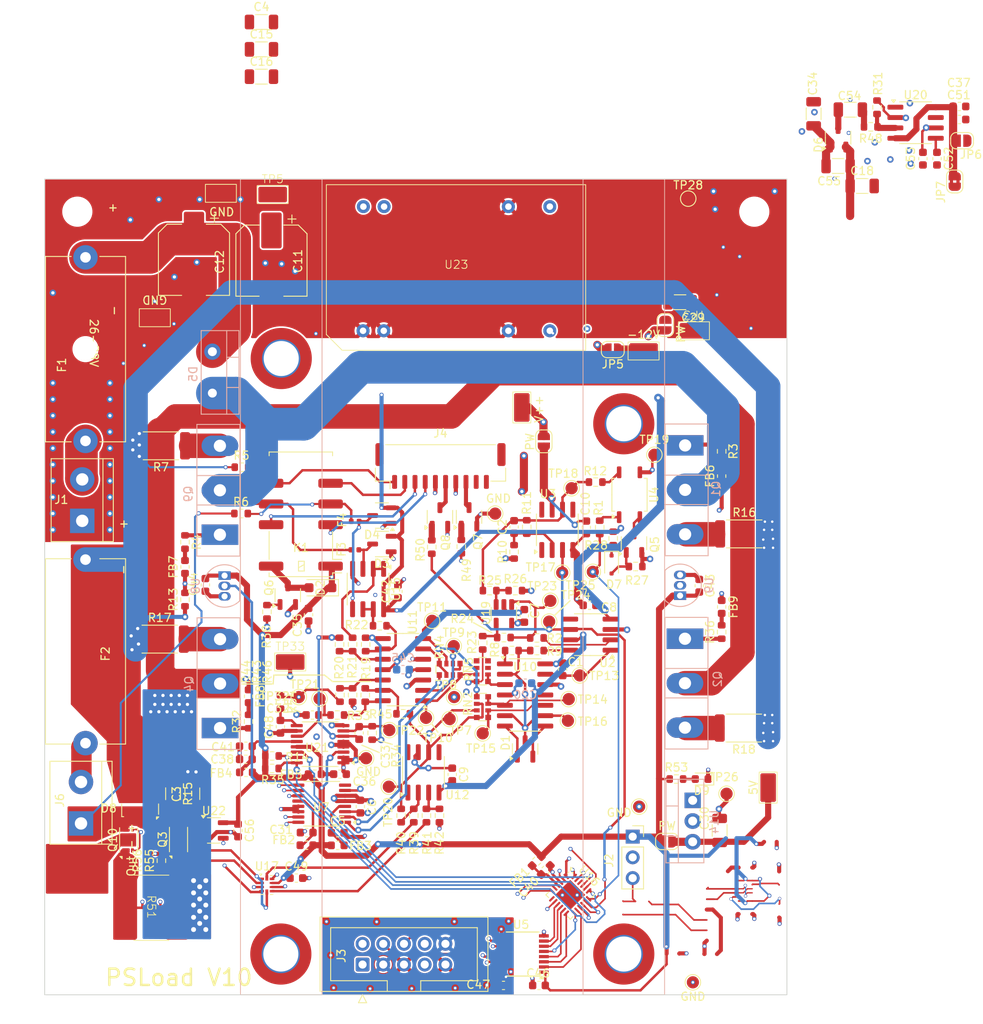
<source format=kicad_pcb>
(kicad_pcb (version 20240108) (generator "pcbnew") (generator_version "8.0")
  (layers (0 "F.Cu" signal) (1 "In1.Cu" signal) (2 "In2.Cu" signal) (31 "B.Cu" signal) (34 "B.Paste" user) (35 "F.Paste" user) (36 "B.SilkS" user "B.Silkscreen") (37 "F.SilkS" user "F.Silkscreen") (38 "B.Mask" user) (39 "F.Mask" user) (44 "Edge.Cuts" user))
  (net 0 "")
  (net 1 "Net-(U3--)")
  (net 2 "Net-(U10D--)")
  (net 3 "Net-(C2-Pad2)")
  (net 4 "Net-(U3-+)")
  (net 6 "Net-(C3-Pad2)")
  (net 8 "Net-(Q1-G)")
  (net 9 "Net-(U15A-+)")
  (net 10 "Net-(U15B-+)")
  (net 11 "Net-(R8-Pad1)")
  (net 12 "Net-(R9-Pad2)")
  (net 13 "Net-(R12-Pad1)")
  (net 14 "Net-(RN2A-R1.2)")
  (net 15 "Net-(J1-Pin_2)")
  (net 16 "Net-(RN2A-R1.1)")
  (net 17 "Net-(RN2C-R3.1)")
  (net 18 "Net-(RN2D-R4.2)")
  (net 19 "+12V")
  (net 20 "ON")
  (net 21 "-12V")
  (net 22 "+36V")
  (net 26 "Net-(U14-GND)")
  (net 27 "/-12V")
  (net 28 "Net-(U21-AVDD)")
  (net 29 "DAC LDAC")
  (net 31 "DAC Sync")
  (net 32 "SCK")
  (net 33 "MoSi")
  (net 34 "+VDC")
  (net 35 "Net-(D5-K)")
  (net 36 "Net-(Q1-S)")
  (net 37 "Net-(Q2-S)")
  (net 38 "Net-(Q4-S)")
  (net 39 "Net-(FB6-Pad2)")
  (net 40 "Net-(D7-K)")
  (net 41 "Net-(D7-A)")
  (net 42 "Net-(Q5-C)")
  (net 43 "Net-(FB6-Pad1)")
  (net 44 "ON PhotoMos")
  (net 45 "/outHi")
  (net 46 "2,5Vref")
  (net 47 "DAC Enable")
  (net 48 "SDA")
  (net 49 "SCL")
  (net 50 "Tx")
  (net 51 "Rx")
  (net 52 "UPDI")
  (net 53 "Net-(R1-Pad2)")
  (net 54 "DataIn2")
  (net 55 "DataIn1")
  (net 56 "DataOut2")
  (net 57 "DataOut1")
  (net 58 "Net-(D2-A)")
  (net 59 "DRDY")
  (net 60 "GND1")
  (net 61 "/I+DACout")
  (net 62 "/VDACout")
  (net 63 "/I-DACout")
  (net 64 "Net-(R2-Pad2)")
  (net 65 "Net-(R2-Pad1)")
  (net 66 "Net-(U11C--)")
  (net 67 "Net-(U11C-+)")
  (net 68 "/outLOW")
  (net 69 "/V mes")
  (net 70 "/I mes")
  (net 71 "Net-(R39-Pad2)")
  (net 72 "Net-(RN5A-R1.1)")
  (net 73 "VCCQ")
  (net 74 "ISOTx")
  (net 75 "ISO DataIn2")
  (net 76 "ISORx")
  (net 77 "ISO DataOut1")
  (net 78 "ISO DataOut2")
  (net 79 "ISO DataIn1")
  (net 80 "Net-(F3-Pad2)")
  (net 81 "Net-(F4-Pad2)")
  (net 82 "Net-(Q6-B)")
  (net 83 "SensSW")
  (net 84 "/buckConLDO/+15V")
  (net 85 "Net-(FB7-Pad2)")
  (net 86 "Net-(U20-CV)")
  (net 87 "Net-(U20-THR)")
  (net 88 "Net-(C54-Pad2)")
  (net 89 "Net-(C54-Pad1)")
  (net 90 "Net-(U20-Q)")
  (net 91 "Net-(FB8-Pad2)")
  (net 92 "Net-(FB9-Pad2)")
  (net 94 "Net-(U19--)")
  (net 95 "Net-(U19-+)")
  (net 96 "Net-(U10A--)")
  (net 97 "Net-(U12--)")
  (net 98 "TempData#2")
  (net 99 "Net-(U21-AIN3)")
  (net 100 "Net-(R33-Pad2)")
  (net 101 "Net-(RN5A-R1.2)")
  (net 102 "Net-(U12-+)")
  (net 103 "Isink")
  (net 104 "Isource")
  (net 105 "Net-(Q7-B)")
  (net 106 "Net-(Q8-B)")
  (net 107 "Net-(R41-Pad2)")
  (net 108 "Net-(U11D-+)")
  (net 109 "Net-(U11D--)")
  (net 113 "Net-(RN4C-R3.1)")
  (net 118 "Net-(RN4A-R1.2)")
  (net 119 "Net-(RN4D-R4.1)")
  (net 120 "Net-(Q9-S)")
  (net 121 "/buckConLDO/12V")
  (net 122 "/buckConLDO/Vout 5V")
  (net 123 "/buckConLDO/..36V")
  (net 124 "/LED_SenseEx")
  (net 125 "/LED_ON")
  (net 126 "/IntSense+")
  (net 127 "/ExSense-")
  (net 128 "/IntSense-")
  (net 129 "/ExSense+")
  (net 130 "Net-(JP6-A)")
  (net 131 "Net-(U16-VCC)")
  (net 132 "Net-(U7-IOVDD)")
  (net 133 "Net-(U7-AVDD)")
  (net 134 "Net-(U21-DVDD)")
  (net 135 "TempData#1")
  (net 136 "Net-(Q2-G)")
  (net 137 "Net-(Q4-G)")
  (net 138 "Net-(Q9-G)")
  (net 139 "GNDPWR")
  (net 140 "Net-(U6-V3)")
  (net 141 "Net-(J7-CC2)")
  (net 142 "Net-(J7-CC1)")
  (net 143 "Net-(U6-UD+)")
  (net 144 "Net-(U6-UD-)")
  (net 145 "Net-(U6-TXD)")
  (net 146 "GND")
  (net 147 "Net-(D9-A)")
  (net 148 "+5V")
  (net 149 "Net-(U21-REFP)")
  (net 150 "Net-(U15A--)")
  (net 151 "Net-(U15B--)")
  (net 152 "Net-(R51-Pad2)")
  (net 153 "Net-(R51-Pad3)")
  (net 154 "RangeSW")
  (net 155 "Net-(Q3-D1-Pad1)")
  (net 157 "Net-(Q10-G1-Pad3)")
  (net 158 "/5A Shunt Hi")
  (net 159 "/HeatSink2")
  (net 160 "/HeatSink1")
  (net 163 "Net-(U6-RXD)")
  (net 164 "Net-(JP2-A)")
  (net 165 "Net-(J6-Pin_2)")
  (footprint "Capacitor_SMD:C_0603_1608Metric" (layer "F.Cu") (at 176.25 99.85 90)
    (property "Reference" "C43")
    (property "Value" "100n")
  )
  (footprint "Library:SMD Test Point PCWCTE" (layer "F.Cu") (at 169.425 71.075)
    (property "Reference" "TP6" (hide yes))
    (property "Value" "-12V")
  )
  (footprint "Library:SMD Test Point PCWCTE" (layer "F.Cu") (at 123.95 51.9)
    (property "Reference" "TP5")
    (property "Value" "Vin")
  )
  (footprint "Resistor_SMD:R_0603_1608Metric" (layer "F.Cu") (at 123.87 120.72 180)
    (property "Reference" "R14")
    (property "Value" "5k")
  )
  (footprint "Library:SMD Test Point PCWCTE" (layer "F.Cu") (at 126.1 109.2)
    (property "Reference" "TP33")
    (property "Value" "GND")
  )
  (footprint "Resistor_SMD:R_0603_1608Metric" (layer "F.Cu") (at 156.35 107.8)
    (property "Reference" "R9")
    (property "Value" "4,99k")
  )
  (footprint "Package_SO:SOIC-8_3.9x4.9mm_P1.27mm" (layer "F.Cu") (at 158.85 93 90)
    (property "Reference" "U3")
    (property "Value" "ADA4522")
  )
  (footprint "Resistor_SMD:R_0603_1608Metric" (layer "F.Cu") (at 132.2 113.25 90)
    (property "Reference" "R44")
    (property "Value" "2k  0,05%")
  )
  (footprint "TestPoint:TestPoint_Pad_D1.5mm" (layer "F.Cu") (at 161.6 110.85)
    (property "Reference" "TP13")
    (property "Value" "intgin")
  )
  (footprint "Resistor_SMD:R_0603_1608Metric" (layer "F.Cu") (at 133.75 107.05 90)
    (property "Reference" "R21")
    (property "Value" "100k")
  )
  (footprint "Capacitor_SMD:C_0603_1608Metric" (layer "F.Cu") (at 203.675 47.5 -90)
    (property "Reference" "C53")
    (property "Value" "10n")
  )
  (footprint "Resistor_SMD:R_Array_Convex_4x0612" (layer "F.Cu") (at 145.65 110.1 90)
    (property "Reference" "RN4")
    (property "Value" "10k")
  )
  (footprint "Capacitor_SMD:C_0603_1608Metric" (layer "F.Cu") (at 145.965 122.985 -90)
    (property "Reference" "C9")
    (property "Value" "100n")
  )
  (footprint "Capacitor_SMD:CP_Elec_8x10.5" (layer "F.Cu") (at 123.8 60 -90)
    (property "Reference" "C11")
    (property "Value" "100u")
  )
  (footprint "Library:SMD Test Point PCWCTE" (layer "F.Cu") (at 109.5 67 180)
    (property "Reference" "TP1" (hide yes))
    (property "Value" "GND")
  )
  (footprint "Inductor_SMD:L_0603_1608Metric" (layer "F.Cu") (at 128.1 131.66 180)
    (property "Reference" "FB2")
    (property "Value" "1 kOhms @ 100 MHz")
  )
  (footprint "Resistor_SMD:R_0603_1608Metric" (layer "F.Cu") (at 164.05 92.7 90)
    (property "Reference" "R1")
    (property "Value" "3k")
  )
  (footprint "Resistor_SMD:R_0603_1608Metric" (layer "F.Cu") (at 163.55 87.15 180)
    (property "Reference" "R12")
    (property "Value" "22 more 51")
  )
  (footprint "MountingHole:MountingHole_4.3mm_M4_DIN965_Pad_TopOnly" (layer "F.Cu") (at 167 145)
    (property "Reference" "REF**" (hide yes))
    (property "Value" "MountingHole_4.3mm_M4_DIN965_Pad_TopOnly")
  )
  (footprint "Resistor_SMD:R_0603_1608Metric" (layer "F.Cu") (at 131.875 115.7)
    (property "Reference" "R33")
    (property "Value" "1k")
  )
  (footprint "Resistor_SMD:R_0603_1608Metric" (layer "F.Cu") (at 147.0775 95.06 90)
    (property "Reference" "R49")
    (property "Value" "1k")
  )
  (footprint "Resistor_SMD:R_0603_1608Metric" (layer "F.Cu") (at 137.08 104.76 180)
    (property "Reference" "R22")
    (property "Value" "100k")
  )
  (footprint "Package_SO:TSSOP-16_4.4x5mm_P0.65mm" (layer "F.Cu") (at 129.7625 119.275 180)
    (property "Reference" "U21")
    (property "Value" "ADS1219")
  )
  (footprint "MountingHole:MountingHole_4.3mm_M4_DIN965_Pad_TopOnly" (layer "F.Cu") (at 167 80)
    (property "Reference" "REF**" (hide yes))
    (property "Value" "MountingHole_4.3mm_M4_DIN965_Pad_TopOnly")
  )
  (footprint "Resistor_SMD:R_0603_1608Metric" (layer "F.Cu") (at 144.4 128.025 -90)
    (property "Reference" "R42")
    (property "Value" "10k  0,05%")
  )
  (footprint "TestPoint:TestPoint_Pad_D1.5mm" (layer "F.Cu") (at 145.65 116.2)
    (property "Reference" "TP7")
    (property "Value" "I-DAC")
  )
  (footprint "Resistor_SMD:R_0603_1608Metric" (layer "F.Cu") (at 135.3 113.25 -90)
    (property "Reference" "R46")
    (property "Value" "1k  0,05%")
  )
  (footprint "TestPoint:TestPoint_Pad_D1.5mm" (layer "F.Cu") (at 138.19 124.485)
    (property "Reference" "TP20")
    (property "Value" "Imes")
  )
  (footprint "Capacitor_SMD:C_0603_1608Metric" (layer "F.Cu") (at 159.5 110.1 90)
    (property "Reference" "C1")
    (property "Value" "1n")
  )
  (footprint "Resistor_SMD:R_0603_1608Metric" (layer "F.Cu") (at 179 105.525 90)
    (property "Reference" "R36")
    (property "Value" "1k")
  )
  (footprint "Resistor_SMD:R_0603_1608Metric" (layer "F.Cu") (at 108.8 133.55 90)
    (property "Reference" "R56")
    (property "Value" "10  0,05%")
  )
  (footprint "Capacitor_SMD:C_0603_1608Metric" (layer "F.Cu") (at 208.15 42.7)
    (property "Reference" "C51")
    (property "Value" "100n")
  )
  (footprint "LED_SMD:LED_0603_1608Metric" (layer "F.Cu") (at 176.55 123.55 180)
    (property "Reference" "D9")
    (property "Value" "LED")
  )
  (footprint "TestPoint:TestPoint_Pad_D1.5mm" (layer "F.Cu") (at 160.15 116.4)
    (property "Reference" "TP16")
    (property "Value" "##")
  )
  (footprint "Inductor_SMD:L_0603_1608Metric" (layer "F.Cu") (at 129.1125 122.95 180)
    (property "Reference" "FB5")
    (property "Value" "1 kOhms @ 100 MHz")
  )
  (footprint "Library:SMD Test Point PCWCTE" (layer "F.Cu") (at 117.6 51.75)
    (property "Reference" "TP29" (hide yes))
    (property "Value" "GND")
  )
  (footprint "Resistor_SMD:R_0603_1608Metric" (layer "F.Cu") (at 197.275 43.6 180)
    (property "Reference" "R48")
    (property "Value" "22")
  )
  (footprint "TestPoint:TestPoint_Pad_D1.5mm" (layer "F.Cu") (at 151.23 91.01)
    (property "Reference" "TP27" (hide yes))
    (property "Value" "GND")
  )
  (footprint "Resistor_SMD:R_0603_1608Metric" (layer "F.Cu") (at 142.8 128.025 -90)
    (property "Reference" "R41")
    (property "Value" "1k  0,05%")
  )
  (footprint "Capacitor_SMD:C_0603_1608Metric" (layer "F.Cu") (at 162.4 92.7 -90)
    (property "Reference" "C10")
    (property "Value" "100n")
  )
  (footprint "Resistor_SMD:R_0603_1608Metric" (layer "F.Cu") (at 153.7 100.45)
    (property "Reference" "R26")
    (property "Value" "20k")
  )
  (footprint "Resistor_SMD:R_0603_1608Metric" (layer "F.Cu") (at 165.7 94.05 -90)
    (property "Reference" "R28")
    (property "Value" "5k")
  )
  (footprint "Package_SO:TSSOP-16_4.4x5mm_P0.65mm" (layer "F.Cu") (at 129.9625 126.575 180)
    (property "Reference" "U7")
    (property "Value" "DAC8564C/D")
  )
  (footprint "Capacitor_SMD:C_0603_1608Metric" (layer "F.Cu") (at 152.25 148.85 180)
    (property "Reference" "C47")
    (property "Value" "100n")
  )
  (footprint "Package_TO_SOT_SMD:SOT-23-5" (layer "F.Cu") (at 116.75 129.85)
    (property "Reference" "U22")
    (property "Value" "SN74LVC1G14DBV")
  )
  (footprint "Capacitor_SMD:C_0603_1608Metric" (layer "F.Cu") (at 126.855 135.69)
    (property "Reference" "C49")
    (property "Value" "100n")
  )
  (footprint "TestPoint:TestPoint_Pad_D1.5mm" (layer "F.Cu") (at 149.7 117.95)
    (property "Reference" "TP15")
    (property "Value" "I-bal")
  )
  (footprint "Resistor_SMD:R_0603_1608Metric" (layer "F.Cu") (at 168.45 97.5)
    (property "Reference" "R27")
    (property "Value" "10k")
  )
  (footprint "Resistor_SMD:R_0603_1608Metric" (layer "F.Cu") (at 153.275 107.8)
    (property "Reference" "R8")
    (property "Value" "4,99k")
  )
  (footprint "TestPoint:TestPoint_Pad_D1.5mm" (layer "F.Cu") (at 142.75 116.05)
    (property "Reference" "TP10")
    (property "Value" "Vcontr")
  )
  (footprint "TestPoint:TestPoint_Pad_D1.5mm" (layer "F.Cu") (at 158 101.7)
    (property "Reference" "TP23")
    (property "Value" "off")
  )
  (footprint "Resistor_SMD:R_2512_6332Metric" (layer "F.Cu") (at 181.72 117.3 180)
    (property "Reference" "R18")
    (property "Value" "0.05")
  )
  (footprint "Package_TO_SOT_SMD:SOT-23-3" (layer "F.Cu") (at 193.275 44.9375 90)
    (property "Reference" "D6")
    (property "Value" "BAV99")
  )
  (footprint "Package_TO_SOT_SMD:SOT-23-3" (layer "F.Cu") (at 144.4575 91.42 90)
    (property "Reference" "Q8")
    (property "Value" "MMBT3904")
  )
  (footprint "Capacitor_SMD:C_0603_1608Metric" (layer "F.Cu") (at 162.8 102.25 180)
    (property "Reference" "C8")
    (property "Value" "100n")
  )
  (footprint "TestPoint:TestPoint_Pad_D1.5mm" (layer "F.Cu") (at 160.25 113.75)
    (property "Reference" "TP14")
    (property "Value" "I+bal")
  )
  (footprint "Jumper:SolderJumper-2_P1.3mm_Open_RoundedPad1.0x1.5mm" (layer "F.Cu") (at 172.1 67.9 -90)
    (property "Reference" "JP3" (hide yes))
    (property "Value" "PW")
  )
  (footprint "MountingHole:MountingHole_3.2mm_M3" (layer "F.Cu") (at 100 146)
    (property "Reference" "REF**" (hide yes))
    (property "Value" "MountingHole_3.2mm_M3")
  )
  (footprint "Resistor_SMD:R_0603_1608Metric" (layer "F.Cu") (at 110.31 133.55 90)
    (property "Reference" "R55")
    (property "Value" "10  0,05%")
  )
  (footprint "Capacitor_SMD:C_1206_3216Metric" (layer "F.Cu") (at 114.1 125.35 -90)
    (property "Reference" "C3")
    (property "Value" "10u")
  )
  (footprint "Inductor_SMD:L_0603_1608Metric" (layer "F.Cu") (at 179 102.45 -90)
    (property "Reference" "FB9")
    (property "Value" "1 kOhms @ 100 MHz")
  )
  (footprint "Resistor_SMD:R_0603_1608Metric" (layer "F.Cu") (at 198.05 41.2 -90)
    (property "Reference" "R31")
    (property "Value" "5k")
  )
  (footprint "Fuse:Fuseholder_Cylinder-5x20mm_Schurter_0031_8201_Horizontal_Open" (layer "F.Cu") (at 101 82.1 90)
    (property "Reference" "F1")
    (property "Value" "Fuse")
  )
  (footprint "Inductor_SMD:L_0603_1608Metric" (layer "F.Cu") (at 179 86.4125 90)
    (property "Reference" "FB6")
    (property "Value" "1 kOhms @ 100 MHz")
  )
  (footprint "Resistor_SMD:R_0603_1608Metric" (layer "F.Cu") (at 173.45 123.55)
    (property "Reference" "R53")
    (property "Value" "1k")
  )
  (footprint "Inductor_SMD:L_0603_1608Metric" (layer "F.Cu") (at 156.32 133.61 -135)
    (property "Reference" "FB1")
    (property "Value" "1 kOhms @ 100 MHz")
  )
  (footprint "Inductor_SMD:L_0603_1608Metric" (layer "F.Cu") (at 120.6775 122.73 180)
    (property "Reference" "FB4")
    (property "Value" "1 kOhms @ 100 MHz")
  )
  (footprint "Capacitor_SMD:C_1206_3216Metric" (layer "F.Cu") (at 122.575 30.75)
    (property "Reference" "C4")
    (property "Value" "1u")
  )
  (footprint "Resistor_SMD:R_0603_1608Metric" (layer "F.Cu") (at 113.2 101.55 90)
    (property "Reference" "R13")
    (property "Value" "5k")
  )
  (footprint "Capacitor_SMD:C_1206_3216Metric" (layer "F.Cu") (at 196.225 50.85)
    (property "Reference" "C18")
    (property "Value" "10u")
  )
  (footprint "Resistor_SMD:R_2512_6332Metric" (layer "F.Cu") (at 181.77 93.5)
    (property "Reference" "R16")
    (property "Value" "0.05")
  )
  (footprint "Capacitor_SMD:C_1206_3216Metric" (layer "F.Cu") (at 122.575 37.45)
    (property "Reference" "C16")
    (property "Value" "1u")
  )
  (footprint "TestPoint:TestPoint_Pad_D1.5mm" (layer "F.Cu") (at 159.45 98.25)
    (property "Reference" "TP17")
    (property "Value" "integ")
  )
  (footprint "Resistor_SMD:R_0603_1608Metric" (layer "F.Cu") (at 120.125 85.325)
    (property "Reference" "R5")
    (property "Value" "100k")
  )
  (footprint "Resistor_SMD:R_0603_1608Metric" (layer "F.Cu") (at 124.91 114.1 -90)
    (property "Reference" "R54")
    (property "Value" "1k")
  )
  (footprint "Capacitor_SMD:C_0603_1608Metric" (layer "F.Cu") (at 128.825 115.7 180)
    (property "Reference" "C32")
    (property "Value" "1u")
  )
  (footprint "TestPoint:TestPoint_Pad_D1.5mm" (layer "F.Cu") (at 179.6 125.35)
    (property "Reference" "TP26")
    (property "Value" "GND")
  )
  (footprint "Capacitor_SMD:C_0603_1608Metric" (layer "F.Cu") (at 124.9 117.1375 -90)
    (property "Reference" "C48")
    (property "Value" "1u")
  )
  (footprint "Package_SO:SOIC-8_3.9x4.9mm_P1.27mm" (layer "F.Cu") (at 202.775 43.095)
    (property "Reference" "U20")
    (property "Value" "ICM7555xB")
  )
  (footprint "Capacitor_SMD:C_0603_1608Metric" (layer "F.Cu") (at 128.35 103.4 -90)
    (property "Reference" "C35")
    (property "Value" "100n")
  )
  (footprint "Capacitor_SMD:CP_Elec_8x10.5" (layer "F.Cu") (at 114.3 59.9 -90)
    (property "Reference" "C12")
    (property "Value" "100u")
  )
  (footprint "TestPoint:TestPoint_Pad_D1.5mm" (layer "F.Cu") (at 143.5 104.15)
    (property "Reference" "TP11")
    (property "Value" "I+contr")
  )
  (footprint "Inductor_SMD:L_0603_1608Metric" (layer "F.Cu") (at 121 113.4 -90)
    (property "Reference" "FB8")
    (property "Value" "1 kOhms @ 100 MHz")
  )
  (footprint "Resistor_SMD:R_0603_1608Metric" (layer "F.Cu") (at 133.75 113.25 -90)
    (property "Reference" "R43")
    (property "Value" "1k 0,05%")
  )
  (footprint "Resistor_SMD:R_0603_1608Metric" (layer "F.Cu") (at 120.075 91)
    (property "Reference" "R6")
    (property "Value" "100k")
  )
  (footprint "TestPoint:TestPoint_Pad_D1.5mm" (layer "F.Cu") (at 168.88 126.93)
    (property "Reference" "TP31" (hide yes))
    (property "Value" "GND")
  )
  (footprint "Resistor_SMD:R_1206_3216Metric" (layer "F.Cu") (at 111.74 125.35 -90)
    (property "Reference" "R15")
    (property "Value" "0.47")
  )
  (footprint "Package_SO:SSOP-16_3.9x4.9mm_P0.635mm" (layer "F.Cu") (at 154.6 145 180)
    (property "Reference" "U5")
    (property "Value" "ISO7763FDBQ")
  )
  (footprint "Inductor_SMD:L_0603_1608Metric" (layer "F.Cu") (at 131.92 131.68)
    (property "Reference" "FB3")
    (property "Value" "1 kOhms @ 100 MHz")
  )
  (footprint "Package_TO_SOT_SMD:SOT-23-3" (layer "F.Cu") (at 148.0275 91.41 90)
    (property "Reference" "Q7")
    (property "Value" "MMBT3904")
  )
  (footprint "Capacitor_SMD:C_0603_1608Metric" (layer "F.Cu") (at 120.665 119.53 180)
    (property "Reference" "C41")
    (property "Value" "100n")
  )
  (footprint "Inductor_SMD:L_0603_1608Metric" (layer "F.Cu") (at 113.2 97.55 90)
    (property "Reference" "FB7")
    (property "Value" "1 kOhms @ 100 MHz")
  )
  (footprint "TestPoint:TestPoint_Pad_D1.5mm" (layer "F.Cu") (at 163.2 98.15)
    (property "Reference" "TP25")
    (property "Value" "on mos")
  )
  (footprint "Diode_SMD:D_SOD-323F" (layer "F.Cu") (at 165.5 97.25 -90)
    (property "Reference" "D7")
    (property "Value" "MM3Z 22V")
  )
  (footprint "Resistor_SMD:R_0603_1608Metric" (layer "F.Cu") (at 123.25 103.05 90)
    (property "Reference" "R38")
    (property "Value" "1k")
  )
  (footprint "Package_TO_SOT_SMD:TO-277A" (layer "F.Cu") (at 107.7 125 180)
    (property "Reference" "D8")
    (property "Value" "SS10PH10")
  )
  (footprint "Package_SO:SOIC-14_3.9x8.7mm_P1.27mm" (layer "F.Cu") (at 154.9 113.2425)
    (property "Reference" "U10")
    (property "Value" "OPA4189")
  )
  (footprint "Resistor_SMD:R_0603_1608Metric" (layer "F.Cu") (at 141.25 128.025 -90)
    (property "Reference" "R39")
    (property "Value" "1k  0,05%")
  )
  (footprint "NetTie:NetTie-2_SMD_Pad0.5mm" (layer "F.Cu") (at 130.5 106.2)
    (property "Reference" "NT1" (hide yes))
    (property "Value" "NetTie_2" (hide yes))
  )
  (footprint "TestPoint:TestPoint_Pad_D1.5mm" (layer "F.Cu") (at 129.7 113.7)
    (property "Reference" "TP21")
    (property "Value" "IADC")
  )
  (footprint "Package_TO_SOT_SMD:SOT-23" (layer "F.Cu") (at 154.9 119.8625 90)
    (property "Reference" "D1")
    (property "Value" "BAV99LT1")
  )
  (footprint "Capacitor_SMD:C_1206_3216Metric" (layer "F.Cu") (at 122.575 34.1)
    (property "Reference" "C15")
    (property "Value" "1u")
  )
  (footprint "Resistor_SMD:R_0603_1608Metric" (layer "F.Cu") (at 156.35 106.25)
    (property "Reference" "R2")
    (property "Value" "4,99k")
  )
  (footprint "NetTie:NetTie-2_SMD_Pad2.0mm" (layer "F.Cu") (at 107.4 91.8 180)
    (property "Reference" "NT4" (hide yes))
    (property "Value" "Tie" (hide yes))
  )
  (footprint "Capacitor_SMD:C_0603_1608Metric" (layer "F.Cu") (at 128.12 130.11 180)
    (property "Reference" "C31")
    (property "Value" "100n")
  )
  (footprint "Capacitor_SMD:C_0603_1608Metric" (layer "F.Cu") (at 119.7 129.85 -90)
    (property "Reference" "C56")
    (property "Value" "100n")
  )
  (footprint "TestPoint:TestPoint_Pad_D1.5mm" (layer "F.Cu") (at 160.6 87.9 90)
    (property "Reference" "TP18")
    (property "Value" "HVamp")
  )
  (footprint "Connector_JST:JST_GH_BM10B-GHS-TBT_1x10-1MP_P1.25mm_Vertical" (layer "F.Cu") (at 144.525 85.175)
    (property "Reference" "J4")
    (property "Value" "Conn_01x10_Socket")
  )
  (footprint "Resistor_SMD:R_0603_1608Metric" (layer "F.Cu") (at 149.7 106.85 -90)
    (property "Reference" "R23")
    (property "Value" "100k")
  )
  (footprint "Connector_PinSocket_2.54mm:PinSocket_1x03_P2.54mm_Vertical" (layer "F.Cu") (at 168.09 130.61)
    (property "Reference" "J2")
    (property "Value" "Conn_01x03_Pin")
  )
  (footprint "Library:DFN-6-1EP_3x2mm_P0.5mm_EP1.65x1.35mm bearb" (layer "F.Cu") (at 106.3 131.015)
    (property "Reference" "Q10")
    (property "Value" "DMN2008")
  )
  (footprint "Fuse:Fuse_0402_1005Metric" (layer "F.Cu") (at 134.03 95.45 180)
    (property "Reference" "F3")
    (property "Value" "50mA")
  )
  (footprint "Package_DFN_QFN:QFN-24-1EP_4x4mm_P0.5mm_EP2.6x2.6mm" (layer "F.Cu") (at 160.433864 137.746097 -45)
    (property "Reference" "U16")
    (property "Value" "ATtiny3227-M")
  )
  (footprint "TestPoint:TestPoint_Pad_D1.5mm" (layer "F.Cu") (at 157.85 104.25)
    (property "Reference" "TP24")
    (property "Value" "on")
  )
  (footprint "Resistor_SMD:R_0603_1608Metric" (layer "F.Cu") (at 139.95 115.55 180)
    (property "Reference" "R45")
    (property "Value" "2k  0,05%")
  )
  (footprint "Capacitor_SMD:C_0603_1608Metric" (layer "F.Cu") (at 134.55 117.9 -90)
    (property "Reference" "C33")
    (property "Value" "1u")
  )
  (footprint "Package_SO:SOP-4_3.8x4.1mm_P2.54mm" (layer "F.Cu") (at 167.7 88.7 90)
    (property "Reference" "U4")
    (property "Value" "CPC1017N")
  )
  (footprint "TestPoint:TestPoint_Pad_D1.5mm" (layer "F.Cu") (at 135.4 121)
    (property "Reference" "TP30" (hide yes))
    (property "Value" "GND")
  )
  (footprint "Capacitor_SMD:C_0603_1608Metric" (layer "F.Cu") (at 156.6 148.85 180)
    (property "Reference" "C46")
    (property "Value" "100n")
  )
  (footprint "MountingHole:MountingHole_3.2mm_M3" (layer "F.Cu") (at 183 54)
    (property "Reference" "REF**" (hide yes))
    (property "Value" "MountingHole_3.2mm_M3")
  )
  (footprint "Relay_SMD:Relay_DPDT_Kemet_EE2_NU" (layer "F.Cu") (at 127.405 91.1 180)
    (property "Reference" "K1")
    (property "Value" "EE2-5NU")
  )
  (footprint "Package_TO_SOT_SMD:SOT-23-3" (layer "F.Cu") (at 125.8 101.0125 90)
    (property "Reference" "Q6")
    (property "Value" "MMBT3904")
  )
  (footprint "Package_DFN_QFN:Texas_R-PUQFN-N10" (layer "F.Cu") (at 123.2325 136.54)
    (property "Reference" "U17")
    (property "Value" "TS5A23159RSE")
  )
  (footprint "Diode_SMD:D_SOD-123F" (layer "F.Cu") (at 129.805 100.1 180)
    (property "Reference" "D2")
    (property "Value" "1N4007")
  )
  (footprint "Resistor_SMD:R_0603_1608Metric" (layer "F.Cu") (at 136.15 117.9 -90)
    (property "Reference" "R34")
    (property "Value" "1k")
  )
  (footprint "Package_TO_SOT_SMD:SOT-23-3" (layer "F.Cu") (at 137.34 91.25 180)
    (property "Reference" "D4")
    (property "Value" "BAV99LT1")
  )
  (footprint "Library:Traco TEN 3-2422" (layer "F.Cu") (at 146.47 60.99)
    (property "Reference" "U23")
    (property "Value" "TEN 3-2422")
  )
  (footprint "Capacitor_SMD:C_1206_3216Metric" (layer "F.Cu") (at 178.75 129.85 90)
    (property "Reference" "C30")
    (property "Value" "10u")
  )
  (footprint "Jumper:SolderJumper-2_P1.3mm_Open_RoundedPad1.0x1.5mm" (layer "F.Cu") (at 165.65 70.9 180)
    (property "Reference" "JP5")
    (property "Value" "PW")
  )
  (footprint "Fuse:Fuseholder_Cylinder-5x20mm_Schurter_0031_8201_Horizontal_Open" (layer "F.Cu") (at 101 96.65 -90)
    (property "Reference" "F2")
    (property "Value" "Fuse")
  )
  (footprint "Library:SMD Test Point PCWCTE" (layer "F.Cu") (at 154.5 78 90)
    (property "Reference" "TP4" (hide yes))
    (property "Value" "V++")
  )
  (footprint "NetTie:NetTie-2_SMD_Pad2.0mm" (layer "F.Cu") (at 107.4 89 180)
    (property "Reference" "NT2" (hide yes))
    (property "Value" "Tie" (hide yes))
  )
  (footprint "Resistor_SMD:R_0603_1608Metric" (layer "F.Cu") (at 152.3 106.2 180)
    (property "Reference" "R24")
    (property "Value" "100k")
  )
  (footprint "TestPoint:TestPoint_Pad_D1.5mm" (layer "F.Cu") (at 146.15 107.25)
    (property "Reference" "TP9")
    (property "Value" "VDAC")
  )
  (footprint "Capacitor_SMD:C_0603_1608Metric" (layer "F.Cu") (at 134.7 126.925 90)
    (property "Reference" "C6")
    (property "Value" "1u")
  )
  (footprint "Resistor_SMD:R_Array_Convex_4x0612" (layer "F.Cu") (at 149.675 114.73 180)
    (property "Reference" "RN2")
    (property "Value" "10k")
  )
  (footprint "TerminalBlock:TerminalBlock_bornier-2_P5.08mm" (layer "F.Cu") (at 100.6 91.9 90)
    (property "Reference" "J1")
    (property "Value" "Supply")
  )
  (footprint "Package_TO_SOT_SMD:SOT-23-5" (layer "F.Cu") (at 152.3 103.3 -90)
    (property "Reference" "U19")
    (property "Value" "TLV9301xDBV")
  )
  (footprint "Capacitor_SMD:C_0603_1608Metric" (layer "F.Cu") (at 131.92 130.13)
    (property "Reference" "C5")
    (property "Value" "1u")
  )
  (footprint "TestPoint:TestPoint_Pad_D1.5mm" (layer "F.Cu") (at 138.25 117.55)
    (property "Reference" "TP22")
    (property "Value" "Vmes")
  )
  (footprint "Jumper:SolderJumper-2_P1.3mm_Bridged2Bar_RoundedPad1.0x1.5mm" (layer "F.Cu") (at 207.575 50.3 90)
    (property "Reference" "JP7")
    (property "Value" "##")
  )
  (footprint "Jumper:SolderJumper-2_P1.3mm_Open_RoundedPad1.0x1.5mm" (layer "F.Cu") (at 157.2 82.15 -90)
    (property "Reference" "JP4" (hide yes))
    (property "Value" "PW")
  )
  (footprint "TestPoint:TestPoint_Pad_D1.5mm" (layer "F.Cu") (at 146.2 113.5)
    (property "Reference" "TP8")
    (property "Value" "I+DAC")
  )
  (footprint "Resistor_SMD:R_0603_1608Metric" (layer "F.Cu") (at 135.35 107.05 -90)
    (property "Reference" "R19")
    (property "Value" "10k 0,1%")
  )
  (footprint "Connector_IDC:IDC-Header_2x05_P2.54mm_Vertical" (layer "F.Cu") (at 134.97 146.29 90)
    (property "Reference" "J3")
    (property "Value" "Conn_02x05_Odd_Even")
  )
  (footprint "MountingHole:MountingHole_3.2mm_M3" (layer "F.Cu") (at 183 146)
    (property "Reference" "REF**" (hide yes))
    (property "Value" "MountingHole_3.2mm_M3")
  )
  (footprint "Resistor_SMD:R_Array_Convex_4x0612" (layer "F.Cu") (at 149.65 110.33 180)
    (property "Reference" "RN5")
    (property "Value" "10k")
  )
  (footprint "Capacitor_SMD:C_0603_1608Metric" (layer "F.Cu") (at 120.665 121.13 180)
    (property "Reference" "C38")
    (property "Value" "1u")
  )
  (footprint "Capacitor_SMD:C_0603_1608Metric" (layer "F.Cu") (at 115.7 99.75 -90)
    (property "Reference" "C44")
    (property "Value" "100n")
  )
  (footprint "Package_TO_SOT_SMD:SOT-23-3" (layer "F.Cu") (at 168.25 94.6375 90)
    (property "Reference" "Q5")
    (property "Value" "MMBT3904")
  )
  (footprint "Resistor_SMD:R_2512_6332Metric" (layer "F.Cu") (at 110.1 106.4)
    (property "Reference" "R17")
    (property "Value" "0.05")
  )
  (footprint "Resistor_SMD:R_0603_1608Metric" (layer "F.Cu") (at 150.55 100.45 180)
    (property "Reference" "R25")
    (property "Value" "380k")
  )
  (footprint "Library:SMD Test Point PCWCTE" (layer "F.Cu") (at 184.7 124.6 90)
    (property "Reference" "TP2" (hide yes))
    (property "Value" "5V")
  )
  (footprint "Capacitor_SMD:C_0603_1608Metric" (layer "F.Cu") (at 153.55 92.65 90)
    (property "Reference" "C2")
    (property "Value" "10p")
  )
  (footprint "Package_TO_SOT_SMD:SOT-23-3" (layer "F.Cu") (at 137.34 94.74 180)
    (property "Reference" "D3")
    (property "Value" "BAV99LT1")
  )
  (footprint "MountingHole:MountingHole_3.2mm_M3" (layer "F.Cu") (at 100 54)
    (property "Reference" "REF**" (hide yes))
    (property "Value" "MountingHole_3.2mm_M3")
  )
  (footprint "Library:DFN-6-1EP_3x2mm_P0.5mm_EP1.65x1.35mm bearb" (layer "F.Cu") (at 112.41 130.965)
    (property "Reference" "Q3")
    (property "Value" "DMN2008")
  )
  (footprint "Resistor_SMD:R_0603_1608Metric" (layer "F.Cu") (at 143.4575 95.1075 90)
    (property "Reference" "R50")
    (property "Value" "1k")
  )
  (footprint "Capacitor_SMD:C_1206_3216Metric" (layer "F.Cu") (at 193.275 48.4 180)
    (property "Reference" "C55")
    (property "Value" "1u")
  )
  (footprint "TerminalBlock:TerminalBlock_bornier-2_P5.08mm" (layer "F.Cu") (at 100.45 128.99 90)
    (property "Reference" "J6")
    (property "Value" "Output")
  )
  (footprint "Capacitor_SMD:C_1206_3216Metric" (layer "F.Cu") (at 194.775 41.5 180)
    (property "Reference" "C54")
    (property "Value" "1u")
  )
  (footprint "Package_SO:SOIC-8_3.9x4.9mm_P1.27mm" (layer "F.Cu") (at 142.44 122.735 90)
    (property "Reference" "U12")
    (property "Value" "OPA189")
  )
  (footprint "Capacitor_SMD:C_0603_1608Metric" (layer "F.Cu") (at 139.31 100.555 90)
    (property "Reference" "C42")
    (property "Value" "100n")
  )
  (footprint "Jumper:SolderJumper-2_P1.3mm_Open_RoundedPad1.0x1.5mm" (layer "F.Cu") (at 208.475 45.3)
    (property "Reference" "JP6")
    (property "Value" "##")
  )
  (footprint "Resistor_SMD:R_2512_6332Metric" (layer "F.Cu") (at 110.25 82.7 180)
    (property "Reference" "R7")
    (property "Value" "0.05")
  )
  (footprint "Resistor_SMD:R_0603_1608Metric" (layer "F.Cu") (at 139.7 128.025 -90)
    (property "Reference" "R40")
    (property "Value" "10k  0,05%")
  )
  (footprint "Resistor_SMD:R_0603_1608Metric" (layer "F.Cu") (at 153.55 95.7 90)
    (property "Reference" "R10")
    (property "Value" "10k")
  )
  (footprint "Capacitor_SMD:C_0603_1608Metric" (layer "F.Cu") (at 205.4 47.5 -90)
    (property "Reference" "C52")
    (property "Value" "10n")
  )
  (footprint "Resistor_SMD:R_0603_1608Metric" (layer "F.Cu") (at 121 116.5 90)
    (property "Reference" "R32")
    (property "Value" "1k")
  )
  (footprint "Resistor_SMD:R_0603_1608Metric" (layer "F.Cu") (at 155.1 92.65 -90)
    (property "Reference" "R11")
    (property "Value" "40.2k")
  )
  (footprint "TestPoint:TestPoint_Pad_D1.5mm" (layer "F.Cu") (at 174.9 52.4)
    (property "Reference" "TP28")
    (property "Value" "GND")
  )
  (footprint "Capacitor_SMD:C_1206_3216Metric" (layer "F.Cu") (at 173.9 65.1 180)
    (property "Reference" "C29")
    (property "Value" "10u")
  )
  (footprint "Resistor_SMD:R_0603_1608Metric" (layer "F.Cu") (at 132.15 107.05 90)
    (property "Reference" "R20")
    (property "Value" "10k 0,1%")
  )
  (footprint "Capacitor_SMD:C_1206_3216Metric" (layer "F.Cu") (at 190.275 42 90)
    (property "Reference" "C34")
    (property "Value" "1u")
  )
  (footprint "Package_SO:SOIC-8_3.9x4.9mm_P1.27mm" (layer "F.Cu") (at 162.9 105.85 180)
    (property "Reference" "U2")
    (property "Value" "DG469")
  )
  (footprint "Resistor_SMD:R_0603_1608Metric" (layer "F.Cu") (at 179 83.375 -90)
    (property "Reference" "R3")
    (property "Value" "1k")
  )
  (footprint "Package_SO:SOIC-8_3.9x4.9mm_P1.27mm" (layer "F.Cu") (at 135.65 100.26 -90)
    (property "Reference" "U15")
    (property "Value" "OPA2192")
  )
  (footprint "MountingHole:MountingHole_4.3mm_M4_DIN965_Pad_TopOnly" (layer "F.Cu") (at 125 72)
    (property "Reference" "REF**" (hide yes))
    (property "Value" "MountingHole_4.3mm_M4_DIN965_Pad_TopOnly")
  )
  (footprint "Capacitor_SMD:C_0603_1608Metric" (layer "F.Cu") (at 157.43 134.7 45)
    (property "Reference" "C40")
    (property "Value" "100n")
  )
  (footprint "Capacitor_SMD:C_0603_1608Metric" (layer "F.Cu") (at 132.2 122.95)
    (property "Reference" "C36")
    (property "Value" "100n")
  )
  (footprint "Fuse:Fuse_0402_1005Metric" (layer "F.Cu") (at 134.065 91.96 180)
    (property "Reference" "F4")
    (property "Value" "50mA")
  )
  (footprint "Resistor_SMD:R_0603_1608Metric" (layer "F.Cu") (at 123.86 122.25 180)
    (property "Reference" "R35")
    (property "Value" "5k")
  )
  (footprint "Library:SMD Test Point PCWCTE" (layer "F.Cu") (at 175.6 68.6 180)
    (property "Reference" "TP3")
    (property "Value" "+12V")
  )
  (footprint "TestPoint:TestPoint_Pad_D1.5mm" (layer "F.Cu") (at 170.75 83.8)
    (property "Reference" "TP19")
    (property "Value" "Gate")
  )
  (footprint "Resistor_SMD:R_0603_1608Metric" (layer "F.Cu") (at 113.2 94.5 -90)
    (property "Reference" "R4")
    (property "Value" "1k")
  )
  (footprint "Library:R 2728 4Wire" (layer "F.Cu") (at 109.08 139.33)
    (property "Reference" "R51")
    (property "Value" "0.05")
  )
  (footprint "Package_SO:SOIC-14_3.9x8.7mm_P1.27mm" (layer "F.Cu") (at 139.925 110.14 180)
    (property "Reference" "U11")
    (property "Value" "OPA4189")
  )
  (footprint "Capacitor_SMD:C_0603_1608Metric" (layer "F.Cu") (at 154.8 103.55 90)
    (property "Reference" "C7")
    (property "Value" "100n")
  )
  (footprint "MountingHole:MountingHole_4.3mm_M4_DIN965_Pad_TopOnly" (layer "F.Cu") (at 124.95 145)
    (property "Reference" "REF**" (hide yes))
    (property "Value" "MountingHole_4.3mm_M4_DIN965_Pad_TopOnly")
  )
  (footprint "TestPoint:TestPoint_Pad_D1.5mm" (layer "F.Cu") (at 175.47 148.47)
    (property "Reference" "TP12" (hide yes))
    (property "Value" "GND")
  )
  (footprint "Jumper:SolderJumper-2_P1.3mm_Open_RoundedPad1.0x1.5mm" (layer "F.Cu") (at 172.3 131.2 180)
    (property "Reference" "JP1" (hide yes))
    (property "Value" "PW")
  )
  (footprint "Capacitor_SMD:C_0603_1608Metric" (layer "F.Cu") (at 208.15 41.1)
    (property "Reference" "C37")
    (property "Value" "100n")
  )
  (footprint "TestPoint:TestPoint_Pad_D1.5mm" (layer "F.Cu") (at 127.15 113.5)
    (property "Reference" "TP32")
    (property "Value" "Vref")
  )
  (footprint "Package_TO_SOT_THT:TO-247-3_Vertical" (layer "B.Cu") (at 174.52 82.65 -90)
    (property "Reference" "Q1")
    (property "Value" "IRFP240")
  )
  (footprint "Package_TO_SOT_THT:TO-220-2_Vertical" (layer "B.Cu") (at 116.555 76.24 90)
    (property "Reference" "D5")
    (property "Value" "MBR10100")
  )
  (footprint "Package_TO_SOT_THT:TO-247-3_Vertical" (layer "B.Cu") (at 117.48 93.6 90)
    (property "Reference" "Q9")
    (property "Value" "IRFP240")
  )
  (footprint "Package_TO_SOT_THT:TO-92_Inline" (layer "B.Cu") (at 173.9 101.07 90)
    (property "Reference" "U9")
    (property "Value" "MCP9700")
  )
  (footprint "Library:ebayHeatsink" (layer "B.Cu") (at 125 100 180)
    (property "Reference" "REF**" (hide yes))
    (property "Value" "ebayHeatsink")
  )
  (footprint "Package_TO_SOT_THT:TO-247-3_Vertical" (layer "B.Cu") (at 117.5 117.3 90)
    (property "Reference" "Q4")
    (property "Value" "IRFP9240")
  )
  (footprint "Capacitor_SMD:C_0603_1608Metric" (layer "B.Cu") (at 154.925 111.8)
    (property "Reference" "C20")
    (property "Value" "100n")
  )
  (footprint "Capacitor_SMD:C_0603_1608Metric" (layer "B.Cu") (at 139.925 110.14 180)
    (property "Reference" "C45")
    (property "Value" "100n")
  )
  (footprint "Package_TO_SOT_THT:TO-220-3_Vertical" (layer "B.Cu") (at 175.445 126.16 -90)
    (property "Reference" "U14")
    (property "Value" "LM7805_TO220")
  )
  (footprint "Package_TO_SOT_THT:TO-92_Inline" (layer "B.Cu") (at 118.05 98.61 -90)
    (property "Reference" "U8")
    (property "Value" "MCP9700")
  )
  (footprint "Library:ebayHeatsink" (layer "B.Cu") (at 167 100 180)
    (property "Reference" "REF**" (hide yes))
    (property "Value" "ebayHeatsink")
  )
  (footprint "Package_TO_SOT_THT:TO-247-3_Vertical" (layer "B.Cu") (at 174.5 106.35 -90)
    (property "Reference" "Q2")
    (property "Value" "IRFP9240")
  )
  (gr_line (start 144.2 117.8) (end 143.4 116.7) (stroke (width 0.15)) (layer "F.SilkS"))
  (gr_line (start 134.9 119.4) (end 137 120.3) (stroke (width 0.15)) (layer "F.SilkS"))
  (gr_line (start 124 111.9) (end 124.1 110.8) (stroke (width 0.15)) (layer "F.SilkS"))
  (gr_line (start 131.3 111.6) (end 136 111.6) (stroke (width 0.15)) (layer "F.SilkS"))
  (gr_line (start 126.1 114.9) (end 127.3 115.3) (stroke (width 0.15)) (layer "F.SilkS"))
  (gr_line (start 160.4 101.7) (end 158.5 103.5) (stroke (width 0.15)) (layer "F.SilkS"))
  (gr_line (start 148.6 104.4) (end 150.8 105.6) (stroke (width 0.15)) (layer "F.SilkS"))
  (gr_line (start 130.3 110.8) (end 131.3 111.6) (stroke (width 0.15)) (layer "F.SilkS"))
  (gr_line (start 136.9 118.8) (end 138.6 119.3) (stroke (width 0.15)) (layer "F.SilkS"))
  (gr_line (start 120.2 111.9) (end 124 111.9) (stroke (width 0.15)) (layer "F.SilkS"))
  (gr_line (start 124.1 110.8) (end 130.3 110.8) (stroke (width 0.15)) (layer "F.SilkS"))
  (gr_rect (start 96 50) (end 187 150) (stroke (width 0.1)) (fill none) (layer "Edge.Cuts"))
  (gr_text "PSLoad V10" (at 103.25 149.05 0) (layer "F.SilkS") (effects (font (size 2 2) (thickness 0.3)) (justify left bottom)))
  (gr_text "-" (at 105.05 66.85 90) (layer "F.SilkS") (effects (font (size 1 1)) (justify left bottom)))
  (gr_text "-" (at 106.2 98.6 90) (layer "F.SilkS") (effects (font (size 1 1)) (justify left bottom)))
  (gr_text "26-28V" (at 101.45 67.05 -90) (layer "F.SilkS") (effects (font (size 1 1)) (justify left bottom)))
  (gr_text "+" (at 105 92.8 0) (layer "F.SilkS") (effects (font (size 1 1)) (justify left bottom)))
  (gr_text "+" (at 103.65 54.05 0) (layer "F.SilkS") (effects (font (size 1 1)) (justify left bottom)))
  (gr_text "Out - +" (at 107.2 135.6 90) (layer "F.SilkS") (effects (font (size 1 1)) (justify left bottom)))
  (segment (start 155.05 93.425) (end 155.1 93.475) (width 0.3) (layer "F.Cu") (net 1))
  (segment (start 157.189999 93.475) (end 158.215 94.500001) (width 0.3) (layer "F.Cu") (net 1))
  (segment (start 153.55 93.425) (end 155.05 93.425) (width 0.3) (layer "F.Cu") (net 1))
  (segment (start 158.215 94.500001) (end 158.215 95.475) (width 0.3) (layer "F.Cu") (net 1))
  (segment (start 153.55 94.875) (end 153.55 93.425) (width 0.3) (layer "F.Cu") (net 1))
  (segment (start 155.1 93.475) (end 157.189999 93.475) (width 0.3) (layer "F.Cu") (net 1))
  (segment (start 165.375 107.755) (end 162.28 110.85) (width 0.3) (layer "F.Cu") (net 2))
  (segment (start 161.575 110.875) (end 161.6 110.85) (width 0.3) (layer "F.Cu") (net 2))
  (segment (start 157.375 110.7025) (end 159.3275 110.7025) (width 0.3) (layer "F.Cu") (net 2))
  (segment (start 162.28 110.85) (end 161.6 110.85) (width 0.3) (layer "F.Cu") (net 2))
  (segment (start 159.3275 110.7025) (end 159.5 110.875) (width 0.3) (layer "F.Cu") (net 2))
  (segment (start 159.5 110.875) (end 161.575 110.875) (width 0.3) (layer "F.Cu") (net 2))
  (segment (start 155.1 91.825) (end 153.6 91.825) (width 0.3) (layer "F.Cu") (net 3))
  (segment (start 158.95 91.85) (end 159.485 91.315) (width 0.3) (layer "F.Cu") (net 3))
  (segment (start 155.1 91.825) (end 155.125 91.85) (width 0.3) (layer "F.Cu") (net 3))
  (segment (start 149.725 95.415) (end 149.725 100.65) (width 0.3) (layer "F.Cu") (net 3))
  (segment (start 159.485 90.525) (end 159.485 89.015) (width 0.3) (layer "F.Cu") (net 3))
  (segment (start 153.55 91.875) (end 153.265 91.875) (width 0.3) (layer "F.Cu") (net 3))
  (segment (start 153.265 91.875) (end 149.725 95.415) (width 0.3) (layer "F.Cu") (net 3))
  (segment (start 162.725 87.15) (end 161.35 87.15) (width 0.3) (layer "F.Cu") (net 3))
  (segment (start 161.35 87.15) (end 160.6 87.9) (width 0.3) (layer "F.Cu") (net 3))
  (segment (start 153.6 91.825) (end 153.55 91.875) (width 0.3) (layer "F.Cu") (net 3))
  (segment (start 159.485 89.015) (end 160.6 87.9) (width 0.3) (layer "F.Cu") (net 3))
  (segment (start 159.485 91.315) (end 159.485 90.525) (width 0.3) (layer "F.Cu") (net 3))
  (segment (start 155.125 91.85) (end 158.95 91.85) (width 0.3) (layer "F.Cu") (net 3))
  (segment (start 159.485 98.215) (end 159.45 98.25) (width 0.3) (layer "F.Cu") (net 4))
  (segment (start 159.3925 109.4325) (end 159.5 109.325) (width 0.3) (layer "F.Cu") (net 4))
  (segment (start 157.375 109.4325) (end 158.7 109.4325) (width 0.3) (layer "F.Cu") (net 4))
  (segment (start 159.485 95.475) (end 159.485 98.215) (width 0.3) (layer "F.Cu") (net 4))
  (segment (start 158.7 109.4325) (end 159.3925 109.4325) (width 0.3) (layer "F.Cu") (net 4))
  (via (at 159.45 98.25) (size 0.8) (drill 0.4) (layers "F.Cu" "B.Cu") (net 4))
  (via (at 158.7 109.4325) (size 0.8) (drill 0.4) (layers "F.Cu" "B.Cu") (net 4))
  (segment (start 158.7 109.4325) (end 159.45 108.6825) (width 0.3) (layer "B.Cu") (net 4))
  (segment (start 159.45 108.6825) (end 159.45 98.25) (width 0.3) (layer "B.Cu") (net 4))
  (segment (start 114.0875 126.8125) (end 114.1 126.825) (width 1) (layer "F.Cu") (net 6))
  (segment (start 111.74 126.8125) (end 114.0875 126.8125) (width 1) (layer "F.Cu") (net 6))
  (segment (start 174.62 82.55) (end 174.52 82.65) (width 0.5) (layer "F.Cu") (net 8))
  (segment (start 179 82.55) (end 174.62 82.55) (width 0.5) (layer "F.Cu") (net 8))
  (segment (start 135.11 95.45) (end 135.4925 95.45) (width 0.3) (layer "F.Cu") (net 9))
  (segment (start 134.515 95.45) (end 135.11 95.45) (width 0.3) (layer "F.Cu") (net 9))
  (segment (start 135.1 97.7) (end 135.1 95.46) (width 0.3) (layer "F.Cu") (net 9))
  (segment (start 135.4925 95.45) (end 136.2025 94.74) (width 0.3) (layer "F.Cu") (net 9))
  (segment (start 135.1 95.46) (end 135.11 95.45) (width 0.3) (layer "F.Cu") (net 9))
  (segment (start 135.015 97.785) (end 135.1 97.7) (width 0.3) (layer "F.Cu") (net 9))
  (segment (start 135.4925 91.96) (end 136.2025 91.25) (width 0.3) (layer "F.Cu") (net 10))
  (segment (start 134.53 91.98) (end 134.55 91.96) (width 0.3) (layer "F.Cu") (net 10))
  (segment (start 133.745 102.735) (end 133.745 101.365) (width 0.3) (layer "F.Cu") (net 10))
  (segment (start 133.745 101.365) (end 133.75 101.36) (width 0.3) (layer "F.Cu") (net 10))
  (segment (start 134.55 91.96) (end 135.4925 91.96) (width 0.3) (layer "F.Cu") (net 10))
  (segment (start 134.53 92.72) (end 134.53 91.98) (width 0.3) (layer "F.Cu") (net 10))
  (via (at 134.53 92.72) (size 0.5) (drill 0.3) (layers "F.Cu" "B.Cu") (net 10))
  (via (at 133.75 101.36) (size 0.5) (drill 0.3) (layers "F.Cu" "B.Cu") (net 10))
  (segment (start 133.82 93.43) (end 134.53 92.72) (width 0.3) (layer "B.Cu") (net 10))
  (segment (start 133.82 101.29) (end 133.82 93.43) (width 0.3) (layer "B.Cu") (net 10))
  (segment (start 133.75 101.36) (end 133.82 101.29) (width 0.3) (layer "B.Cu") (net 10))
  (segment (start 152.425 107.825) (end 152.45 107.8) (width 0.3) (layer "F.Cu") (net 11))
  (segment (start 152.425 109.4325) (end 152.425 107.825) (width 0.3) (layer "F.Cu") (net 11))
  (segment (start 160.38 107.8) (end 160.425 107.755) (width 0.3) (layer "F.Cu") (net 12))
  (segment (start 157.175 107.8) (end 160.38 107.8) (width 0.3) (layer "F.Cu") (net 12))
  (segment (start 164.375 87.15) (end 165.23 87.15) (width 0.3) (layer "F.Cu") (net 13))
  (segment (start 165.23 87.15) (end 166.43 85.95) (width 0.3) (layer "F.Cu") (net 13))
  (segment (start 149.675 115.95) (end 149.675 114.38) (width 0.3) (layer "F.Cu") (net 14))
  (segment (start 148 116) (end 145.85 118.15) (width 0.3) (layer "F.Cu") (net 14))
  (segment (start 140.775 116.775) (end 143.075 119.075) (width 0.3) (layer "F.Cu") (net 14))
  (segment (start 148.975 116) (end 148 116) (width 0.3) (layer "F.Cu") (net 14))
  (segment (start 143.075 119.075) (end 143.075 120.26) (width 0.3) (layer "F.Cu") (net 14))
  (segment (start 143.075 119.843738) (end 143.075 120.26) (width 0.3) (layer "F.Cu") (net 14))
  (segment (start 139.7 124.35) (end 139.7 127.2) (width 0.3) (layer "F.Cu") (net 14))
  (segment (start 143.075 120.975) (end 139.7 124.35) (width 0.3) (layer "F.Cu") (net 14))
  (segment (start 140.775 115.55) (end 140.775 116.775) (width 0.3) (layer "F.Cu") (net 14))
  (segment (start 143.075 120.26) (end 143.075 120.975) (width 0.3) (layer "F.Cu") (net 14))
  (segment (start 138.19 124.485) (end 139.565 124.485) (width 0.3) (layer "F.Cu") (net 14))
  (segment (start 145.85 118.15) (end 144.768738 118.15) (width 0.3) (layer "F.Cu") (net 14))
  (segment (start 144.768738 118.15) (end 143.075 119.843738) (width 0.3) (layer "F.Cu") (net 14))
  (segment (start 148.975 116) (end 149.625 116) (width 0.3) (layer "F.Cu") (net 14))
  (segment (start 149.625 114.33) (end 148.975 114.33) (width 0.3) (layer "F.Cu") (net 14))
  (segment (start 149.675 114.38) (end 149.625 114.33) (width 0.3) (layer "F.Cu") (net 14))
  (segment (start 149.625 116) (end 149.675 115.95) (width 0.3) (layer "F.Cu") (net 14))
  (segment (start 139.565 124.485) (end 139.7 124.35) (width 0.3) (layer "F.Cu") (net 14))
  (segment (start 100.5 86.72) (end 100.5 82.6) (width 4) (layer "F.Cu") (net 15))
  (segment (start 100.6 86.82) (end 100.5 86.72) (width 4) (layer "F.Cu") (net 15))
  (segment (start 100.5 82.6) (end 101 82.1) (width 4) (layer "F.Cu") (net 15))
  (segment (start 155.17 115.13) (end 155.7875 114.5125) (width 0.2) (layer "F.Cu") (net 16))
  (segment (start 150.375 117.275) (end 149.7 117.95) (width 0.3) (layer "F.Cu") (net 16))
  (segment (start 150.375 115.13) (end 150.375 116) (width 0.3) (layer "F.Cu") (net 16))
  (segment (start 155.7875 114.5125) (end 157.375 114.5125) (width 0.2) (layer "F.Cu") (net 16))
  (segment (start 150.375 115.13) (end 155.17 115.13) (width 0.2) (layer "F.Cu") (net 16))
  (segment (start 150.375 116) (end 150.375 117.275) (width 0.3) (layer "F.Cu") (net 16))
  (segment (start 150.375 114.33) (end 150.375 113.46) (width 0.3) (layer "F.Cu") (net 17))
  (segment (start 153.025 113.9125) (end 152.425 114.5125) (width 0.2) (layer "F.Cu") (net 17))
  (segment (start 160.25 113.75) (end 160.0875 113.9125) (width 0.2) (layer "F.Cu") (net 17))
  (segment (start 150.375 114.33) (end 152.2425 114.33) (width 0.3) (layer "F.Cu") (net 17))
  (segment (start 152.2425 114.33) (end 152.425 114.5125) (width 0.3) (layer "F.Cu") (net 17))
  (segment (start 160.0875 113.9125) (end 153.025 113.9125) (width 0.2) (layer "F.Cu") (net 17))
  (segment (start 142.4 105.25) (end 143.5 104.15) (width 0.3) (layer "F.Cu") (net 18))
  (segment (start 142.4 106.33) (end 142.4 105.25) (width 0.3) (layer "F.Cu") (net 18))
  (segment (start 148.975 112.625) (end 148.95 112.6) (width 0.3) (layer "F.Cu") (net 18))
  (segment (start 145.25 109.4) (end 145.25 108.559338) (width 0.3) (layer "F.Cu") (net 18))
  (segment (start 148.975 113.46) (end 148.975 112.625) (width 0.3) (layer "F.Cu") (net 18))
  (segment (start 143.020662 106.33) (end 142.4 106.33) (width 0.3) (layer "F.Cu") (net 18))
  (segment (start 145.25 108.559338) (end 143.020662 106.33) (width 0.3) (layer "F.Cu") (net 18))
  (via (at 144.270331 107.579669) (size 0.8) (drill 0.4) (layers "F.Cu" "B.Cu") (net 18))
  (via (at 148.95 112.6) (size 0.8) (drill 0.4) (layers "F.Cu" "B.Cu") (net 18))
  (segment (start 148.95 110.339339) (end 146.19033 107.579669) (width 0.3) (layer "B.Cu") (net 18))
  (segment (start 148.95 112.6) (end 148.95 110.339339) (width 0.3) (layer "B.Cu") (net 18))
  (segment (start 146.19033 107.579669) (end 144.270331 107.579669) (width 0.3) (layer "B.Cu") (net 18))
  (segment (start 152.425 113.2425) (end 153.4075 113.2425) (width 0.3) (layer "F.Cu") (net 19))
  (segment (start 140.6 110.8) (end 141.26 110.14) (width 0.3) (layer "F.Cu") (net 19))
  (segment (start 145.965 122.21) (end 143.06 122.21) (width 0.3) (layer "F.Cu") (net 19))
  (segment (start 141.357169 120.707831) (end 141.805 120.26) (width 0.3) (layer "F.Cu") (net 19))
  (segment (start 141.357169 121.507169) (end 141.357169 120.707831) (width 0.3) (layer "F.Cu") (net 19))
  (segment (start 153.25 104.4375) (end 154 104.4375) (width 0.3) (layer "F.Cu") (net 19))
  (segment (start 154.8 104.325) (end 154.1125 104.325) (width 0.75) (layer "F.Cu") (net 19))
  (segment (start 154.1125 104.325) (end 154 104.4375) (width 0.75) (layer "F.Cu") (net 19))
  (segment (start 143.06 122.21) (end 143.05 122.2) (width 0.3) (layer "F.Cu") (net 19))
  (segment (start 170.75 68.55) (end 172.1 68.55) (width 1) (layer "F.Cu") (net 19))
  (segment (start 163.68 102.25) (end 165.375 103.945) (width 0.3) (layer "F.Cu") (net 19))
  (segment (start 153.4075 113.2425) (end 153.65 113) (width 0.3) (layer "F.Cu") (net 19))
  (segment (start 163.575 102.25) (end 163.68 102.25) (width 0.3) (layer "F.Cu") (net 19))
  (segment (start 170.025 69.275) (end 170.75 68.55) (width 1) (layer "F.Cu") (net 19))
  (segment (start 141.26 110.14) (end 142.4 110.14) (width 0.3) (layer "F.Cu") (net 19))
  (via (at 164.65 102.85) (size 0.8) (drill 0.4) (layers "F.Cu" "B.Cu") (net 19))
  (via (at 153.65 113) (size 0.8) (drill 0.4) (layers "F.Cu" "B.Cu") (net 19))
  (via (at 171.2125 76.8125) (size 0.8) (drill 0.4) (layers "F.Cu" "B.Cu") (net 19))
  (via (at 170.025 69.275) (size 0.8) (drill 0.4) (layers "F.Cu" "B.Cu") (net 19))
  (via (at 140.6 110.8) (size 0.8) (drill 0.4) (layers "F.Cu" "B.Cu") (net 19))
  (via (at 154 104.4375) (size 0.8) (drill 0.4) (layers "F.Cu" "B.Cu") (net 19))
  (via (at 141.357169 121.507169) (size 0.8) (drill 0.4) (layers "F.Cu" "B.Cu") (net 19))
  (via (at 143.05 122.2) (size 0.8) (drill 0.4) (layers "F.Cu" "B.Cu") (net 19))
  (segment (start 161.375 99.575) (end 164.65 102.85) (width 1) (layer "B.Cu") (net 19))
  (segment (start 171.55 90.1) (end 166.45 95.2) (width 1) (layer "B.Cu") (net 19))
  (segment (start 166.45 95.2) (end 163.225 95.2) (width 1) (layer "B.Cu") (net 19))
  (segment (start 171.55 77.15) (end 171.55 90.1) (width 1) (layer "B.Cu") (net 19))
  (segment (start 142.05 122.2) (end 141.357169 121.507169) (width 0.3) (layer "B.Cu") (net 19))
  (segment (start 153.65 112.3) (end 154.15 111.8) (width 0.3) (layer "B.Cu") (net 19))
  (segment (start 140.6 110.8) (end 140.7 110.7) (width 0.3) (layer "B.Cu") (net 19))
  (segment (start 140.7 110.7) (end 140.7 110.14) (width 0.3) (layer "B.Cu") (net 19))
  (segment (start 143.05 122.2) (end 142.05 122.2) (width 0.3) (layer "B.Cu") (net 19))
  (segment (start 153.65 113) (end 153.65 112.3) (width 0.3) (layer "B.Cu") (net 19))
  (segment (start 163.225 95.2) (end 161.375 97.05) (width 1) (layer "B.Cu") (net 19))
  (segment (start 171.2125 76.8125) (end 171.55 77.15) (width 1) (layer "B.Cu") (net 19))
  (segment (start 161.375 97.05) (end 161.375 99.575) (width 1) (layer "B.Cu") (net 19))
  (segment (start 166.4 105.85) (end 167.1 106.55) (width 0.3) (layer "F.Cu") (net 20))
  (segment (start 164.7 138.22) (end 163.63 139.29) (width 0.2) (layer "F.Cu") (net 20))
  (segment (start 167.1 106.55) (end 167.1 127.75) (width 0.3) (layer "F.Cu") (net 20))
  (segment (start 143.4575 97.9175) (end 149.95 104.41) (width 0.3) (layer "F.Cu") (net 20))
  (segment (start 157.85 104.25) (end 157.85 105.1875) (width 0.3) (layer "F.Cu") (net 20))
  (segment (start 157.8775 105.215) (end 160.425 105.215) (width 0.3) (layer "F.Cu") (net 20))
  (segment (start 163.038427 139.29) (end 162.334213 138.585786) (width 0.2) (layer "F.Cu") (net 20))
  (segment (start 167.1 127.75) (end 165.35 129.5) (width 0.3) (layer "F.Cu") (net 20))
  (segment (start 163.75 105.85) (end 166.4 105.85) (width 0.3) (layer "F.Cu") (net 20))
  (segment (start 164.7 135.92) (end 164.7 138.22) (width 0.2) (layer "F.Cu") (net 20))
  (segment (start 163.059999 105.159999) (end 163.75 105.85) (width 0.3) (layer "F.Cu") (net 20))
  (segment (start 143.4575 95.9325) (end 143.4575 97.9175) (width 0.3) (layer "F.Cu") (net 20))
  (segment (start 160.425 105.215) (end 160.480001 105.159999) (width 0.3) (layer "F.Cu") (net 20))
  (segment (start 163.63 139.29) (end 163.038427 139.29) (width 0.2) (layer "F.Cu") (net 20))
  (segment (start 157.85 105.1875) (end 157.8775 105.215) (width 0.3) (layer "F.Cu") (net 20))
  (segment (start 164.63 135.85) (end 164.7 135.92) (width 0.2) (layer "F.Cu") (net 20))
  (segment (start 160.480001 105.159999) (end 163.059999 105.159999) (width 0.3) (layer "F.Cu") (net 20))
  (via (at 157.85 105.1875) (size 0.8) (drill 0.4) (layers "F.Cu" "B.Cu") (net 20))
  (via (at 149.95 104.41) (size 0.5) (drill 0.3) (layers "F.Cu" "B.Cu") (net 20))
  (via (at 164.63 135.85) (size 0.5) (drill 0.3) (layers "F.Cu" "B.Cu") (net 20))
  (via (at 165.35 129.5) (size 0.5) (drill 0.3) (layers "F.Cu" "B.Cu") (net 20))
  (segment (start 150.7275 105.1875) (end 149.95 104.41) (width 0.3) (layer "B.Cu") (net 20))
  (segment (start 164.63 130.22) (end 164.63 135.85) (width 0.3) (layer "B.Cu") (net 20))
  (segment (start 157.85 105.1875) (end 150.7275 105.1875) (width 0.3) (layer "B.Cu") (net 20))
  (segment (start 165.35 129.5) (end 164.63 130.22) (width 0.3) (layer "B.Cu") (net 20))
  (segment (start 156.4925 113.2425) (end 156.1 112.85) (width 0.3) (layer "F.Cu") (net 21))
  (segment (start 137.45 110.14) (end 138.21 110.14) (width 0.3) (layer "F.Cu") (net 21))
  (segment (start 145.1525 124.4025) (end 144.345 125.21) (width 0.3) (layer "F.Cu") (net 21))
  (segment (start 154.75 88.05) (end 154.5 88.3) (width 1) (layer "F.Cu") (net 21))
  (segment (start 161.399999 106.485) (end 162.025 105.859999) (width 0.3) (layer "F.Cu") (net 21))
  (segment (start 154.4 103.175) (end 154.1 103.175) (width 0.3) (layer "F.Cu") (net 21))
  (segment (start 154.8 102.775) (end 154.4 103.175) (width 0.3) (layer "F.Cu") (net 21))
  (segment (start 138.21 110.14) (end 139.2 109.15) (width 0.3) (layer "F.Cu") (net 21))
  (segment (start 145.795 123.76) (end 145.1525 124.4025) (width 0.3) (layer "F.Cu") (net 21))
  (segment (start 161.25 95.97) (end 161.25 101.475) (width 0.75) (layer "F.Cu") (net 21))
  (segment (start 160.755 95.475) (end 160.755 95.12) (width 0.3) (layer "F.Cu") (net 21))
  (segment (start 154.75 83.925) (end 154.75 88.05) (width 1) (layer "F.Cu") (net 21))
  (segment (start 160.425 106.485) (end 161.399999 106.485) (width 0.3) (layer "F.Cu") (net 21))
  (segment (start 154.1 103.175) (end 152.888738 103.175) (width 0.3) (layer "F.Cu") (net 21))
  (segment (start 164.325 70.9) (end 163.75 70.325) (width 1) (layer "F.Cu") (net 21))
  (segment (start 145.965 123.76) (end 145.795 123.76) (width 0.3) (layer "F.Cu") (net 21))
  (segment (start 152.3 102.586262) (end 152.3 102.1625) (width 0.3) (layer "F.Cu") (net 21))
  (segment (start 152.888738 103.175) (end 152.3 102.586262) (width 0.3) (layer "F.Cu") (net 21))
  (segment (start 160.755 95.12) (end 162.4 93.475) (width 0.3) (layer "F.Cu") (net 21))
  (segment (start 165 70.9) (end 164.325 70.9) (width 1) (layer "F.Cu") (net 21))
  (segment (start 157.375 113.2425) (end 156.4925 113.2425) (width 0.3) (layer "F.Cu") (net 21))
  (segment (start 160.755 95.475) (end 161.25 95.97) (width 0.75) (layer "F.Cu") (net 21))
  (segment (start 161.25 101.475) (end 162.025 102.25) (width 0.75) (layer "F.Cu") (net 21))
  (via (at 145.1525 124.4025) (size 0.8) (drill 0.4) (layers "F.Cu" "B.Cu") (net 21))
  (via (at 154.1 103.175) (size 0.8) (drill 0.4) (layers "F.Cu" "B.Cu") (net 21))
  (via (at 156.1 112.85) (size 0.8) (drill 0.4) (layers "F.Cu" "B.Cu") (net 21))
  (via (at 139.2 109.15) (size 0.8) (drill 0.4) (layers "F.Cu" "B.Cu") (net 21))
  (via (at 161.25 101.475) (size 0.5) (drill 0.3) (layers "F.Cu" "B.Cu") (net 21))
  (via (at 154.5 88.3) (size 0.8) (drill 0.4) (layers "F.Cu" "B.Cu") (net 21))
  (via (at 163.75 70.325) (size 0.8) (drill 0.4) (layers "F.Cu" "B.Cu") (net 21))
  (via (at 162.025 105.859999) (size 0.8) (drill 0.4) (layers "F.Cu" "B.Cu") (net 21))
  (via (at 154.75 83.925) (size 0.8) (drill 0.4) (layers "F.Cu" "B.Cu") (net 21))
  (segment (start 145.175 103.175) (end 154.1 103.175) (width 0.75) (layer "B.Cu") (net 21))
  (segment (start 162.025 107.486359) (end 162.025 105.859999) (width 0.75) (layer "B.Cu") (net 21))
  (segment (start 156.1 112.85) (end 156.661359 112.85) (width 0.75) (layer "B.Cu") (net 21))
  (segment (start 150.0975 124.4025) (end 156.1 118.4) (width 0.75) (layer "B.Cu") (net 21))
  (segment (start 139.2 109.15) (end 139.2 110.09) (width 0.3) (layer "B.Cu") (net 21))
  (segment (start 139.2 109.15) (end 145.175 103.175) (width 0.75) (layer "B.Cu") (net 21))
  (segment (start 156.661359 112.85) (end 162.025 107.486359) (width 0.75) (layer "B.Cu") (net 21))
  (segment (start 139.2 110.09) (end 139.15 110.14) (width 0.3) (layer "B.Cu") (net 21))
  (segment (start 145.1525 124.4025) (end 150.0975 124.4025) (width 0.75) (layer "B.Cu") (net 21))
  (segment (start 156.1 112.2) (end 155.7 111.8) (width 0.3) (layer "B.Cu") (net 21))
  (segment (start 156.1 112.85) (end 156.1 112.2) (width 0.3) (layer "B.Cu") (net 21))
  (segment (start 156.1 118.4) (end 156.1 112.85) (width 0.75) (layer "B.Cu") (net 21))
  (segment (start 162.4 91.925) (end 161.475 91.925) (width 0.3) (layer "F.Cu") (net 22))
  (segment (start 157.2 82.8) (end 157.2 88.2) (width 1) (layer "F.Cu") (net 22))
  (segment (start 161.475 91.925) (end 161 92.4) (width 0.3) (layer "F.Cu") (net 22))
  (segment (start 158.15 89.15) (end 158.15 90.46) (width 0.3) (layer "F.Cu") (net 22))
  (segment (start 157.2 88.2) (end 158.15 89.15) (width 1) (layer "F.Cu") (net 22))
  (segment (start 158.15 90.46) (end 158.215 90.525) (width 0.3) (layer "F.Cu") (net 22))
  (via (at 158.15 89.15) (size 0.8) (drill 0.4) (layers "F.Cu" "B.Cu") (net 22))
  (via (at 161 92.4) (size 0.8) (drill 0.4) (layers "F.Cu" "B.Cu") (net 22))
  (segment (start 158.15 89.55) (end 158.15 89.15) (width 0.3) (layer "B.Cu") (net 22))
  (segment (start 161 92.4) (end 158.15 89.55) (width 0.3) (layer "B.Cu") (net 22))
  (segment (start 169.45 70.9) (end 166.3 70.9) (width 1) (layer "F.Cu") (net 27))
  (segment (start 122.9 118.95) (end 122.02 118.95) (width 0.3) (layer "F.Cu") (net 28))
  (segment (start 126.9 118.95) (end 122.9 118.95) (width 0.3) (layer "F.Cu") (net 28))
  (segment (start 121.44 121.13) (end 121.44 119.53) (width 0.5) (layer "F.Cu") (net 28))
  (segment (start 122.02 118.95) (end 121.44 119.53) (width 0.3) (layer "F.Cu") (net 28))
  (segment (start 121.44 121.13) (end 119.84 122.73) (width 0.5) (layer "F.Cu") (net 28))
  (segment (start 158.533515 136.906408) (end 158.231662 136.604555) (width 0.2) (layer "F.Cu") (net 29))
  (segment (start 154.125 137.5) (end 154 137.625) (width 0.2) (layer "F.Cu") (net 29))
  (segment (start 155.020445 136.604555) (end 154.125 137.5) (width 0.2) (layer "F.Cu") (net 29))
  (segment (start 154 137.625) (end 153.975 137.625) (width 0.2) (layer "F.Cu") (net 29))
  (segment (start 127.1 128.85) (end 125.875 128.85) (width 0.2) (layer "F.Cu") (net 29))
  (segment (start 158.231662 136.604555) (end 155.020445 136.604555) (width 0.2) (layer "F.Cu") (net 29))
  (segment (start 125.875 128.85) (end 125.65 129.075) (width 0.2) (layer "F.Cu") (net 29))
  (via (at 125.65 129.075) (size 0.5) (drill 0.3) (layers "F.Cu" "B.Cu") (net 29))
  (via (at 153.975 137.625) (size 0.5) (drill 0.3) (layers "F.Cu" "B.Cu") (net 29))
  (segment (start 158.533515 138.585786) (end 158.514214 138.585786) (width 0.2) (layer "F.Cu") (net 31))
  (segment (start 127.1 124.3) (end 124.8 124.3) (width 0.2) (layer "F.Cu") (net 31))
  (segment (start 158.514214 138.585786) (end 157.625 139.475) (width 0.2) (layer "F.Cu") (net 31))
  (segment (start 124.8 124.3) (end 124.725 124.375) (width 0.2) (layer "F.Cu") (net 31))
  (via (at 124.725 124.375) (size 0.5) (drill 0.3) (layers "F.Cu" "B.Cu") (net 31))
  (via (at 157.625 139.475) (size 0.5) (drill 0.3) (layers "F.Cu" "B.Cu") (net 31))
  (segment (start 127.1 124.95) (end 125.375 124.95) (width 0.2) (layer "F.Cu") (net 32))
  (segment (start 159.594175 135.845748) (end 159.125 135.376573) (width 0.2) (layer "F.Cu") (net 32))
  (segment (start 159.125 135.376573) (end 159.125 134.8) (width 0.2) (layer "F.Cu") (net 32))
  (segment (start 125.375 124.95) (end 125.35 124.925) (width 0.2) (layer "F.Cu") (net 32))
  (via (at 125.35 124.925) (size 0.5) (drill 0.3) (layers "F.Cu" "B.Cu") (net 32))
  (via (at 159.125 134.8) (size 0.5) (drill 0.3) (layers "F.Cu" "B.Cu") (net 32))
  (segment (start 160.92 134.895) (end 160.7 134.675) (width 0.2) (layer "F.Cu") (net 33))
  (segment (start 125.975 125.625) (end 127.075 125.625) (width 0.2) (layer "F.Cu") (net 33))
  (segment (start 160.92 135.492194) (end 160.92 134.895) (width 0.2) (layer "F.Cu") (net 33))
  (segment (start 127.075 125.625) (end 127.1 125.6) (width 0.2) (layer "F.Cu") (net 33))
  (via (at 160.7 134.675) (size 0.5) (drill 0.3) (layers "F.Cu" "B.Cu") (net 33))
  (via (at 125.975 125.625) (size 0.5) (drill 0.3) (layers "F.Cu" "B.Cu") (net 33))
  (segment (start 139.79 94.27) (end 139.31 93.79) (width 0.5) (layer "F.Cu") (net 34))
  (segment (start 138.4775 93.79) (end 139.31 93.79) (width 0.5) (layer "F.Cu") (net 34))
  (segment (start 119.3 68.415) (end 119.3 57.36) (width 4) (layer "F.Cu") (net 34))
  (segment (start 138.4775 90.3) (end 137.3 90.3) (width 0.5) (layer "F.Cu") (net 34))
  (segment (start 139.25 90.3) (end 138.4775 90.3) (width 0.5) (layer "F.Cu") (net 34))
  (segment (start 165.7 93.225) (end 166.214662 93.225) (width 0.5) (layer "F.Cu") (net 34))
  (segment (start 192.325 45.525) (end 190.275 43.475) (width 1) (layer "F.Cu") (net 34))
  (segment (start 166.214662 93.225) (end 166.644831 92.794831) (width 0.5) (layer "F.Cu") (net 34))
  (segment (start 137.555 102.735) (end 137.905 102.735) (width 0.5) (layer "F.Cu") (net 34))
  (segment (start 139.83 93.27) (end 139.83 90.88) (width 0.5) (layer "F.Cu") (net 34))
  (segment (start 192.325 46.075) (end 192.325 45.525) (width 1) (layer "F.Cu") (net 34))
  (segment (start 191.8 46.6) (end 192.325 46.075) (width 1) (layer "F.Cu") (net 34))
  (segment (start 139.17 102.87) (end 137.69 102.87) (width 0.5) (layer "F.Cu") (net 34))
  (segment (start 139.83 90.88) (end 139.25 90.3) (width 0.5) (layer "F.Cu") (net 34))
  (segment (start 137.555 102.735) (end 137.555 99.705) (width 0.5) (layer "F.Cu") (net 34))
  (segment (start 137.555 99.705) (end 139.79 97.47) (width 0.5) (layer "F.Cu") (net 34))
  (segment (start 101 59.6) (end 108.9 59.6) (width 4) (layer "F.Cu") (net 34))
  (segment (start 137.905 102.735) (end 139.31 101.33) (width 0.5) (layer "F.Cu") (net 34))
  (segment (start 191.8 48.4) (end 191.8 46.6) (width 1) (layer "F.Cu") (net 34))
  (segment (start 137.69 102.87) (end 137.555 102.735) (width 0.5) (layer "F.Cu") (net 34))
  (segment (start 191.775 48.425) (end 191.8 48.4) (width 1) (layer "F.Cu") (net 34))
  (segment (start 111.14 57.36) (end 119.3 57.36) (width 4) (layer "F.Cu") (net 34))
  (segment (start 116.555 71.16) (end 119.3 68.415) (width 4) (layer "F.Cu") (net 34))
  (segment (start 139.79 97.47) (end 139.79 94.27) (width 0.5) (layer "F.Cu") (net 34))
  (segment (start 139.31 93.79) (end 139.83 93.27) (width 0.5) (layer "F.Cu") (net 34))
  (segment (start 108.9 59.6) (end 111.14 57.36) (width 4) (layer "F.Cu") (net 34))
  (via (at 166.644831 92.794831) (size 0.8) (drill 0.4) (layers "F.Cu" "B.Cu") (net 34))
  (via (at 139.17 102.87) (size 0.5) (drill 0.3) (layers "F.Cu" "B.Cu") (net 34))
  (via (at 137.3 90.3) (size 0.5) (drill 0.3) (layers "F.Cu" "B.Cu") (net 34))
  (via (at 137.3 76.45) (size 0.5) (drill 0.3) (layers "F.Cu" "B.Cu") (net 34))
  (segment (start 139.14 102.87) (end 139.17 102.87) (width 0.5) (layer "B.Cu") (net 34))
  (segment (start 139.77 102.87) (end 149.39 93.25) (width 0.5) (layer "B.Cu") (net 34))
  (segment (start 166.189662 93.25) (end 166.644831 92.794831) (width 0.5) (layer "B.Cu") (net 34))
  (segment (start 139.17 102.87) (end 139.77 102.87) (width 0.5) (layer "B.Cu") (net 34))
  (segment (start 149.39 93.25) (end 166.189662 93.25) (width 0.5) (layer "B.Cu") (net 34))
  (segment (start 137.3 90.3) (end 137.3 76.45) (width 0.5) (layer "B.Cu") (net 34))
  (segment (start 123.275 80.05) (end 119.465 76.24) (width 4) (layer "B.Cu") (net 35))
  (segment (start 176.97 88.1) (end 179.2 85.87) (width 4) (layer "B.Cu") (net 35))
  (segment (start 179.2 78.1) (end 174.175 73.075) (width 4) (layer "B.Cu") (net 35))
  (segment (start 117.48 88.15) (end 120.95 88.15) (width 4) (layer "B.Cu") (net 35))
  (segment (start 134.725 73.075) (end 127.75 80.05) (width 4) (layer "B.Cu") (net 35))
  (segment (start 174.175 73.075) (end 134.725 73.075) (width 4) (layer "B.Cu") (net 35))
  (segment (start 119.465 76.24) (end 116.555 76.24) (width 4) (layer "B.Cu") (net 35))
  (segment (start 120.95 88.15) (end 122.6 86.5) (width 4) (layer "B.Cu") (net 35))
  (segment (start 122.6 86.5) (end 122.6 80.725) (width 4) (layer "B.Cu") (net 35))
  (segment (start 122.6 80.725) (end 123.275 80.05) (width 4) (layer "B.Cu") (net 35))
  (segment (start 174.52 88.1) (end 176.97 88.1) (width 4) (layer "B.Cu") (net 35))
  (segment (start 127.75 80.05) (end 123.275 80.05) (width 4) (layer "B.Cu") (net 35))
  (segment (start 179.2 85.87) (end 179.2 78.1) (width 4) (layer "B.Cu") (net 35))
  (segment (start 174.67 93.55) (end 177.95 93.55) (width 3) (layer "F.Cu") (net 36))
  (segment (start 174.67 117.3) (end 177.85 117.3) (width 3) (layer "F.Cu") (net 37))
  (segment (start 113.9 106.4) (end 117.5 106.4) (width 3) (layer "F.Cu") (net 38))
  (segment (start 179 84.2) (end 179 85.625) (width 0.5) (layer "F.Cu") (net 39))
  (segment (start 165.5 95.075) (end 165.7 94.875) (width 0.3) (layer "F.Cu") (net 40))
  (segment (start 165.5 96.15) (end 165.5 95.075) (width 0.3) (layer "F.Cu") (net 40))
  (segment (start 167.3 97.175) (end 167.625 97.5) (width 0.3) (layer "F.Cu") (net 41))
  (segment (start 167.3 95.775) (end 167.3 97.175) (width 0.3) (layer "F.Cu") (net 41))
  (segment (start 166.35 97.5) (end 165.5 98.35) (width 0.3) (layer "F.Cu") (net 41))
  (segment (start 167.625 97.5) (end 166.35 97.5) (width 0.3) (layer "F.Cu") (net 41))
  (segment (start 168.25 92.17) (end 168.97 91.45) (width 0.3) (layer "F.Cu") (net 42))
  (segment (start 168.25 93.5) (end 168.25 92.17) (width 0.3) (layer "F.Cu") (net 42))
  (segment (start 113.2 100.725) (end 113.2 99.6) (width 0.5) (layer "F.Cu") (net 43))
  (segment (start 179 90.3) (end 178.7 90.6) (width 0.5) (layer "F.Cu") (net 43))
  (segment (start 168.97 85.95) (end 170.2 85.95) (width 0.5) (layer "F.Cu") (net 43))
  (segment (start 113.2 99.6) (end 113.175 99.625) (width 0.5) (layer "F.Cu") (net 43))
  (segment (start 179 100.8) (end 179 101.6625) (width 0.5) (layer "F.Cu") (net 43))
  (segment (start 179 87.2) (end 179 90.3) (width 0.5) (layer "F.Cu") (net 43))
  (segment (start 170.5 84.05) (end 170.75 83.8) (width 0.3) (layer "F.Cu") (net 43))
  (segment (start 121 111.65) (end 120.65 111.3) (width 0.5) (layer "F.Cu") (net 43))
  (segment (start 170.2 85.95) (end 170.5 85.65) (width 0.5) (layer "F.Cu") (net 43))
  (segment (start 121 112.6125) (end 121 111.65) (width 0.5) (layer "F.Cu") (net 43))
  (segment (start 170.5 85.65) (end 170.5 84.05) (width 0.3) (layer "F.Cu") (net 43))
  (segment (start 113.2 99.6) (end 113.2 98.3375) (width 0.5) (layer "F.Cu") (net 43))
  (via (at 179 100.8) (size 0.6) (drill 0.3) (layers "F.Cu" "B.Cu") (net 43))
  (via (at 178.7 90.6) (size 0.6) (drill 0.3) (layers "F.Cu" "B.Cu") (net 43))
  (via (at 170.5 85.65) (size 0.6) (drill 0.3) (layers "F.Cu" "B.Cu") (net 43))
  (via (at 113.2 99.6) (size 0.6) (drill 0.3) (layers "F.Cu" "B.Cu") (net 43))
  (via (at 120.65 111.3) (size 0.8) (drill 0.4) (layers "F.Cu" "B.Cu") (net 43))
  (segment (start 164.05 97.3) (end 164.05 93.525) (width 0.3) (layer "F.Cu") (net 44))
  (segment (start 163.2 98.15) (end 164.05 97.3) (width 0.3) (layer "F.Cu") (net 44))
  (segment (start 163.487767 138.232233) (end 162.687767 138.232233) (width 0.2) (layer "F.Cu") (net 44))
  (segment (start 164.06 137.66) (end 163.487767 138.232233) (width 0.2) (layer "F.Cu") (net 44))
  (via (at 163.2 98.15) (size 0.8) (drill 0.4) (layers "F.Cu" "B.Cu") (net 44))
  (via (at 164.06 137.66) (size 0.5) (drill 0.3) (layers "F.Cu" "B.Cu") (net 44))
  (segment (start 166.35 135.37) (end 166.35 101.3) (width 0.2) (layer "B.Cu") (net 44))
  (segment (start 164.06 137.66) (end 166.35 135.37) (width 0.2) (layer "B.Cu") (net 44))
  (segment (start 166.35 101.3) (end 163.2 98.15) (width 0.2) (layer "B.Cu") (net 44))
  (segment (start 118.175 85.325) (end 119.3 85.325) (width 0.25) (layer "F.Cu") (net 45))
  (segment (start 113.2 103.675) (end 113.2 102.375) (width 0.5) (layer "F.Cu") (net 45))
  (via (at 106.7 107.7) (size 0.8) (drill 0.4) (layers "F.Cu" "B.Cu") (net 45))
  (via (at 106.8 83.2) (size 0.8) (drill 0.4) (layers "F.Cu" "B.Cu") (net 45))
  (via (at 107.6 82.6) (size 0.8) (drill 0.4) (layers "F.Cu" "B.Cu") (net 45))
  (via (at 185.3 95.2) (size 0.6) (drill 0.3) (layers "F.Cu" "B.Cu") (net 45))
  (via (at 185.3 94.1) (size 0.6) (drill 0.3) (layers "F.Cu" "B.Cu") (net 45))
  (via (at 185.2 116.7) (size 0.6) (drill 0.3) (layers "F.Cu" "B.Cu") (net 45))
  (via (at 184.2 95.2) (size 0.6) (drill 0.3) (layers "F.Cu" "B.Cu") (net 45))
  (via (at 106.6 106) (size 0.8) (drill 0.4) (layers "F.Cu" "B.Cu") (net 45))
  (via (at 107.6 81.2) (size 0.8) (drill 0.4) (layers "F.Cu" "B.Cu") (net 45))
  (via (at 184.3 92) (size 0.6) (drill 0.3) (layers "F.Cu" "B.Cu") (net 45))
  (via (at 185.2 115.7) (size 0.6) (drill 0.3) (layers "F.Cu" "B.Cu") (net 45))
  (via (at 185.2 92) (size 0.6) (drill 0.3) (layers "F.Cu" "B.Cu") (net 45))
  (via (at 184.2 116.7) (size 0.6) (drill 0.3) (layers "F.Cu" "B.Cu") (net 45))
  (via (at 184.1 94.2) (size 0.6) (drill 0.3) (layers "F.Cu" "B.Cu") (net 45))
  (via (at 106.8 82) (size 0.8) (drill 0.4) (layers "F.Cu" "B.Cu") (net 45))
  (via (at 184.1 117.9) (size 0.6) (drill 0.3) (layers "F.Cu" "B.Cu") (net 45))
  (via (at 113.2 103.675) (size 0.8) (drill 0.4) (layers "F.Cu" "B.Cu") (net 45))
  (via (at 118.175 85.325) (size 0.5) (drill 0.3) (layers "F.Cu" "B.Cu") (net 45))
  (via (at 184.3 115.7) (size 0.6) (drill 0.3) (layers "F.Cu" "B.Cu") (net 45))
  (via (at 184.2 93) (size 0.6) (drill 0.3) (layers "F.Cu" "B.Cu") (net 45))
  (via (at 185.3 118.9) (size 0.6) (drill 0.3) (layers "F.Cu" "B.Cu") (net 45))
  (via (at 107.4 105.1) (size 0.8) (drill 0.4) (layers "F.Cu" "B.Cu") (net 45))
  (via (at 185.2 93) (size 0.6) (drill 0.3) (layers "F.Cu" "B.Cu") (net 45))
  (via (at 107.6 84) (size 0.8) (drill 0.4) (layers "F.Cu" "B.Cu") (net 45))
  (via (at 184.2 118.9) (size 0.6) (drill 0.3) (layers "F.Cu" "B.Cu") (net 45))
  (via (at 107.5 107) (size 0.8) (drill 0.4) (layers "F.Cu" "B.Cu") (net 45))
  (via (at 185.3 117.8) (size 0.6) (drill 0.3) (layers "F.Cu" "B.Cu") (net 45))
  (segment (start 108.925 85.325) (end 118.175 85.325) (width 0.25) (layer "B.Cu") (net 45))
  (segment (start 107.0375 96.65) (end 107.1375 96.75) (width 3) (layer "B.Cu") (net 45))
  (segment (start 113.2 103.675) (end 108.825 103.675) (width 0.5) (layer "B.Cu") (net 45))
  (segment (start 118.9 63.9) (end 107.1375 75.6625) (width 3) (layer "B.Cu") (net 45))
  (segment (start 184.7 118.4) (end 184.7 75.430151) (width 3) (layer "B.Cu") (net 45))
  (segment (start 107.15 107.65) (end 107.1375 107.6375) (width 3) (layer "B.Cu") (net 45))
  (segment (start 107.1375 75.6625) (end 107.1375 96.75) (width 3) (layer "B.Cu") (net 45))
  (segment (start 173.169849 63.9) (end 118.9 63.9) (width 3) (layer "B.Cu") (net 45))
  (segment (start 107.1375 96.75) (end 107.1375 107.6375) (width 3) (layer "B.Cu") (net 45))
  (segment (start 184.7 75.430151) (end 173.169849 63.9) (width 3) (layer "B.Cu") (net 45))
  (segment (start 107.6 84) (end 108.925 85.325) (width 0.25) (layer "B.Cu") (net 45))
  (segment (start 101 96.65) (end 107.0375 96.65) (width 3) (layer "B.Cu") (net 45))
  (segment (start 108.825 103.675) (end 107.4 105.1) (width 0.5) (layer "B.Cu") (net 45))
  (segment (start 132.825 127.55) (end 134.55 127.55) (width 0.3) (layer "F.Cu") (net 46))
  (segment (start 132.2 114.075) (end 130.725 112.6) (width 0.3) (layer "F.Cu") (net 46))
  (segment (start 125.135 113.5) (end 124.91 113.275) (width 0.3) (layer "F.Cu") (net 46))
  (segment (start 135.6 127.7) (end 134.7 127.7) (width 0.3) (layer "F.Cu") (net 46))
  (segment (start 128.05 112.6) (end 127.15 113.5) (width 0.3) (layer "F.Cu") (net 46))
  (segment (start 134.55 127.55) (end 134.7 127.7) (width 0.3) (layer "F.Cu") (net 46))
  (segment (start 127.15 113.5) (end 125.135 113.5) (width 0.3) (layer "F.Cu") (net 46))
  (segment (start 130.725 112.6) (end 128.05 112.6) (width 0.3) (layer "F.Cu") (net 46))
  (via (at 135.6 127.7) (size 0.8) (drill 0.4) (layers "F.Cu" "B.Cu") (net 46))
  (via (at 127.15 113.5) (size 0.5) (drill 0.3) (layers "F.Cu" "B.Cu") (net 46))
  (segment (start 155.540039 137.259961) (end 158.179961 137.259961) (width 0.2) (layer "F.Cu") (net 47))
  (segment (start 127.1 128.2) (end 125.525 128.2) (width 0.2) (layer "F.Cu") (net 47))
  (segment (start 154.7 138.1) (end 155.540039 137.259961) (width 0.2) (layer "F.Cu") (net 47))
  (via (at 125.525 128.2) (size 0.5) (drill 0.3) (layers "F.Cu" "B.Cu") (net 47))
  (via (at 154.7 138.1) (size 0.5) (drill 0.3) (layers "F.Cu" "B.Cu") (net 47))
  (segment (start 162.7 140.55) (end 162.7 140.365786) (width 0.2) (layer "F.Cu") (net 48))
  (segment (start 125.53 120.72) (end 125.71 120.9) (width 0.3) (layer "F.Cu") (net 48))
  (segment (start 162.7 140.365786) (end 161.627107 139.292893) (width 0.2) (layer "F.Cu") (net 48))
  (segment (start 126.9 120.9) (end 125.71 120.9) (width 0.3) (layer "F.Cu") (net 48))
  (segment (start 124.695 120.72) (end 125.53 120.72) (width 0.3) (layer "F.Cu") (net 48))
  (via (at 162.7 140.55) (size 0.5) (drill 0.3) (layers "F.Cu" "B.Cu") (net 48))
  (via (at 125.71 120.9) (size 0.5) (drill 0.3) (layers "F.Cu" "B.Cu") (net 48))
  (segment (start 125.71 123.585) (end 138.675 136.55) (width 0.2) (layer "B.Cu") (net 48))
  (segment (start 159.098529 136.55) (end 162.7 140.151471) (width 0.2) (layer "B.Cu") (net 48))
  (segment (start 138.675 136.55) (end 159.098529 136.55) (width 0.2) (layer "B.Cu") (net 48))
  (segment (start 162.7 140.151471) (end 162.7 140.55) (width 0.2) (layer "B.Cu") (net 48))
  (segment (start 125.71 120.9) (end 125.71 123.585) (width 0.2) (layer "B.Cu") (net 48))
  (segment (start 162.91632 139.875) (end 163.85 139.875) (width 0.2) (layer "F.Cu") (net 49))
  (segment (start 126.9 121.55) (end 126.9 122.4) (width 0.3) (layer "F.Cu") (net 49))
  (segment (start 161.98066 138.93934) (end 162.91632 139.875) (width 0.2) (layer "F.Cu") (net 49))
  (segment (start 126.9 121.55) (end 125.385 121.55) (width 0.3) (layer "F.Cu") (net 49))
  (segment (start 125.385 121.55) (end 124.685 122.25) (width 0.3) (layer "F.Cu") (net 49))
  (via (at 163.85 139.875) (size 0.5) (drill 0.3) (layers "F.Cu" "B.Cu") (net 49))
  (via (at 126.9 122.4) (size 0.8) (drill 0.4) (layers "F.Cu" "B.Cu") (net 49))
  (segment (start 139.025 136.15) (end 126.9 124.025) (width 0.2) (layer "B.Cu") (net 49))
  (segment (start 161.825 137.547182) (end 160.427818 136.15) (width 0.2) (layer "B.Cu") (net 49))
  (segment (start 161.825 137.85) (end 161.825 137.547182) (width 0.2) (layer "B.Cu") (net 49))
  (segment (start 160.427818 136.15) (end 139.025 136.15) (width 0.2) (layer "B.Cu") (net 49))
  (segment (start 126.9 124.025) (end 126.9 122.4) (width 0.2) (layer "B.Cu") (net 49))
  (segment (start 163.85 139.875) (end 161.825 137.85) (width 0.2) (layer "B.Cu") (net 49))
  (segment (start 157.2 146.5875) (end 159.5825 146.5875) (width 0.2) (layer "F.Cu") (net 50))
  (segment (start 161.75 140.122893) (end 161.273553 139.646446) (width 0.2) (layer "F.Cu") (net 50))
  (segment (start 161.75 144.42) (end 161.75 140.122893) (width 0.2) (layer "F.Cu") (net 50))
  (segment (start 159.5825 146.5875) (end 161.75 144.42) (width 0.2) (layer "F.Cu") (net 50))
  (segment (start 161.05 140.13) (end 160.92 140) (width 0.2) (layer "F.Cu") (net 51))
  (segment (start 157.2 144.6825) (end 158.3775 144.6825) (width 0.2) (layer "F.Cu") (net 51))
  (segment (start 158.3775 144.6825) (end 158.49 144.57) (width 0.2) (layer "F.Cu") (net 51))
  (segment (start 161.05 140.875) (end 161.05 140.13) (width 0.2) (layer "F.Cu") (net 51))
  (via (at 158.49 144.57) (size 0.5) (drill 0.3) (layers "F.Cu" "B.Cu") (net 51))
  (via (at 161.05 140.875) (size 0.5) (drill 0.3) (layers "F.Cu" "B.Cu") (net 51))
  (segment (start 161.05 142.01) (end 158.49 144.57) (width 0.2) (layer "B.Cu") (net 51))
  (segment (start 161.05 140.875) (end 161.05 142.01) (width 0.2) (layer "B.Cu") (net 51))
  (segment (start 161.575406 135.543895) (end 161.273553 135.845748) (width 0.2) (layer "F.Cu") (net 52))
  (segment (start 161.575406 135.524594) (end 161.575406 135.543895) (width 0.2) (layer "F.Cu") (net 52))
  (segment (start 162.05 135.05) (end 161.575406 135.524594) (width 0.2) (layer "F.Cu") (net 52))
  (segment (start 168.425 138.55) (end 166.95 138.55) (width 0.2) (layer "F.Cu") (net 52))
  (segment (start 168.09 135.69) (end 168.09 138.215) (width 0.2) (layer "F.Cu") (net 52))
  (segment (start 168.09 138.215) (end 168.425 138.55) (width 0.2) (layer "F.Cu") (net 52))
  (segment (start 166.95 138.55) (end 166.9 138.5) (width 0.2) (layer "F.Cu") (net 52))
  (via (at 162.05 135.05) (size 0.5) (drill 0.3) (layers "F.Cu" "B.Cu") (net 52))
  (segment (start 166.43 91.45) (end 164.475 91.45) (width 0.3) (layer "F.Cu") (net 53))
  (segment (start 164.475 91.45) (end 164.05 91.875) (width 0.3) (layer "F.Cu") (net 53))
  (segment (start 158.479151 139.347257) (end 158.479151 142.898349) (width 0.2) (layer "F.Cu") (net 54))
  (segment (start 158.887068 138.93934) (end 158.479151 139.347257) (width 0.2) (layer "F.Cu") (net 54))
  (segment (start 157.965 143.4125) (end 157.2 143.4125) (width 0.2) (layer "F.Cu") (net 54))
  (segment (start 158.479151 142.898349) (end 157.965 143.4125) (width 0.2) (layer "F.Cu") (net 54))
  (segment (start 158.879151 143.168349) (end 158 144.0475) (width 0.2) (layer "F.Cu") (net 55))
  (segment (start 158.879151 139.654363) (end 158.879151 143.168349) (width 0.2) (layer "F.Cu") (net 55))
  (segment (start 159.240621 139.292893) (end 158.879151 139.654363) (width 0.2) (layer "F.Cu") (net 55))
  (segment (start 158 144.0475) (end 157.2 144.0475) (width 0.2) (layer "F.Cu") (net 55))
  (segment (start 159.594175 139.646446) (end 159.279151 139.96147) (width 0.2) (layer "F.Cu") (net 56))
  (segment (start 159.279151 144.950849) (end 158.9125 145.3175) (width 0.2) (layer "F.Cu") (net 56))
  (segment (start 159.279151 139.96147) (end 159.279151 144.950849) (width 0.2) (layer "F.Cu") (net 56))
  (segment (start 158.9125 145.3175) (end 157.2 145.3175) (width 0.2) (layer "F.Cu") (net 56))
  (segment (start 159.2475 145.9525) (end 159.947728 145.252272) (width 0.2) (layer "F.Cu") (net 57))
  (segment (start 159.947728 145.252272) (end 159.947728 140) (width 0.2) (layer "F.Cu") (net 57))
  (segment (start 157.2 145.9525) (end 159.2475 145.9525) (width 0.2) (layer "F.Cu") (net 57))
  (segment (start 125.8 99.49) (end 123.76 97.45) (width 0.75) (layer "F.Cu") (net 58))
  (segment (start 128.405 100.1) (end 125.975 100.1) (width 0.75) (layer "F.Cu") (net 58))
  (segment (start 125.8 99.925) (end 125.8 99.49) (width 0.75) (layer "F.Cu") (net 58))
  (segment (start 125.975 100.1) (end 125.8 99.925) (width 0.75) (layer "F.Cu") (net 58))
  (segment (start 128.469669 121.093001) (end 127.626668 120.25) (width 0.3) (layer "F.Cu") (net 59))
  (segment (start 162.98 135.553514) (end 161.98066 136.552854) (width 0.2) (layer "F.Cu") (net 59))
  (segment (start 128.469669 121.180331) (end 128.469669 121.093001) (width 0.3) (layer "F.Cu") (net 59))
  (segment (start 127.626668 120.25) (end 126.9 120.25) (width 0.3) (layer "F.Cu") (net 59))
  (segment (start 162.98 135.39) (end 162.98 135.553514) (width 0.2) (layer "F.Cu") (net 59))
  (via (at 162.98 135.39) (size 0.5) (drill 0.3) (layers "F.Cu" "B.Cu") (net 59))
  (via (at 128.469669 121.180331) (size 0.8) (drill 0.4) (layers "F.Cu" "B.Cu") (net 59))
  (segment (start 128.469669 122.326776) (end 128.469669 121.180331) (width 0.2) (layer "B.Cu") (net 59))
  (segment (start 162.98 135.39) (end 162.795 135.575) (width 0.2) (layer "B.Cu") (net 59))
  (segment (start 129.05 122.907107) (end 128.469669 122.326776) (width 0.2) (layer "B.Cu") (net 59))
  (segment (start 129.05 125.55) (end 129.05 122.907107) (width 0.2) (layer "B.Cu") (net 59))
  (segment (start 139.075 135.575) (end 129.05 125.55) (width 0.2) (layer "B.Cu") (net 59))
  (segment (start 162.795 135.575) (end 139.075 135.575) (width 0.2) (layer "B.Cu") (net 59))
  (via (at 135.9 149.25) (size 0.5) (drill 0.3) (layers "F.Cu" "B.Cu") (net 60))
  (via (at 153.15 147.175) (size 0.5) (drill 0.3) (layers "F.Cu" "B.Cu") (net 60))
  (via (at 151.975 141.95) (size 0.5) (drill 0.3) (layers "F.Cu" "B.Cu") (net 60))
  (via (at 146.225 141.025) (size 0.5) (drill 0.3) (layers "F.Cu" "B.Cu") (net 60))
  (via (at 150.2 148.8) (size 0.5) (drill 0.3) (layers "F.Cu" "B.Cu") (net 60))
  (via (at 131.425 149.15) (size 0.5) (drill 0.3) (layers "F.Cu" "B.Cu") (net 60))
  (via (at 136.7 141.05) (size 0.5) (drill 0.3) (layers "F.Cu" "B.Cu") (net 60))
  (via (at 146.325 149.175) (size 0.5) (drill 0.3) (layers "F.Cu" "B.Cu") (net 60))
  (via (at 152.875 140.975) (size 0.5) (drill 0.3) (layers "F.Cu" "B.Cu") (net 60))
  (via (at 130.55 141.025) (size 0.5) (drill 0.3) (layers "F.Cu" "B.Cu") (net 60))
  (via (at 141 149.225) (size 0.5) (drill 0.3) (layers "F.Cu" "B.Cu") (net 60))
  (via (at 131.075 145.15) (size 0.5) (drill 0.3) (layers "F.Cu" "B.Cu") (net 60))
  (segment (start 134.45 128.8) (end 133.85 128.2) (width 0.3) (layer "F.Cu") (net 61))
  (segment (start 133.85 128.2) (end 132.825 128.2) (width 0.3) (layer "F.Cu") (net 61))
  (segment (start 144.38 110.8) (end 144.38 111.67) (width 0.3) (layer "F.Cu") (net 61))
  (segment (start 144.38 111.67) (end 144.3 111.75) (width 0.3) (layer "F.Cu") (net 61))
  (via (at 144.3 111.75) (size 0.8) (drill 0.4) (layers "F.Cu" "B.Cu") (net 61))
  (via (at 146.2 113.5) (size 0.8) (drill 0.4) (layers "F.Cu" "B.Cu") (net 61))
  (via (at 134.45 128.8) (size 0.8) (drill 0.4) (layers "F.Cu" "B.Cu") (net 61))
  (segment (start 135.560661 128.8) (end 134.45 128.8) (width 0.3) (layer "B.Cu") (net 61))
  (segment (start 139.5 116.55) (end 139.5 124.860661) (width 0.3) (layer "B.Cu") (net 61))
  (segment (start 139.5 124.860661) (end 135.560661 128.8) (width 0.3) (layer "B.Cu") (net 61))
  (segment (start 144.3 111.75) (end 139.5 116.55) (width 0.3) (layer "B.Cu") (net 61))
  (segment (start 132.825 128.85) (end 133.0875 128.85) (width 0.3) (layer "F.Cu") (net 62))
  (segment (start 133.0875 128.85) (end 134.037503 129.800003) (width 0.3) (layer "F.Cu") (net 62))
  (segment (start 134.037503 129.800003) (end 134.45 129.800003) (width 0.3) (layer "F.Cu") (net 62))
  (segment (start 146.05 107.35) (end 146.15 107.25) (width 0.3) (layer "F.Cu") (net 62))
  (segment (start 146.05 108.5) (end 146.05 109.4) (width 0.3) (layer "F.Cu") (net 62))
  (segment (start 146.05 108.5) (end 146.05 107.35) (width 0.3) (layer "F.Cu") (net 62))
  (via (at 146.05 108.5) (size 0.8) (drill 0.4) (layers "F.Cu" "B.Cu") (net 62))
  (via (at 134.45 129.800003) (size 0.8) (drill 0.4) (layers "F.Cu" "B.Cu") (net 62))
  (segment (start 134.45 129.800003) (end 135.899997 129.800003) (width 0.3) (layer "B.Cu") (net 62))
  (segment (start 146.05 111.15) (end 146.05 108.5) (width 0.3) (layer "B.Cu") (net 62))
  (segment (start 140.3 125.4) (end 140.3 116.9) (width 0.3) (layer "B.Cu") (net 62))
  (segment (start 135.899997 129.800003) (end 140.3 125.4) (width 0.3) (layer "B.Cu") (net 62))
  (segment (start 140.3 116.9) (end 146.05 111.15) (width 0.3) (layer "B.Cu") (net 62))
  (segment (start 134.5 124.95) (end 132.825 124.95) (width 0.3) (layer "F.Cu") (net 63))
  (segment (start 148.975 115.13) (end 145.97 115.13) (width 0.3) (layer "F.Cu") (net 63))
  (segment (start 134.7 124.75) (end 134.5 124.95) (width 0.3) (layer "F.Cu") (net 63))
  (segment (start 145.97 115.13) (end 143.15 117.95) (width 0.3) (layer "F.Cu") (net 63))
  (via (at 143.15 117.95) (size 0.8) (drill 0.4) (layers "F.Cu" "B.Cu") (net 63))
  (via (at 134.7 124.75) (size 0.8) (drill 0.4) (layers "F.Cu" "B.Cu") (net 63))
  (segment (start 164.775 107.085) (end 165.375 106.485) (width 0.2) (layer "F.Cu") (net 64))
  (segment (start 157.175 106.25) (end 158.01 107.085) (width 0.2) (layer "F.Cu") (net 64))
  (segment (start 158.01 107.085) (end 164.775 107.085) (width 0.2) (layer "F.Cu") (net 64))
  (segment (start 158 101.7) (end 157.15 102.55) (width 0.3) (layer "F.Cu") (net 65))
  (segment (start 157.15 102.55) (end 156.15 102.55) (width 0.3) (layer "F.Cu") (net 65))
  (segment (start 156.15 102.55) (end 155.4 101.8) (width 0.3) (layer "F.Cu") (net 65))
  (segment (start 155.475 106.2) (end 155.525 106.25) (width 0.3) (layer "F.Cu") (net 65))
  (segment (start 153.125 106.2) (end 155.475 106.2) (width 0.3) (layer "F.Cu") (net 65))
  (segment (start 155.525 106.25) (end 156.15 105.625) (width 0.3) (layer "F.Cu") (net 65))
  (segment (start 153.6125 101.8) (end 153.25 102.1625) (width 0.3) (layer "F.Cu") (net 65))
  (segment (start 156.15 105.625) (end 156.15 102.55) (width 0.3) (layer "F.Cu") (net 65))
  (segment (start 155.4 101.8) (end 153.6125 101.8) (width 0.3) (layer "F.Cu") (net 65))
  (segment (start 139.02 107.16) (end 138.58 107.6) (width 0.3) (layer "F.Cu") (net 66))
  (segment (start 135.35 107.875) (end 137.175 107.875) (width 0.3) (layer "F.Cu") (net 66))
  (segment (start 139.02 105.5) (end 139.02 107.16) (width 0.3) (layer "F.Cu") (net 66))
  (segment (start 138.28 104.76) (end 139.02 105.5) (width 0.3) (layer "F.Cu") (net 66))
  (segment (start 137.175 107.875) (end 137.45 107.6) (width 0.3) (layer "F.Cu") (net 66))
  (segment (start 138.58 107.6) (end 137.45 107.6) (width 0.3) (layer "F.Cu") (net 66))
  (segment (start 137.905 104.76) (end 138.28 104.76) (width 0.3) (layer "F.Cu") (net 66))
  (segment (start 134.745 108.87) (end 133.75 107.875) (width 0.3) (layer "F.Cu") (net 67))
  (segment (start 133.75 107.875) (end 132.15 107.875) (width 0.3) (layer "F.Cu") (net 67))
  (segment (start 137.45 108.87) (end 134.745 108.87) (width 0.3) (layer "F.Cu") (net 67))
  (segment (start 114.875 90.975) (end 114.9 91) (width 0.25) (layer "F.Cu") (net 68))
  (segment (start 114.9 91) (end 119.25 91) (width 0.25) (layer "F.Cu") (net 68))
  (via (at 114.875 90.975) (size 0.5) (drill 0.3) (layers "F.Cu" "B.Cu") (net 68))
  (segment (start 114.875 90.975) (end 114.425 91.425) (width 0.25) (layer "B.Cu") (net 68))
  (segment (start 114.425 91.425) (end 114.425 102.175) (width 0.25) (layer "B.Cu") (net 68))
  (segment (start 105.325 114.225) (end 105.325 124.315) (width 0.25) (layer "B.Cu") (net 68))
  (segment (start 105.325 124.315) (end 100.5 129.14) (width 0.25) (layer "B.Cu") (net 68))
  (segment (start 115.225 104.325) (end 105.325 114.225) (width 0.25) (layer "B.Cu") (net 68))
  (segment (start 115.225 102.975) (end 115.225 104.325) (width 0.25) (layer "B.Cu") (net 68))
  (segment (start 114.425 102.175) (end 115.225 102.975) (width 0.25) (layer "B.Cu") (net 68))
  (segment (start 134.55 117.125) (end 136.1 117.125) (width 0.3) (layer "F.Cu") (net 69))
  (segment (start 137.775 117.075) (end 138.25 117.55) (width 0.3) (layer "F.Cu") (net 69))
  (segment (start 134.025 117.65) (end 134.55 117.125) (width 0.3) (layer "F.Cu") (net 69))
  (segment (start 136.15 117.075) (end 137.775 117.075) (width 0.3) (layer "F.Cu") (net 69))
  (segment (start 136.1 117.125) (end 136.15 117.075) (width 0.3) (layer "F.Cu") (net 69))
  (segment (start 132.625 117.65) (end 134.025 117.65) (width 0.3) (layer "F.Cu") (net 69))
  (segment (start 130.3 114.3) (end 130.3 115.7) (width 0.3) (layer "F.Cu") (net 70))
  (segment (start 129.6 116.337499) (end 129.6 115.7) (width 0.3) (layer "F.Cu") (net 70))
  (segment (start 129.7 113.7) (end 130.3 114.3) (width 0.3) (layer "F.Cu") (net 70))
  (segment (start 130.3 115.7) (end 129.6 115.7) (width 0.3) (layer "F.Cu") (net 70))
  (segment (start 127.637499 118.3) (end 129.6 116.337499) (width 0.3) (layer "F.Cu") (net 70))
  (segment (start 126.9 118.3) (end 127.637499 118.3) (width 0.3) (layer "F.Cu") (net 70))
  (segment (start 131.05 115.7) (end 130.3 115.7) (width 0.3) (layer "F.Cu") (net 70))
  (segment (start 135.69 134.41) (end 141.25 128.85) (width 0.3) (layer "F.Cu") (net 71))
  (segment (start 123.2325 135.1575) (end 123.98 134.41) (width 0.3) (layer "F.Cu") (net 71))
  (segment (start 123.98 134.41) (end 135.69 134.41) (width 0.3) (layer "F.Cu") (net 71))
  (segment (start 123.2325 135.68) (end 123.2325 135.1575) (width 0.3) (layer "F.Cu") (net 71))
  (segment (start 150.7225 111.9725) (end 150.35 111.6) (width 0.3) (layer "F.Cu") (net 72))
  (segment (start 150.35 111.6) (end 150.35 110.73) (width 0.3) (layer "F.Cu") (net 72))
  (segment (start 152.425 111.9725) (end 150.7225 111.9725) (width 0.3) (layer "F.Cu") (net 72))
  (segment (start 153.025 148.85) (end 153.025 148.2475) (width 0.3) (layer "F.Cu") (net 73))
  (segment (start 152.55 147.8) (end 152.55 147.7725) (width 0.3) (layer "F.Cu") (net 73))
  (segment (start 152.55 147.7725) (end 152 147.2225) (width 0.3) (layer "F.Cu") (net 73))
  (segment (start 152.5775 147.8) (end 152.55 147.8) (width 0.3) (layer "F.Cu") (net 73))
  (segment (start 153.025 148.2475) (end 152.5775 147.8) (width 0.3) (layer "F.Cu") (net 73))
  (via (at 152.55 147.8) (size 0.5) (drill 0.3) (layers "F.Cu" "B.Cu") (net 73))
  (segment (start 151.9375 146.65) (end 152 146.5875) (width 0.3) (layer "F.Cu") (net 74))
  (segment (start 145.9 145) (end 147.55 146.65) (width 0.3) (layer "F.Cu") (net 74))
  (segment (start 138.76 145) (end 145.9 145) (width 0.3) (layer "F.Cu") (net 74))
  (segment (start 147.55 146.65) (end 151.9375 146.65) (width 0.3) (layer "F.Cu") (net 74))
  (segment (start 137.51 143.75) (end 138.76 145) (width 0.3) (layer "F.Cu") (net 74))
  (segment (start 150.7625 143.4125) (end 152 143.4125) (width 0.3) (layer "F.Cu") (net 75))
  (segment (start 150.45 143.1) (end 150.7625 143.4125) (width 0.3) (layer "F.Cu") (net 75))
  (via (at 150.45 143.1) (size 0.5) (drill 0.3) (layers "F.Cu" "B.Cu") (net 75))
  (segment (start 151.9825 144.7) (end 152 144.6825) (width 0.3) (layer "F.Cu") (net 76))
  (segment (start 140.05 143.75) (end 141.65 142.15) (width 0.3) (layer "F.Cu") (net 76))
  (segment (start 147.8 142.15) (end 150.35 144.7) (width 0.3) (layer "F.Cu") (net 76))
  (segment (start 150.35 144.7) (end 151.9825 144.7) (width 0.3) (layer "F.Cu") (net 76))
  (segment (start 141.65 142.15) (end 147.8 142.15) (width 0.3) (layer "F.Cu") (net 76))
  (segment (start 152 145.9525) (end 150.285 145.9525) (width 0.3) (layer "F.Cu") (net 77))
  (segment (start 150.285 145.9525) (end 150.2 146.0375) (width 0.3) (layer "F.Cu") (net 77))
  (via (at 150.2 146.0375) (size 0.5) (drill 0.3) (layers "F.Cu" "B.Cu") (net 77))
  (segment (start 149.7 145.15) (end 149.8675 145.3175) (width 0.3) (layer "F.Cu") (net 78))
  (segment (start 149.8675 145.3175) (end 152 145.3175) (width 0.3) (layer "F.Cu") (net 78))
  (via (at 149.7 145.15) (size 0.5) (drill 0.3) (layers "F.Cu" "B.Cu") (net 78))
  (segment (start 150.9525 144.0475) (end 150.95 144.05) (width 0.3) (layer "F.Cu") (net 79))
  (segment (start 152 144.0475) (end 150.9525 144.0475) (width 0.3) (layer "F.Cu") (net 79))
  (via (at 150.95 144.05) (size 0.5) (drill 0.3) (layers "F.Cu" "B.Cu") (net 79))
  (segment (start 126.45 90.5) (end 126.45 94.55) (width 0.3) (layer "F.Cu") (net 80))
  (segment (start 133.525 95.47) (end 133.545 95.45) (width 0.3) (layer "F.Cu") (net 80))
  (segment (start 120.95 85.325) (end 120.95 88.9) (width 0.25) (layer "F.Cu") (net 80))
  (segment (start 126.45 94.55) (end 127.37 95.47) (width 0.3) (layer "F.Cu") (net 80))
  (segment (start 120.95 88.9) (end 121.88 89.83) (width 0.25) (layer "F.Cu") (net 80))
  (segment (start 121.88 89.83) (end 123.76 89.83) (width 0.25) (layer "F.Cu") (net 80))
  (segment (start 125.78 89.83) (end 126.45 90.5) (width 0.3) (layer "F.Cu") (net 80))
  (segment (start 127.37 95.47) (end 133.525 95.47) (width 0.3) (layer "F.Cu") (net 80))
  (segment (start 123.76 89.83) (end 125.78 89.83) (width 0.3) (layer "F.Cu") (net 80))
  (segment (start 131.05 89.83) (end 128.87 89.83) (width 0.25) (layer "F.Cu") (net 81))
  (segment (start 128.87 89.83) (end 128.8 89.9) (width 0.25) (layer "F.Cu") (net 81))
  (segment (start 120.95 91.05) (end 120.9 91) (width 0.25) (layer "F.Cu") (net 81))
  (segment (start 132.79 89.83) (end 131.05 89.83) (width 0.3) (layer "F.Cu") (net 81))
  (segment (start 133.58 90.62) (end 132.79 89.83) (width 0.3) (layer "F.Cu") (net 81))
  (segment (start 133.58 91.96) (end 133.58 90.62) (width 0.3) (layer "F.Cu") (net 81))
  (segment (start 122.55 91.05) (end 120.95 91.05) (width 0.25) (layer "F.Cu") (net 81))
  (via (at 128.8 89.9) (size 0.5) (drill 0.3) (layers "F.Cu" "B.Cu") (net 81))
  (via (at 122.55 91.05) (size 0.5) (drill 0.3) (layers "F.Cu" "B.Cu") (net 81))
  (segment (start 128.8 89.9) (end 123.7 89.9) (width 0.25) (layer "B.Cu") (net 81))
  (segment (start 123.7 89.9) (end 122.55 91.05) (width 0.25) (layer "B.Cu") (net 81))
  (segment (start 124.8 102.2) (end 123.275 102.2) (width 0.3) (layer "F.Cu") (net 82))
  (segment (start 124.85 102.15) (end 124.8 102.2) (width 0.3) (layer "F.Cu") (net 82))
  (segment (start 163.575 135.665621) (end 162.334213 136.906408) (width 0.2) (layer "F.Cu") (net 83))
  (segment (start 163.575 135.207182) (end 163.575 135.665621) (width 0.2) (layer "F.Cu") (net 83))
  (segment (start 163.19 134.84) (end 163.207818 134.84) (width 0.2) (layer "F.Cu") (net 83))
  (segment (start 147.06 95.9025) (end 147.0775 95.885) (width 0.3) (layer "F.Cu") (net 83))
  (segment (start 147.06 96.8) (end 147.06 95.9025) (width 0.3) (layer "F.Cu") (net 83))
  (segment (start 123.25 104.9) (end 123.25 103.875) (width 0.3) (layer "F.Cu") (net 83))
  (segment (start 163.207818 134.84) (end 163.575 135.207182) (width 0.2) (layer "F.Cu") (net 83))
  (segment (start 160.4625 132.1125) (end 163.19 134.84) (width 0.2) (layer "F.Cu") (net 83))
  (via (at 123.25 104.9) (size 0.8) (drill 0.4) (layers "F.Cu" "B.Cu") (net 83))
  (via (at 147.06 96.8) (size 0.5) (drill 0.3) (layers "F.Cu" "B.Cu") (net 83))
  (via (at 160.4625 132.1125) (size 0.5) (drill 0.3) (layers "F.Cu" "B.Cu") (net 83))
  (segment (start 113.2 95.325) (end 113.2 96.7625) (width 0.5) (layer "F.Cu") (net 85))
  (segment (start 205.25 45) (end 205.25 46.575) (width 0.3) (layer "F.Cu") (net 86))
  (segment (start 205.25 46.575) (end 205.4 46.725) (width 0.3) (layer "F.Cu") (net 86))
  (segment (start 203.675 46.725) (end 203.6 46.65) (width 0.3) (layer "F.Cu") (net 87))
  (segment (start 204.075 43.7) (end 205.22 43.7) (width 0.3) (layer "F.Cu") (net 87))
  (segment (start 199.735 42.46) (end 200.3 42.46) (width 0.3) (layer "F.Cu") (net 87))
  (segment (start 198.875 41.2) (end 198.875 41.6) (width 0.3) (layer "F.Cu") (net 87))
  (segment (start 203.6 44.175) (end 204.075 43.7) (width 0.3) (layer "F.Cu") (net 87))
  (segment (start 200.3 42.46) (end 201.535 42.46) (width 0.3) (layer "F.Cu") (net 87))
  (segment (start 203.6 46.65) (end 203.6 44.175) (width 0.3) (layer "F.Cu") (net 87))
  (segment (start 201.535 42.46) (end 201.575 42.5) (width 0.3) (layer "F.Cu") (net 87))
  (segment (start 198.05 40.375) (end 198.875 41.2) (width 0.3) (layer "F.Cu") (net 87))
  (segment (start 198.875 41.6) (end 199.735 42.46) (width 0.3) (layer "F.Cu") (net 87))
  (segment (start 205.22 43.7) (end 205.25 43.73) (width 0.3) (layer "F.Cu") (net 87))
  (via (at 201.575 42.5) (size 0.8) (drill 0.4) (layers "F.Cu" "B.Cu") (net 87))
  (via (at 204.075 43.7) (size 0.8) (drill 0.4) (layers "F.Cu" "B.Cu") (net 87))
  (segment (start 193.3 41.5) (end 193.3 43.775) (width 0.75) (layer "F.Cu") (net 88))
  (segment (start 193.3 43.775) (end 193.275 43.8) (width 0.75) (layer "F.Cu") (net 88))
  (segment (start 196.45 41.7) (end 196.25 41.5) (width 0.75) (layer "F.Cu") (net 89))
  (segment (start 196.45 43.6) (end 196.45 41.7) (width 0.75) (layer "F.Cu") (net 89))
  (segment (start 198.05 43.55) (end 198.1 43.6) (width 0.5) (layer "F.Cu") (net 90))
  (segment (start 198.05 42.025) (end 198.05 43.55) (width 0.5) (layer "F.Cu") (net 90))
  (segment (start 200.3 43.73) (end 198.23 43.73) (width 0.75) (layer "F.Cu") (net 90))
  (segment (start 198.23 43.73) (end 198.1 43.6) (width 0.75) (layer "F.Cu") (net 90))
  (segment (start 121 115.675) (end 121 114.1875) (width 0.5) (layer "F.Cu") (net 91))
  (segment (start 179 104.7) (end 179 103.2375) (width 0.5) (layer "F.Cu") (net 92))
  (segment (start 151.475 104.5625) (end 151.35 104.4375) (width 0.3) (layer "F.Cu") (net 94))
  (segment (start 151.3 106.025) (end 151.475 106.2) (width 0.3) (layer "F.Cu") (net 94))
  (segment (start 149.7 106.025) (end 151.3 106.025) (width 0.3) (layer "F.Cu") (net 94))
  (segment (start 151.35 104.625) (end 151.3625 104.6375) (width 0.3) (layer "F.Cu") (net 94))
  (segment (start 151.475 106.2) (end 151.475 104.5625) (width 0.3) (layer "F.Cu") (net 94))
  (segment (start 151.35 102.2875) (end 151.35 100.475) (width 0.3) (layer "F.Cu") (net 95))
  (segment (start 151.35 100.475) (end 151.425 100.4) (width 0.3) (layer "F.Cu") (net 95))
  (segment (start 151.3625 102.3) (end 151.35 102.2875) (width 0.3) (layer "F.Cu") (net 95))
  (segment (start 151.425 100.4) (end 152.825 100.4) (width 0.3) (layer "F.Cu") (net 95))
  (segment (start 152.825 100.4) (end 152.875 100.45) (width 0.3) (layer "F.Cu") (net 95))
  (segment (start 154.1 110.3) (end 154.1 107.8) (width 0.3) (layer "F.Cu") (net 96))
  (segment (start 153.399999 110.7025) (end 153.6975 110.7025) (width 0.3) (layer "F.Cu") (net 96))
  (segment (start 153.6975 110.7025) (end 154.1 110.3) (width 0.3) (layer "F.Cu") (net 96))
  (segment (start 154.9 118.925) (end 154.9 117.282501) (width 0.3) (layer "F.Cu") (net 96))
  (segment (start 152.425 110.7025) (end 153.399999 110.7025) (width 0.3) (layer "F.Cu") (net 96))
  (segment (start 154.9 117.282501) (end 156.400001 115.7825) (width 0.3) (layer "F.Cu") (net 96))
  (segment (start 157.375 115.7825) (end 159.5325 115.7825) (width 0.3) (layer "F.Cu") (net 96))
  (segment (start 154.9 117.282501) (end 153.399999 115.7825) (width 0.3) (layer "F.Cu") (net 96))
  (segment (start 153.399999 115.7825) (end 152.425 115.7825) (width 0.3) (layer "F.Cu") (net 96))
  (segment (start 156.400001 115.7825) (end 157.375 115.7825) (width 0.3) (layer "F.Cu") (net 96))
  (segment (start 154.9 111.905) (end 153.6975 110.7025) (width 0.3) (layer "F.Cu") (net 96))
  (segment (start 159.5325 115.7825) (end 160.15 116.4) (width 0.3) (layer "F.Cu") (net 96))
  (segment (start 154.1 107.8) (end 155.525 107.8) (width 0.3) (layer "F.Cu") (net 96))
  (segment (start 154.9 113.1425) (end 154.9 111.905) (width 0.3) (layer "F.Cu") (net 96))
  (via (at 154.9 113.1425) (size 0.8) (drill 0.4) (layers "F.Cu" "B.Cu") (net 96))
  (via (at 154.9 117.282501) (size 0.8) (drill 0.4) (layers "F.Cu" "B.Cu") (net 96))
  (segment (start 154.9 113.1425) (end 154.9 117.282501) (width 0.3) (layer "B.Cu") (net 96))
  (segment (start 139.7 128.75) (end 141.25 127.2) (width 0.3) (layer "F.Cu") (net 97))
  (segment (start 141.805 126.645) (end 141.25 127.2) (width 0.3) (layer "F.Cu") (net 97))
  (segment (start 139.7 128.85) (end 139.7 128.75) (width 0.3) (layer "F.Cu") (net 97))
  (segment (start 141.805 125.21) (end 141.805 126.645) (width 0.3) (layer "F.Cu") (net 97))
  (segment (start 160.3 133.3) (end 159.947728 133.652272) (width 0.3) (layer "F.Cu") (net 98))
  (segment (start 159.947728 133.652272) (end 159.947728 135.492194) (width 0.3) (layer "F.Cu") (net 98))
  (via (at 160.3 133.3) (size 0.5) (drill 0.3) (layers "F.Cu" "B.Cu") (net 98))
  (segment (start 132.625 118.3) (end 131.3 118.3) (width 0.3) (layer "F.Cu") (net 99))
  (segment (start 130 106.2) (end 129.6 106.2) (width 0.5) (layer "F.Cu") (net 99))
  (segment (start 132.625 118.3) (end 134.175 118.3) (width 0.3) (layer "F.Cu") (net 99))
  (segment (start 134.175 118.3) (end 134.55 118.675) (width 0.3) (layer "F.Cu") (net 99))
  (via (at 129.6 106.2) (size 0.6) (drill 0.3) (layers "F.Cu" "B.Cu") (net 99))
  (via (at 131.3 118.3) (size 0.8) (drill 0.4) (layers "F.Cu" "B.Cu") (net 99))
  (segment (start 129.6 106.2) (end 129.6 116.6) (width 0.3) (layer "B.Cu") (net 99))
  (segment (start 129.6 116.6) (end 131.3 118.3) (width 0.3) (layer "B.Cu") (net 99))
  (segment (start 137.325 114.075) (end 137.45 113.95) (width 0.3) (layer "F.Cu") (net 100))
  (segment (start 135.3 114.075) (end 137.325 114.075) (width 0.3) (layer "F.Cu") (net 100))
  (segment (start 134.639339 115.7) (end 132.7 115.7) (width 0.3) (layer "F.Cu") (net 100))
  (segment (start 135.3 114.075) (end 135.3 115.039339) (width 0.3) (layer "F.Cu") (net 100))
  (segment (start 135.3 115.039339) (end 134.639339 115.7) (width 0.3) (layer "F.Cu") (net 100))
  (segment (start 149.7 107.675) (end 149.7 111.4) (width 0.2) (layer "F.Cu") (net 101))
  (segment (start 137.225 118.725) (end 136.15 118.725) (width 0.3) (layer "F.Cu") (net 101))
  (segment (start 149.7 111.4) (end 149.5 111.6) (width 0.2) (layer "F.Cu") (net 101))
  (segment (start 149.5 111.6) (end 148.95 111.6) (width 0.2) (layer "F.Cu") (net 101))
  (segment (start 137.25 118.75) (end 137.225 118.725) (width 0.3) (layer "F.Cu") (net 101))
  (segment (start 148.95 111.6) (end 148.05 111.6) (width 0.3) (layer "F.Cu") (net 101))
  (segment (start 136.15 106.225) (end 137.345 106.225) (width 0.3) (layer "F.Cu") (net 101))
  (segment (start 137.345 106.225) (end 137.45 106.33) (width 0.3) (layer "F.Cu") (net 101))
  (segment (start 148.05 111.6) (end 147.95 111.7) (width 0.3) (layer "F.Cu") (net 101))
  (segment (start 135.35 106.225) (end 136.15 106.225) (width 0.3) (layer "F.Cu") (net 101))
  (via (at 137.25 118.75) (size 0.8) (drill 0.4) (layers "F.Cu" "B.Cu") (net 101))
  (via (at 136.15 106.225) (size 0.8) (drill 0.4) (layers "F.Cu" "B.Cu") (net 101))
  (via (at 147.95 111.7) (size 0.8) (drill 0.4) (layers "F.Cu" "B.Cu") (net 101))
  (segment (start 137.15 118.65) (end 137.15 107.225) (width 0.3) (layer "B.Cu") (net 101))
  (segment (start 137.25 118.75) (end 137.15 118.65) (width 0.3) (layer "B.Cu") (net 101))
  (segment (start 137.15 107.225) (end 136.15 106.225) (width 0.3) (layer "B.Cu") (net 101))
  (segment (start 143.075 125.21) (end 143.075 126.925) (width 0.3) (layer "F.Cu") (net 102))
  (segment (start 142.8 127.2) (end 144.4 127.2) (width 0.3) (layer "F.Cu") (net 102))
  (segment (start 143.075 126.925) (end 142.8 127.2) (width 0.3) (layer "F.Cu") (net 102))
  (segment (start 155.85 120.8) (end 155.85 118.5775) (width 0.3) (layer "F.Cu") (net 103))
  (segment (start 155.85 118.5775) (end 157.375 117.0525) (width 0.3) (layer "F.Cu") (net 103))
  (segment (start 153.95 120.8) (end 153.95 118.5775) (width 0.3) (layer "F.Cu") (net 104))
  (segment (start 153.95 118.5775) (end 152.425 117.0525) (width 0.3) (layer "F.Cu") (net 104))
  (segment (start 147.0775 94.235) (end 147.0775 92.3475) (width 0.75) (layer "F.Cu") (net 105))
  (segment (start 143.4575 94.2825) (end 143.4575 92.4075) (width 0.75) (layer "F.Cu") (net 106))
  (segment (start 142.8 128.875) (end 134.385 137.29) (width 0.3) (layer "F.Cu") (net 107))
  (segment (start 134.385 137.29) (end 123.87 137.29) (width 0.3) (layer "F.Cu") (net 107))
  (segment (start 142.8 128.85) (end 142.8 128.875) (width 0.3) (layer "F.Cu") (net 107))
  (segment (start 133.75 112.425) (end 134.765 111.41) (width 0.3) (layer "F.Cu") (net 108))
  (segment (start 133.75 112.425) (end 132.2 112.425) (width 0.3) (layer "F.Cu") (net 108))
  (segment (start 134.765 111.41) (end 137.45 111.41) (width 0.3) (layer "F.Cu") (net 108))
  (segment (start 139.3 115.375) (end 139.3 113.5) (width 0.3) (layer "F.Cu") (net 109))
  (segment (start 138.48 112.68) (end 137.45 112.68) (width 0.3) (layer "F.Cu") (net 109))
  (segment (start 137.45 112.68) (end 135.555 112.68) (width 0.3) (layer "F.Cu") (net 109))
  (segment (start 139.125 115.55) (end 139.3 115.375) (width 0.3) (layer "F.Cu") (net 109))
  (segment (start 139.3 113.5) (end 138.48 112.68) (width 0.3) (layer "F.Cu") (net 109))
  (segment (start 135.555 112.68) (end 135.3 112.425) (width 0.3) (layer "F.Cu") (net 109))
  (segment (start 146.05 111.3) (end 146.05 110.8) (width 0.3) (layer "F.Cu") (net 113))
  (segment (start 142.4 112.68) (end 144.67 112.68) (width 0.3) (layer "F.Cu") (net 113))
  (segment (start 146.87 110.1) (end 146.92 110.05) (width 0.3) (layer "F.Cu") (net 113))
  (segment (start 146.1 110.1) (end 146.87 110.1) (width 0.3) (layer "F.Cu") (net 113))
  (segment (start 144.67 112.68) (end 146.05 111.3) (width 0.3) (layer "F.Cu") (net 113))
  (segment (start 146.92 110.05) (end 146.92 109.4) (width 0.3) (layer "F.Cu") (net 113))
  (segment (start 146.05 110.15) (end 146.1 110.1) (width 0.3) (layer "F.Cu") (net 113))
  (segment (start 146.05 110.8) (end 146.05 110.15) (width 0.3) (layer "F.Cu") (net 113))
  (segment (start 143.23 107.6) (end 142.4 107.6) (width 0.3) (layer "F.Cu") (net 118))
  (segment (start 144.38 109.4) (end 144.38 109.63) (width 0.3) (layer "F.Cu") (net 118))
  (segment (start 144.38 109.4) (end 144.38 108.75) (width 0.3) (layer "F.Cu") (net 118))
  (segment (start 145.25 110.5) (end 145.25 110.8) (width 0.3) (layer "F.Cu") (net 118))
  (segment (start 144.38 109.63) (end 145.25 110.5) (width 0.3) (layer "F.Cu") (net 118))
  (segment (start 144.38 108.75) (end 143.23 107.6) (width 0.3) (layer "F.Cu") (net 118))
  (segment (start 142.75 116.05) (end 142.75 114.3) (width 0.3) (layer "F.Cu") (net 119))
  (segment (start 142.75 114.3) (end 142.4 113.95) (width 0.3) (layer "F.Cu") (net 119))
  (segment (start 144.107106 113.95) (end 146.92 111.137106) (width 0.3) (layer "F.Cu") (net 119))
  (segment (start 142.4 113.95) (end 144.107106 113.95) (width 0.3) (layer "F.Cu") (net 119))
  (segment (start 146.92 111.137106) (end 146.92 110.8) (width 0.3) (layer "F.Cu") (net 119))
  (segment (start 146.99 110.73) (end 146.92 110.8) (width 0.3) (layer "F.Cu") (net 119))
  (segment (start 148.95 110.73) (end 146.99 110.73) (width 0.3) (layer "F.Cu") (net 119))
  (segment (start 113.95 82.7) (end 117.48 82.7) (width 3) (layer "F.Cu") (net 120))
  (segment (start 175.445 131.24) (end 172.99 131.24) (width 1) (layer "F.Cu") (net 122))
  (segment (start 172.99 131.24) (end 172.95 131.2) (width 1) (layer "F.Cu") (net 122))
  (segment (start 181.71 131.24) (end 184.7 128.25) (width 0.75) (layer "F.Cu") (net 122))
  (segment (start 175.525 131.32) (end 175.445 131.24) (width 1) (layer "F.Cu") (net 122))
  (segment (start 175.445 131.24) (end 181.71 131.24) (width 0.75) (layer "F.Cu") (net 122))
  (segment (start 184.7 128.25) (end 184.7 124.6) (width 0.75) (layer "F.Cu") (net 122))
  (segment (start 194.75 50.85) (end 194.75 54.525) (width 1) (layer "F.Cu") (net 123))
  (segment (start 194.75 46.6) (end 194.225 46.075) (width 1) (layer "F.Cu") (net 123))
  (segment (start 194.75 48.4) (end 194.75 46.6) (width 1) (layer "F.Cu") (net 123))
  (segment (start 155.375 78) (end 154.5 78) (width 1) (layer "F.Cu") (net 123))
  (segment (start 194.75 48.4) (end 194.75 50.85) (width 1) (layer "F.Cu") (net 123))
  (segment (start 157.15 79.775) (end 157.15 81.45) (width 1) (layer "F.Cu") (net 123))
  (segment (start 157.15 81.45) (end 157.2 81.5) (width 1) (layer "F.Cu") (net 123))
  (segment (start 157.15 79.775) (end 155.375 78) (width 1) (layer "F.Cu") (net 123))
  (via (at 162.5 68.35) (size 0.8) (drill 0.4) (layers "F.Cu" "B.Cu") (net 123))
  (via (at 157.15 79.775) (size 0.8) (drill 0.4) (layers "F.Cu" "B.Cu") (net 123))
  (segment (start 147.65 89.895) (end 148.0275 90.2725) (width 0.5) (layer "F.Cu") (net 124))
  (segment (start 147.66 87.14) (end 147.65 87.15) (width 0.5) (layer "F.Cu") (net 124))
  (segment (start 147.65 87.15) (end 147.65 89.895) (width 0.5) (layer "F.Cu") (net 124))
  (segment (start 145.16 89.58) (end 144.4575 90.2825) (width 0.5) (layer "F.Cu") (net 125))
  (segment (start 145.16 87.14) (end 145.16 89.58) (width 0.5) (layer "F.Cu") (net 125))
  (segment (start 123.76 92.37) (end 123.76 91.36) (width 0.3) (layer "F.Cu") (net 126))
  (segment (start 141.39 87.16) (end 141.41 87.14) (width 0.3) (layer "F.Cu") (net 126))
  (segment (start 123.76 91.36) (end 123.75 91.35) (width 0.3) (layer "F.Cu") (net 126))
  (segment (start 123.83 92.3) (end 123.76 92.37) (width 0.3) (layer "F.Cu") (net 126))
  (segment (start 141.39 88.64) (end 141.39 87.16) (width 0.3) (layer "F.Cu") (net 126))
  (via (at 141.39 88.64) (size 0.5) (drill 0.3) (layers "F.Cu" "B.Cu") (net 126))
  (via (at 123.75 91.35) (size 0.5) (drill 0.3) (layers "F.Cu" "B.Cu") (net 126))
  (segment (start 123.75 91.35) (end 138.68 91.35) (width 0.3) (layer "B.Cu") (net 126))
  (segment (start 138.68 91.35) (end 141.39 88.64) (width 0.3) (layer "B.Cu") (net 126))
  (segment (start 135.02 88.71) (end 133.6 87.29) (width 0.3) (layer "F.Cu") (net 127))
  (segment (start 139.64 88.71) (end 135.02 88.71) (width 0.3) (layer "F.Cu") (net 127))
  (segment (start 140.16 88.19) (end 139.64 88.71) (width 0.3) (layer "F.Cu") (net 127))
  (segment (start 133.6 87.29) (end 131.05 87.29) (width 0.3) (layer "F.Cu") (net 127))
  (segment (start 140.16 87.14) (end 140.16 88.19) (width 0.3) (layer "F.Cu") (net 127))
  (segment (start 131.05 93.38) (end 131.05 92.37) (width 0.3) (layer "F.Cu") (net 128))
  (segment (start 142.66 87.14) (end 142.66 88.62) (width 0.3) (layer "F.Cu") (net 128))
  (segment (start 142.66 88.62) (end 142.65 88.63) (width 0.3) (layer "F.Cu") (net 128))
  (via (at 131.05 93.38) (size 0.5) (drill 0.3) (layers "F.Cu" "B.Cu") (net 128))
  (via (at 142.65 88.63) (size 0.5) (drill 0.3) (layers "F.Cu" "B.Cu") (net 128))
  (segment (start 142.65 88.63) (end 139.16 92.12) (width 0.3) (layer "B.Cu") (net 128))
  (segment (start 139.16 92.12) (end 132.31 92.12) (width 0.3) (layer "B.Cu") (net 128))
  (segment (start 132.31 92.12) (end 131.05 93.38) (width 0.3) (layer "B.Cu") (net 128))
  (segment (start 126.01 87.29) (end 123.76 87.29) (width 0.3) (layer "F.Cu") (net 129))
  (segment (start 137.115 87.14) (end 135.675 85.7) (width 0.3) (layer "F.Cu") (net 129))
  (segment (start 138.91 87.14) (end 137.115 87.14) (width 0.3) (layer "F.Cu") (net 129))
  (segment (start 135.675 85.7) (end 127.6 85.7) (width 0.3) (layer "F.Cu") (net 129))
  (segment (start 127.6 85.7) (end 126.01 87.29) (width 0.3) (layer "F.Cu") (net 129))
  (segment (start 202.875 43.895) (end 201.77 45) (width 0.75) (layer "F.Cu") (net 130))
  (segment (start 207.575 49.65) (end 207.375 49.45) (width 1) (layer "F.Cu") (net 130))
  (segment (start 202.875 42.590001) (end 202.875 43.895) (width 0.75) (layer "F.Cu") (net 130))
  (segment (start 205.25 41.19) (end 204.275001 41.19) (width 0.75) (layer "F.Cu") (net 130))
  (segment (start 207.375 49.45) (end 207.375 41.1) (width 1) (layer "F.Cu") (net 130))
  (segment (start 201.77 45) (end 200.3 45) (width 0.75) (layer "F.Cu") (net 130))
  (segment (start 207.285 41.19) (end 207.375 41.1) (width 0.75) (layer "F.Cu") (net 130))
  (segment (start 204.275001 41.19) (end 202.875 42.590001) (width 0.75) (layer "F.Cu") (net 130))
  (segment (start 205.25 41.19) (end 207.285 41.19) (width 0.75) (layer "F.Cu") (net 130))
  (segment (start 157.582222 135.248008) (end 156.881992 135.248008) (width 0.3) (layer "F.Cu") (net 131))
  (segment (start 158.887068 136.552854) (end 157.582222 135.248008) (width 0.3) (layer "F.Cu") (net 131))
  (segment (start 156.881992 135.248008) (end 156.844314 135.248008) (width 0.3) (layer "F.Cu") (net 131))
  (segment (start 156.844314 135.248008) (end 155.763153 134.166847) (width 0.3) (layer "F.Cu") (net 131))
  (segment (start 128.895 130.367104) (end 128.895 130.11) (width 0.3) (layer "F.Cu") (net 132))
  (segment (start 127.602104 131.66) (end 128.895 130.367104) (width 0.3) (layer "F.Cu") (net 132))
  (segment (start 128.895 127.318332) (end 127.826668 126.25) (width 0.3) (layer "F.Cu") (net 132))
  (segment (start 127.3125 131.66) (end 127.602104 131.66) (width 0.3) (layer "F.Cu") (net 132))
  (segment (start 128.9 130.2125) (end 128.895 130.2075) (width 0.3) (layer "F.Cu") (net 132))
  (segment (start 128.895 130.2075) (end 128.895 127.318332) (width 0.3) (layer "F.Cu") (net 132))
  (segment (start 127.826668 126.25) (end 127.1 126.25) (width 0.3) (layer "F.Cu") (net 132))
  (segment (start 131.145 127.842501) (end 131.145 130.13) (width 0.3) (layer "F.Cu") (net 133))
  (segment (start 131.145 130.13) (end 131.1575 130.13) (width 0.3) (layer "F.Cu") (net 133))
  (segment (start 132.825 126.9) (end 132.087501 126.9) (width 0.3) (layer "F.Cu") (net 133))
  (segment (start 131.1575 130.13) (end 132.7075 131.68) (width 0.3) (layer "F.Cu") (net 133))
  (segment (start 132.087501 126.9) (end 131.145 127.842501) (width 0.3) (layer "F.Cu") (net 133))
  (segment (start 128.65 119.6) (end 126.9 119.6) (width 0.5) (layer "F.Cu") (net 134))
  (segment (start 129.85 120.8) (end 128.65 119.6) (width 0.5) (layer "F.Cu") (net 134))
  (segment (start 129.85 122.95) (end 129.85 120.8) (width 0.5) (layer "F.Cu") (net 134))
  (segment (start 131.425 122.95) (end 129.85 122.95) (width 0.5) (layer "F.Cu") (net 134))
  (segment (start 162.859961 137.259961) (end 162.687767 137.259961) (width 0.3) (layer "F.Cu") (net 135))
  (segment (start 163.2 137.6) (end 162.859961 137.259961) (width 0.3) (layer "F.Cu") (net 135))
  (via (at 163.2 137.6) (size 0.5) (drill 0.3) (layers "F.Cu" "B.Cu") (net 135))
  (segment (start 138.45 137.025) (end 125.25 123.825) (width 0.2) (layer "B.Cu") (net 135))
  (segment (start 162.45 141.1) (end 161.675 140.325) (width 0.2) (layer "B.Cu") (net 135))
  (segment (start 163.51 138.535) (end 164.65 139.675) (width 0.2) (layer "B.Cu") (net 135))
  (segment (start 157.925 137.025) (end 138.45 137.025) (width 0.2) (layer "B.Cu") (net 135))
  (segment (start 121.4 123.275) (end 121.95 123.825) (width 0.3) (layer "B.Cu") (net 135))
  (segment (start 164.65 140.1) (end 163.65 141.1) (width 0.2) (layer "B.Cu") (net 135))
  (segment (start 118.05 99.88) (end 119.38 99.88) (width 0.3) (layer "B.Cu") (net 135))
  (segment (start 164.65 139.675) (end 164.65 140.1) (width 0.2) (layer "B.Cu") (net 135))
  (segment (start 121.4 101.9) (end 121.4 123.275) (width 0.3) (layer "B.Cu") (net 135))
  (segment (start 161.225 140.325) (end 157.925 137.025) (width 0.2) (layer "B.Cu") (net 135))
  (segment (start 161.675 140.325) (end 161.225 140.325) (width 0.2) (layer "B.Cu") (net 135))
  (segment (start 119.38 99.88) (end 121.4 101.9) (width 0.3) (layer "B.Cu") (net 135))
  (segment (start 163.65 141.1) (end 162.45 141.1) (width 0.2) (layer "B.Cu") (net 135))
  (segment (start 163.2 137.6) (end 163.51 137.91) (width 0.2) (layer "B.Cu") (net 135))
  (segment (start 163.51 137.91) (end 163.51 138.535) (width 0.2) (layer "B.Cu") (net 135))
  (segment (start 125.25 123.825) (end 121.95 123.825) (width 0.2) (layer "B.Cu") (net 135))
  (segment (start 179 106.35) (end 174.5 106.35) (width 0.5) (layer "F.Cu") (net 136))
  (segment (start 117.5 117.3) (end 120.975 117.3) (width 0.5) (layer "F.Cu") (net 137))
  (segment (start 120.975 117.3) (end 121 117.325) (width 0.5) (layer "F.Cu") (net 137))
  (segment (start 117.405 93.675) (end 117.48 93.6) (width 0.5) (layer "F.Cu") (net 138))
  (segment (start 113.2 93.675) (end 117.405 93.675) (width 0.5) (layer "F.Cu") (net 138))
  (segment (start 117.48 93.6) (end 117.48 94.25) (width 1) (layer "B.Cu") (net 138))
  (segment (start 114.525 122.65) (end 114.55 122.675) (width 1) (layer "F.Cu") (net 139))
  (segment (start 111.1 111.2) (end 110.15 110.25) (width 3) (layer "F.Cu") (net 139))
  (segment (start 113.55 122.65) (end 113.55 123.325) (width 1) (layer "F.Cu") (net 139))
  (segment (start 112.21 138.21) (end 112.21 139.33) (width 0.5) (layer "F.Cu") (net 139))
  (segment (start 177.75 111.8) (end 174.5 111.8) (width 3) (layer "F.Cu") (net 139))
  (segment (start 111.135 133.55) (end 110.31 134.375) (width 0.3) (layer "F.Cu") (net 139))
  (segment (start 151.15 73.8) (end 175.3 73.8) (width 3) (layer "F.Cu") (net 139))
  (segment (start 113.55 123.325) (end 114.1 123.875) (width 1) (layer "F.Cu") (net 139))
  (segment (start 114.55 122.675) (end 114.55 123.425) (width 1) (layer "F.Cu") (net 139))
  (segment (start 121.971471 136.29) (end 119.231471 133.55) (width 0.3) (layer "F.Cu") (net 139))
  (segment (start 108.8 134.375) (end 109.55 134.375) (width 0.5) (layer "F.Cu") (net 139))
  (segment (start 175.3 73.8) (end 181.55 80.05) (width 3) (layer "F.Cu") (net 139))
  (segment (start 145.85 79.1) (end 151.15 73.8) (width 3) (layer "F.Cu") (net 139))
  (segment (start 110.15 81) (end 112.05 79.1) (width 3) (layer "F.Cu") (net 139))
  (segment (start 181.55 80.05) (end 181.55 108) (width 3) (layer "F.Cu") (net 139))
  (segment (start 113.55 122.65) (end 114.525 122.65) (width 1) (layer "F.Cu") (net 139))
  (segment (start 119.231471 133.55) (end 111.135 133.55) (width 0.3) (layer "F.Cu") (net 139))
  (segment (start 110.15 110.25) (end 110.15 81) (width 3.5) (layer "F.Cu") (net 139))
  (segment (start 109.55 135.55) (end 112.21 138.21) (width 0.5) (layer "F.Cu") (net 139))
  (segment (start 112.05 79.1) (end 145.85 79.1) (width 3) (layer "F.Cu") (net 139))
  (segment (start 114.55 123.425) (end 114.1 123.875) (width 1) (layer "F.Cu") (net 139))
  (segment (start 109.55 134.375) (end 110.31 134.375) (width 0.5) (layer "F.Cu") (net 139))
  (segment (start 109.55 134.375) (end 109.55 135.55) (width 0.5) (layer "F.Cu") (net 139))
  (segment (start 181.55 108) (end 177.75 111.8) (width 3) (layer "F.Cu") (net 139))
  (segment (start 122.595 136.29) (end 121.971471 136.29) (width 0.3) (layer "F.Cu") (net 139))
  (via (at 112.5 113.3) (size 0.8) (drill 0.4) (layers "F.Cu" "B.Cu") (net 139))
  (via (at 115 139.75) (size 0.9) (drill 0.6) (layers "F.Cu" "B.Cu") (net 139))
  (via (at 111.5 114.4) (size 0.8) (drill 0.4) (layers "F.Cu" "B.Cu") (net 139))
  (via (at 109 115.3) (size 0.8) (drill 0.4) (layers "F.Cu" "B.Cu") (net 139))
  (via (at 113.55 122.65) (size 0.8) (drill 0.4) (layers "F.Cu" "B.Cu") (net 139))
  (via (at 114.25 142) (size 0.9) (drill 0.6) (layers "F.Cu" "B.Cu") (net 139))
  (via (at 115.75 140.5) (size 0.9) (drill 0.6) (layers "F.Cu" "B.Cu") (net 139))
  (via (at 114.25 140.5) (size 0.9) (drill 0.6) (layers "F.Cu" "B.Cu") (net 139))
  (via (at 115.75 142) (size 0.9) (drill 0.6) (layers "F.Cu" "B.Cu") (net 139))
  (via (at 113.5 114.4) (size 0.8) (drill 0.4) (layers "F.Cu" "B.Cu") (net 139))
  (via (at 109.5 114.4) (size 0.8) (drill 0.4) (layers "F.Cu" "B.Cu") (net 139))
  (via (at 114.25 137.5) (size 0.9) (drill 0.6) (layers "F.Cu" "B.Cu") (net 139))
  (via (at 113 115.3) (size 0.8) (drill 0.4) (layers "F.Cu" "B.Cu") (net 139))
  (via (at 115 141.25) (size 0.9) (drill 0.6) (layers "F.Cu" "B.Cu") (net 139))
  (via (at 110 115.3) (size 0.8) (drill 0.4) (layers "F.Cu" "B.Cu") (net 139))
  (via (at 110.5 114.4) (size 0.8) (drill 0.4) (layers "F.Cu" "B.Cu") (net 139))
  (via (at 109.5 113.3) (size 0.8) (drill 0.4) (layers "F.Cu" "B.Cu") (net 139))
  (via (at 115.75 139) (size 0.9) (drill 0.6) (layers "F.Cu" "B.Cu") (net 139))
  (via (at 115 138.25) (size 0.9) (drill 0.6) (layers "F.Cu" "B.Cu") (net 139))
  (via (at 110.5 113.3) (size 0.8) (drill 0.4) (layers "F.Cu" "B.Cu") (net 139))
  (via (at 111.5 113.3) (size 0.8) (drill 0.4) (layers "F.Cu" "B.Cu") (net 139))
  (via (at 114.25 139) (size 0.9) (drill 0.6) (layers "F.Cu" "B.Cu") (net 139))
  (via (at 115 136.75) (size 0.9) (drill 0.6) (layers "F.Cu" "B.Cu") (net 139))
  (via (at 115.75 137.5) (size 0.9) (drill 0.6) (layers "F.Cu" "B.Cu") (net 139))
  (via (at 111 115.3) (size 0.8) (drill 0.4) (layers "F.Cu" "B.Cu") (net 139))
  (via (at 114.25 136) (size 0.9) (drill 0.6) (layers "F.Cu" "B.Cu") (net 139))
  (via (at 112.5 114.4) (size 0.8) (drill 0.4) (layers "F.Cu" "B.Cu") (net 139))
  (via (at 112 115.3) (size 0.8) (drill 0.4) (layers "F.Cu" "B.Cu") (net 139))
  (via (at 113.5 113.3) (size 0.8) (drill 0.4) (layers "F.Cu" "B.Cu") (net 139))
  (via (at 114.55 122.675) (size 0.8) (drill 0.4) (layers "F.Cu" "B.Cu") (net 139))
  (via (at 114 115.3) (size 0.8) (drill 0.4) (layers "F.Cu" "B.Cu") (net 139))
  (via (at 115.75 136) (size 0.9) (drill 0.6) (layers "F.Cu" "B.Cu") (net 139))
  (segment (start 177.9 139.55) (end 177.175 139.55) (width 0.5) (layer "F.Cu") (net 140))
  (segment (start 178.9 140.55) (end 177.9 139.55) (width 0.5) (layer "F.Cu") (net 140))
  (segment (start 178.9 144.525) (end 178.9 140.55) (width 0.5) (layer "F.Cu") (net 140))
  (segment (start 178.425 145) (end 178.9 144.525) (width 0.5) (layer "F.Cu") (net 140))
  (segment (start 181.055 137.975) (end 181.08 138) (width 0.2) (layer "F.Cu") (net 141))
  (segment (start 186.1 138.2) (end 186.1 138.825) (width 0.2) (layer "F.Cu") (net 141))
  (segment (start 186.1 138.825) (end 186.05 138.875) (width 0.2) (layer "F.Cu") (net 141))
  (segment (start 180.4 138) (end 180.15 138.25) (width 0.2) (layer "F.Cu") (net 141))
  (segment (start 181.08 138) (end 180.4 138) (width 0.2) (layer "F.Cu") (net 141))
  (via (at 180.15 138.25) (size 0.4) (drill 0.3) (layers "F.Cu" "B.Cu") (net 141))
  (via (at 186.1 138.2) (size 0.4) (drill 0.3) (layers "F.Cu" "B.Cu") (net 141))
  (segment (start 185.5 138.8) (end 186.1 138.2) (width 0.2) (layer "B.Cu") (net 141))
  (segment (start 182.9 139.5) (end 183.6 138.8) (width 0.2) (layer "B.Cu") (net 141))
  (segment (start 181.4 139.5) (end 182.9 139.5) (width 0.2) (layer "B.Cu") (net 141))
  (segment (start 180.15 138.25) (end 181.4 139.5) (width 0.2) (layer "B.Cu") (net 141))
  (segment (start 183.6 138.8) (end 185.5 138.8) (width 0.2) (layer "B.Cu") (net 141))
  (segment (start 182.75 136.5) (end 182.8 136.45) (width 0.2) (layer "F.Cu") (net 142))
  (segment (start 182.8 136.45) (end 183.615686 136.45) (width 0.2) (layer "F.Cu") (net 142))
  (segment (start 185.875 136.35) (end 186.05 136.525) (width 0.2) (layer "F.Cu") (net 142))
  (segment (start 183.615686 136.45) (end 183.715686 136.35) (width 0.2) (layer "F.Cu") (net 142))
  (segment (start 183.715686 136.35) (end 185.875 136.35) (width 0.2) (layer "F.Cu") (net 142))
  (segment (start 181.655 137.5) (end 182.155 137) (width 0.15) (layer "F.Cu") (net 143))
  (segment (start 177.175 138.28) (end 178.045 138.28) (width 0.2) (layer "F.Cu") (net 143))
  (segment (start 178.47 138.28) (end 179.25 137.5) (width 0.2) (layer "F.Cu") (net 143))
  (segment (start 179.25 137.5) (end 181.08 137.5) (width 0.2) (layer "F.Cu") (net 143))
  (segment (start 181.08 137.5) (end 181.655 137.5) (width 0.15) (layer "F.Cu") (net 143))
  (segment (start 182.155 137) (end 182.75 137) (width 0.15) (layer "F.Cu") (net 143))
  (segment (start 177.175 138.28) (end 178.47 138.28) (width 0.2) (layer "F.Cu") (net 143))
  (segment (start 181.07 137.01) (end 181.08 137) (width 0.2) (layer "F.Cu") (net 144))
  (segment (start 181.924999 137.890802) (end 181.924999 137.724975) (width 0.15) (layer "F.Cu") (net 144))
  (segment (start 181.660025 137) (end 181.08 137) (width 0.15) (layer "F.Cu") (net 144))
  (segment (start 181.905001 136.596111) (end 181.905001 136.755024) (width 0.15) (layer "F.Cu") (net 144))
  (segment (start 182.149974 137.5) (end 182.75 137.5) (width 0.15) (layer "F.Cu") (net 144))
  (segment (start 181.905001 136.755024) (end 181.660025 137) (width 0.15) (layer "F.Cu") (net 144))
  (segment (start 177.175 137.01) (end 177.334987 136.850013) (width 0.2) (layer "F.Cu") (net 144))
  (segment (start 177.175 137.01) (end 181.07 137.01) (width 0.2) (layer "F.Cu") (net 144))
  (segment (start 181.924999 137.724975) (end 182.149974 137.5) (width 0.15) (layer "F.Cu") (net 144))
  (via (at 181.924999 137.890802) (size 0.4) (drill 0.3) (layers "F.Cu" "B.Cu") (net 144))
  (via (at 181.905001 136.596111) (size 0.4) (drill 0.3) (layers "F.Cu" "B.Cu") (net 144))
  (segment (start 181.905001 136.596111) (end 181.924999 136.616109) (width 0.15) (layer "B.Cu") (net 144))
  (segment (start 181.924999 136.616109) (end 181.924999 137.890802) (width 0.15) (layer "B.Cu") (net 144))
  (segment (start 166.925 140.175) (end 166.9 140.15) (width 0.2) (layer "F.Cu") (net 145))
  (segment (start 175.265 142.09) (end 173.35 140.175) (width 0.2) (layer "F.Cu") (net 145))
  (segment (start 177.175 142.09) (end 175.265 142.09) (width 0.2) (layer "F.Cu") (net 145))
  (segment (start 173.35 140.175) (end 166.925 140.175) (width 0.2) (layer "F.Cu") (net 145))
  (segment (start 142.4 111.41) (end 141.425001 111.41) (width 0.5) (layer "F.Cu") (net 146))
  (segment (start 186.05 134.875) (end 186.05 134.06) (width 0.5) (layer "F.Cu") (net 146))
  (segment (start 126.78 127.23) (end 127.1 127.55) (width 0.5) (layer "F.Cu") (net 146))
  (segment (start 132.645 121.22) (end 132.625 121.2) (width 0.5) (layer "F.Cu") (net 146))
  (segment (start 132.825 126.25) (end 131.8 126.25) (width 0.5) (layer "F.Cu") (net 146))
  (segment (start 169.275 95.85) (end 169.2 95.775) (width 0.5) (layer "F.Cu") (net 146))
  (segment (start 122.595 136.79) (end 121.66 136.79) (width 0.3) (layer "F.Cu") (net 146))
  (segment (start 178.67 127.22) (end 178.67 128.295) (width 0.5) (layer "F.Cu") (net 146))
  (segment (start 179.6 125.35) (end 179.6 126.29) (width 0.5) (layer "F.Cu") (net 146))
  (segment (start 132.475 119.36) (end 132.625 119.21) (width 0.5) (layer "F.Cu") (net 146))
  (segment (start 144.4 128.85) (end 144.4 129.62) (width 0.5) (layer "F.Cu") (net 146))
  (segment (start 135.4 121) (end 134.36 121) (width 0.5) (layer "F.Cu") (net 146))
  (segment (start 116.353487 130.8) (end 115.6125 130.8) (width 0.5) (layer "F.Cu") (net 146))
  (segment (start 132.625 121.2) (end 132.625 122.125) (width 0.5) (layer "F.Cu") (net 146))
  (segment (start 132.65 122.15) (end 132.625 122.175) (width 0.5) (layer "F.Cu") (net 146))
  (segment (start 137.94 92.2) (end 137.42 92.72) (width 0.5) (layer "F.Cu") (net 146))
  (segment (start 186.05 134.06) (end 186.01 134.02) (width 0.5) (layer "F.Cu") (net 146))
  (segment (start 180.94 140.75) (end 180.94 140.14) (width 0.5) (layer "F.Cu") (net 146))
  (segment (start 159.240621 136.199301) (end 158.27 135.22868) (width 0.3) (layer "F.Cu") (net 146))
  (segment (start 128.05 115.7) (end 126.91 115.7) (width 0.5) (layer "F.Cu") (net 146))
  (segment (start 134.36 121) (end 134.14 121.22) (width 0.5) (layer "F.Cu") (net 146))
  (segment (start 124.9 117.9125) (end 125.1625 117.65) (width 0.5) (layer "F.Cu") (net 146))
  (segment (start 135.9 126.15) (end 134.7 126.15) (width 0.5) (layer "F.Cu") (net 146))
  (segment (start 183 134.25) (end 182.85 134.4) (width 0.5) (layer "F.Cu") (net 146))
  (segment (start 133.75 114.61) (end 133.99 114.85) (width 0.5) (layer "F.Cu") (net 146))
  (segment (start 127.1 126.9) (end 126.77 127.23) (width 0.5) (layer "F.Cu") (net 146))
  (segment (start 169.275 97.5) (end 169.275 96.52) (width 0.5) (layer "F.Cu") (net 146))
  (segment (start 149.01 92.515) (end 148.9775 92.5475) (width 0.5) (layer "F.Cu") (net 146))
  (segment (start 138.4775 92.2) (end 137.94 92.2) (width 0.5) (layer "F.Cu") (net 146))
  (segment (start 124.9 117.9125) (end 123.6125 117.9125) (width 0.5) (layer "F.Cu") (net 146))
  (segment (start 132.575 116.95) (end 132.625 117) (width 0.5) (layer "F.Cu") (net 146))
  (segment (start 131.79 125.6) (end 131.47 125.92) (width 0.5) (layer "F.Cu") (net 146))
  (segment (start 157.2 142.28) (end 157.2 142.7625) (width 0.5) (layer "F.Cu") (net 146))
  (segment (start 157.978008 134.151992) (end 157.978008 134.668008) (width 0.5) (layer "F.Cu") (net 146))
  (segment (start 131.2 116.95) (end 132.575 116.95) (width 0.5) (layer "F.Cu") (net 146))
  (segment (start 127.505 129.95) (end 127.345 130.11) (width 0.5) (layer "F.Cu") (net 146))
  (segment (start 119.7 130.625) (end 119.125 130.05) (width 0.5) (layer "F.Cu") (net 146))
  (segment (start 125.81 103.33) (end 125.81 103.09) (width 0.5) (layer "F.Cu") (net 146))
  (segment (start 132.625 119.21) (end 132.625 118.95) (width 0.5) (layer "F.Cu") (net 146))
  (segment (start 134.15 125.6) (end 134.7 126.15) (width 0.5) (layer "F.Cu") (net 146))
  (segment (start 135.099997 130.650003) (end 135.25 130.5) (width 0.5) (layer "F.Cu") (net 146))
  (segment (start 157.978008 134.668008) (end 158.27 134.96) (width 0.5) (layer "F.Cu") (net 146))
  (segment (start 177.3375 122.4125) (end 177.35 122.4) (width 0.5) (layer "F.Cu") (net 146))
  (segment (start 180.98 140.1) (end 181.08 140.1) (width 0.5) (layer "F.Cu") (net 146))
  (segment (start 132.625 120.9) (end 132.625 121.2) (width 0.5) (layer "F.Cu") (net 146))
  (segment (start 176.9 144.05) (end 176.9 144.975) (width 0.5) (layer "F.Cu") (net 146))
  (segment (start 132.825 126.25) (end 134.6 126.25) (width 0.5) (layer "F.Cu") (net 146))
  (segment (start 127.9 129.95) (end 127.505 129.95) (width 0.5) (layer "F.Cu") (net 146))
  (segment (start 132.625 122.175) (end 132.625 122.6) (width 0.5) (layer "F.Cu") (net 146))
  (segment (start 178.67 128.295) (end 178.75 128.375) (width 0.5) (layer "F.Cu") (net 146))
  (segment (start 158.27 135.22868) (end 158.27 134.96) (width 0.3) (layer "F.Cu") (net 146))
  (segment (start 183 133.81) (end 183 134.25) (width 0.5) (layer "F.Cu") (net 146))
  (segment (start 155.825 148.85) (end 155.825 148) (width 0.5) (layer "F.Cu") (net 146))
  (segment (start 151.23 91.01) (end 149.53 91.01) (width 0.5) (layer "F.Cu") (net 146))
  (segment (start 167.4 105.25) (end 167.365 105.215) (width 0.5) (layer "F.Cu") (net 146))
  (segment (start 149.44 91.1) (end 149.01 91.53) (width 0.5) (layer "F.Cu") (net 146))
  (segment (start 179.6 126.29) (end 178.67 127.22) (width 0.5) (layer "F.Cu") (net 146))
  (segment (start 142.4 108.87) (end 141.14 108.87) (width 0.5) (layer "F.Cu") (net 146))
  (segment (start 152.505 96.525) (end 153.55 96.525) (width 0.5) (layer "F.Cu") (net 146))
  (segment (start 175.705 98.53) (end 176.25 99.075) (width 0.5) (layer "F.Cu") (net 146))
  (segment (start 132.625 119.6) (end 132.625 119.21) (width 0.5) (layer "F.Cu") (net 146))
  (segment (start 183 140.69) (end 183 140.25) (width 0.5) (layer "F.Cu") (net 146))
  (segment (start 132.825 125.6) (end 134.15 125.6) (width 0.5) (layer "F.Cu") (net 146))
  (segment (start 141.14 108.87) (end 141.09 108.82) (width 0.5) (layer "F.Cu") (net 146))
  (segment (start 134.14 121.22) (end 132.645 121.22) (width 0.5) (layer "F.Cu") (net 146))
  (segment (start 143.9 88.43) (end 143.84 88.49) (width 0.5) (layer "F.Cu") (net 146))
  (segment (start 155.825 148) (end 155.775 147.95) (width 0.5) (layer "F.Cu") (net 146))
  (segment (start 118.05 101.15) (end 116.325 101.15) (width 0.5) (layer "F.Cu") (net 146))
  (segment (start 176.9 144.975) (end 176.875 145) (width 0.5) (layer "F.Cu") (net 146))
  (segment (start 180.205 134.4) (end 181.08 134.4) (width 0.5) (layer "F.Cu") (net 146))
  (segment (start 183 140.25) (end 182.85 140.1) (width 0.5) (layer "F.Cu") (net 146))
  (segment (start 157.375 111.9725) (end 159.0725 111.9725) (width 0.5) (layer "F.Cu") (net 146))
  (segment (start 179.765 134.85) (end 180.205 134.41) (width 0.5) (layer "F.Cu") (net 146))
  (segment (start 132.625 122.125) (end 132.65 122.15) (width 0.5) (layer "F.Cu") (net 146))
  (segment (start 157.21 142.27) (end 157.2 142.28) (width 0.5) (layer "F.Cu") (net 146))
  (segment (start 133.215003 130.650003) (end 135.099997 130.650003) (width 0.5) (layer "F.Cu") (net 146))
  (segment (start 149.53 91.01) (end 149.44 91.1) (width 0.5) (layer "F.Cu") (net 146))
  (segment (start 119.125 130.05) (end 118.8 130.05) (width 0.5) (layer "F.Cu") (net 146))
  (segment (start 136 126.25) (end 135.9 126.15) (width 0.5) (layer "F.Cu") (net 146))
  (segment (start 134.6 126.25) (end 134.7 126.15) (width 0.5) (layer "F.Cu") (net 146))
  (segment (start 177.3375 123.55) (end 177.3375 122.4125) (width 0.5) (layer "F.Cu") (net 146))
  (segment (start 180.205 134.41) (end 180.205 134.4) (width 0.5) (layer "F.Cu") (net 146))
  (segment (start 145.38 93.62) (end 145.38 92.585) (width 0.5) (layer "F.Cu") (net 146))
  (segment (start 124.97 127.23) (end 126.78 127.23) (width 0.5) (layer "F.Cu") (net 146))
  (segment (start 138.4775 96.2675) (end 138.4775 95.69) (width 0.5) (layer "F.Cu") (net 146))
  (segment (start 131.225 106.225) (end 131.2 106.2) (width 0.5) (layer "F.Cu") (net 146))
  (segment (start 176.9 144.05) (end 176.9 143.635) (width 0.5) (layer "F.Cu") (net 146))
  (segment (start 174.68 144.92) (end 173.83 144.92) (width 0.5) (layer "F.Cu") (net 146))
  (segment (start 131.8 126.25) (end 131.47 125.92) (width 0.5) (layer "F.Cu") (net 146))
  (segment (start 123.6125 117.9125) (end 123.6 117.9) (width 0.5) (layer "F.Cu") (net 146))
  (segment (start 176.9 143.635) (end 177.175 143.36) (width 0.5) (layer "F.Cu") (net 146))
  (segment (start 155.65 100.47) (end 154.545 100.47) (width 0.5) (layer "F.Cu") (net 146))
  (segment (start 132.825 125.6) (end 131.79 125.6) (width 0.5) (layer "F.Cu") (net 146))
  (segment (start 125.1625 117.65) (end 126.9 117.65) (width 0.5) (layer "F.Cu") (net 146))
  (segment (start 154.545 100.47) (end 154.525 100.45) (width 0.5) (layer "F.Cu") (net 146))
  (segment (start 125.81 103.09) (end 126.75 102.15) (width 0.5) (layer "F.Cu") (net 146))
  (segment (start 128.35 104.175) (end 128.35 105.38) (width 0.5) (layer "F.Cu") (net 146))
  (segment (start 144.4 129.62) (end 144.39 129.63) (width 0.5) (layer "F.Cu") (net 146))
  (segment (start 140.665001 112.17) (end 140.38 112.17) (width 0.5) (layer "F.Cu") (net 146))
  (segment (start 117.103487 130.05) (end 116.353487 130.8) (width 0.5) (layer "F.Cu") (net 146))
  (segment (start 138.78 96.57) (end 138.4775 96.2675) (width 0.5) (layer "F.Cu") (net 146))
  (segment (start 126.09 109.21) (end 126.1 109.2) (width 0.5) (layer "F.Cu") (net 146))
  (segment (start 186.1 140.575) (end 186.05 140.525) (width 0.5) (layer "F.Cu") (net 146))
  (segment (start 116.325 101.15) (end 115.7 100.525) (width 0.5) (layer "F.Cu") (net 146))
  (segment (start 186.1 141.29) (end 186.1 140.575) (width 0.5) (layer "F.Cu") (net 146))
  (segment (start 127.63 135.69) (end 128.44 135.69) (width 0.5) (layer "F.Cu") (net 146))
  (segment (start 145.38 92.585) (end 145.4075 92.5575) (width 0.5) (layer "F.Cu") (net 146))
  (segment (start 126.77 127.23) (end 124.97 127.23) (width 0.5) (layer "F.Cu") (net 146))
  (segment (start 173.83 144.92) (end 173.8 144.95) (width 0.5) (layer "F.Cu") (net 146))
  (segment (start 118.8 130.05) (end 117.103487 130.05) (width 0.5) (layer "F.Cu") (net 146))
  (segment (start 185.75 131.25) (end 185.75 132) (width 0.5) (layer "F.Cu") (net 146))
  (segment (start 133.33 119.21) (end 134.14 120.02) (width 0.5) (layer "F.Cu") (net 146))
  (segment (start 134.46 99.57) (end 133.745 98.855) (width 0.5) (layer "F.Cu") (net 146))
  (segment (start 182.85 140.1) (end 182.75 140.1) (width 0.5) (layer "F.Cu") (net 146))
  (segment (start 133.025 123) (end 132.975 122.95) (width 0.5) (layer "F.Cu") (net 146))
  (segment (start 143.9 87.125) (end 143.9 88.43) (width 0.5) (layer "F.Cu") (net 146))
  (segment (start 173.9 98.53) (end 175.705 98.53) (width 0.5) (layer "F.Cu") (net 146))
  (segment (start 133.75 114.075) (end 133.75 114.61) (width 0.5) (layer "F.Cu") (net 146))
  (segment (start 126.09 110.95) (end 126.09 109.21) (width 0.5) (layer "F.Cu") (net 146))
  (segment (start 121.66 136.79) (end 121.65 136.8) (width 0.3) (layer "F.Cu") (net 146))
  (segment (start 182.85 134.4) (end 182.75 134.4) (width 0.5) (layer "F.Cu") (net 146))
  (segment (start 170.22 96.57) (end 169.325 96.57) (width 0.5) (layer "F.Cu") (net 146))
  (segment (start 132.695 130.13) (end 133.215003 130.650003) (width 0.5) (layer "F.Cu") (net 146))
  (segment (start 159.0725 111.9725) (end 159.3 112.2) (width 0.5) (layer "F.Cu") (net 146))
  (segment (start 132.625 119.21) (end 133.33 119.21) (width 0.5) (layer "F.Cu") (net 146))
  (segment (start 149.01 91.53) (end 149.01 92.515) (width 0.5) (layer "F.Cu") (net 146))
  (segment (start 132.15 106.225) (end 131.225 106.225) (width 0.5) (layer "F.Cu") (net 146))
  (segment (start 140.04 99.06) (end 140.03 99.06) (width 0.5) (layer "F.Cu") (net 146))
  (segment (start 152.49 96.51) (end 152.505 96.525) (width 0.5) (layer "F.Cu") (net 146))
  (segment (start 169.325 96.57) (end 169.275 96.52) (width 0.5) (layer "F.Cu") (net 146))
  (segment (start 126.91 115.7) (end 126.87 115.66) (width 0.5) (layer "F.Cu") (net 146))
  (segment (start 119.89 119.53) (end 119.89 121.13) (width 0.5) (layer "F.Cu") (net 146))
  (segment (start 131.14 119.36) (end 132.475 119.36) (width 0.5) (layer "F.Cu") (net 146))
  (segment (start 133.745 98.855) (end 133.745 97.785) (width 0.5) (layer "F.Cu") (net 146))
  (segment (start 167.365 105.215) (end 165.375 105.215) (width 0.5) (layer "F.Cu") (net 146))
  (segment (start 134.14 120.02) (end 134.14 121.22) (width 0.5) (layer "F.Cu") (net 146))
  (segment (start 169.275 96.52) (end 169.275 95.85) (width 0.5) (layer "F.Cu") (net 146))
  (segment (start 180.94 140.14) (end 180.98 140.1) (width 0.5) (layer "F.Cu") (net 146))
  (segment (start 132.625 122.6) (end 132.975 122.95) (width 0.5) (layer "F.Cu") (net 146))
  (segment (start 141.425001 111.41) (end 140.665001 112.17) (width 0.5) (layer "F.Cu") (net 146))
  (segment (start 128.35 105.38) (end 128.34 105.39) (width 0.5) (layer "F.Cu") (net 146))
  (segment (start 140.03 99.06) (end 139.31 99.78) (width 0.5) (layer "F.Cu") (net 146))
  (via (at 161.275 137.775) (size 0.5) (drill 0.3) (layers "F.Cu" "B.Cu") (net 146))
  (via (at 134.46 99.57) (size 0.5) (drill 0.3) (layers "F.Cu" "B.Cu") (net 146))
  (via (at 185.5 51.5) (size 0.8) (drill 0.4) (layers "F.Cu" "B.Cu") (net 146))
  (via (at 97 89) (size 0.8) (drill 0.4) (layers "F.Cu" "B.Cu") (net 146))
  (via (at 97 93) (size 0.8) (drill 0.4) (layers "F.Cu" "B.Cu") (net 146))
  (via (at 124.97 127.23) (size 0.5) (drill 0.3) (layers "F.Cu" "B.Cu") (net 146))
  (via (at 132.65 122.15) (size 0.5) (drill 0.3) (layers "F.Cu" "B.Cu") (net 146))
  (via (at 104 77) (size 0.8) (drill 0.4) (layers "F.Cu" "B.Cu") (net 146))
  (via (at 186.1 141.29) (size 0.5) (drill 0.3) (layers "F.Cu" "B.Cu") (net 146))
  (via (at 104 75) (size 0.8) (drill 0.4) (layers "F.Cu" "B.Cu") (net 146))
  (via (at 147.7 112.85) (size 0.8) (drill 0.4) (layers "F.Cu" "B.Cu") (net 146))
  (via (at 123.6 117.9) (size 0.8) (drill 0.4) (layers "F.Cu" "B.Cu") (net 146))
  (via (at 202.175 48.1) (size 0.8) (drill 0.4) (layers "F.Cu" "B.Cu") (net 146))
  (via (at 178.2 53.7) (size 0.8) (drill 0.4) (layers "F.Cu" "B.Cu") (net 146))
  (via (at 178.67 127.22) (size 0.8) (drill 0.4) (layers "F.Cu" "B.Cu") (net 146))
  (via (at 152.49 96.51) (size 0.8) (drill 0.4) (layers "F.Cu" "B.Cu") (net 146))
  (via (at 199.675 47.6) (size 0.8) (drill 0.4) (layers "F.Cu" "B.Cu") (net 146))
  (via (at 97 87) (size 0.8) (drill 0.4) (layers "F.Cu" "B.Cu") (net 146))
  (via (at 105.65 72.6) (size 0.5) (drill 0.3) (layers "F.Cu" "B.Cu") (net 146))
  (via (at 118.8 130.05) (size 0.5) (drill 0.3) (layers "F.Cu" "B.Cu") (net 146))
  (via (at 155.65 100.47) (size 0.8) (drill 0.4) (layers "F.Cu" "B.Cu") (net 146))
  (via (at 159.475 137.775) (size 0.5) (drill 0.3) (layers "F.Cu" "B.Cu") (net 146))
  (via (at 143.84 88.49) (size 0.5) (drill 0.3) (layers "F.Cu" "B.Cu") (net 146))
  (via (at 97 79) (size 0.8) (drill 0.4) (layers "F.Cu" "B.Cu") (net 146))
  (via (at 137.42 92.72) (size 0.5) (drill 0.3) (layers "F.Cu" "B.Cu") (net 146))
  (via (at 97 83) (size 0.8) (drill 0.4) (layers "F.Cu" "B.Cu") (net 146))
  (via (at 115 52.5) (size 0.8) (drill 0.4) (layers "F.Cu" "B.Cu") (net 146))
  (via (at 140.38 112.17) (size 0.8) (drill 0.4) (layers "F.Cu" "B.Cu") (net 146))
  (via (at 197.775 45.5) (size 0.8) (drill 0.4) (layers "F.Cu" "B.Cu") (net 146))
  (via (at 140.04 99.06) (size 0.5) (drill 0.3) (layers "F.Cu" "B.Cu") (net 146))
  (via (at 104 93) (size 0.8) (drill 0.4) (layers "F.Cu" "B.Cu") (net 146))
  (via (at 97 85) (size 0.8) (drill 0.4) (layers "F.Cu" "B.Cu") (net 146))
  (via (at 111.85 67.75) (size 0.5) (drill 0.3) (layers "F.Cu" "B.Cu") (net 146))
  (via (at 181.2 59.5) (size 0.5) (drill 0.3) (layers "F.Cu" "B.Cu") (net 146))
  (via (at 128.34 105.39) (size 0.8) (drill 0.4) (layers "F.Cu" "B.Cu") (net 146))
  (via (at 194.575 44.35) (size 0.5) (drill 0.3) (layers "F.Cu" "B.Cu") (net 146))
  (via (at 185.75 132) (size 0.5) (drill 0.3) (layers "F.Cu" "B.Cu") (net 146))
  (via (at 180.94 140.75) (size 0.5) (drill 0.3) (layers "F.Cu" "B.Cu") (net 146))
  (via (at 97 91) (size 0.8) (drill 0.4) (layers "F.Cu" "B.Cu") (net 146))
  (via (at 183 133.81) (size 0.5) (drill 0.3) (layers "F.Cu" "B.Cu") (net 146))
  (via (at 110 52.5) (size 0.8) (drill 0.4) (layers "F.Cu" "B.Cu") (net 146))
  (via (at 131.14 119.36) (size 0.8) (drill 0.4) (layers "F.Cu" "B.Cu") (net 146))
  (via (at 104 87) (size 0.8) (drill 0.4) (layers "F.Cu" "B.Cu") (net 146))
  (via (at 170.22 96.57) (size 0.8) (drill 0.4) (layers "F.Cu" "B.Cu") (net 146))
  (via (at 158.27 134.96) (size 0.5) (drill 0.3) (layers "F.Cu" "B.Cu") (net 146))
  (via (at 104 79) (size 0.8) (drill 0.4) (layers "F.Cu" "B.Cu") (net 146))
  (via (at 179.2 58.35) (size 0.5) (drill 0.3) (layers "F.Cu" "B.Cu") (net 146))
  (via (at 182.6 68.3) (size 0.5) (drill 0.3) (layers "F.Cu" "B.Cu") (net 146))
  (via (at 121.65 136.8) (size 0.5) (drill 0.3) (layers "F.Cu" "B.Cu") (net 146))
  (via (at 167.4 105.25) (size 0.8) (drill 0.4) (layers "F.Cu" "B.Cu") (net 146))
  (via (at 190.375 41.8) (size 0.8) (drill 0.4) (layers "F.Cu" "B.Cu") (net 146))
  (via (at 131.2 116.95) (size 0.8) (drill 0.4) (layers "F.Cu" "B.Cu") (net 146))
  (via (at 120 52.5) (size 0.8) (drill 0.4) (layers "F.Cu" "B.Cu") (net 146))
  (via (at 128.44 135.69) (size 0.5) (drill 0.3) (layers "F.Cu" "B.Cu") (net 146))
  (via (at 192.825 49.95) (size 0.5) (drill 0.3) (layers "F.Cu" "B.Cu") (net 146))
  (via (at 127.9 129.95) (size 0.5) (drill 0.3) (layers "F.Cu" "B.Cu") (net 146))
  (via (at 104 81) (size 0.8) (drill 0.4) (layers "F.Cu" "B.Cu") (net 146))
  (via (at 131.2 106.2) (size 0.8) (drill 0.4) (layers "F.Cu" "B.Cu") (net 146))
  (via (at 97 63.95) (size 0.8) (drill 0.4) (layers "F.Cu" "B.Cu") (net 146))
  (via (at 168.88 126.93) (size 0.8) (drill 0.4) (layers "F.Cu" "B.Cu") (net 146))
  (via (at 123.05 60.3) (size 0.8) (drill 0.4) (layers "F.Cu" "B.Cu") (net 146))
  (via (at 126.09 110.95) (size 0.8) (drill 0.4) (layers "F.Cu" "B.Cu") (net 146))
  (via (at 186.01 134.02) (size 0.5) (drill 0.3) (layers "F.Cu" "B.Cu") (net 146))
  (via (at 138.78 96.57) (size 0.5) (drill 0.3) (layers "F.Cu" "B.Cu") (net 146))
  (via (at 114.65 60.2) (size 0.8) (drill 0.4) (layers "F.Cu" "B.Cu") (net 146))
  (via (at 201.975 46.5) (size 0.8) (drill 0.4) (layers "F.Cu" "B.Cu") (net 146))
  (via (at 136.53 100.98) (size 0.5) (drill 0.3) (layers "F.Cu" "B.Cu") (net 146))
  (via (at 135.25 130.5) (size 0.5) (drill 0.3) (layers "F.Cu" "B.Cu") (net 146))
  (via (at 196.875 47.8) (size 0.8) (drill 0.4) (layers "F.Cu" "B.Cu") (net 146))
  (via (at 126.7 61.3) (size 0.8) (drill 0.4) (layers "F.Cu" "B.Cu") (net 146))
  (via (at 145.38 93.62) (size 0.5) (drill 0.3) (layers "F.Cu" "B.Cu") (net 146))
  (via (at 129.33 118.36) (size 0.8) (drill 0.4) (layers "F.Cu" "B.Cu") (net 146))
  (via (at 104 83) (size 0.8) (drill 0.4) (layers "F.Cu" "B.Cu") (net 146))
  (via (at 119.89 120.36) (size 0.5) (drill 0.3) (layers "F.Cu" "B.Cu") (net 146))
  (via (at 141.09 108.82) (size 0.5) (drill 0.3) (layers "F.Cu" "B.Cu") (net 146))
  (via (at 133.99 114.85) (size 0.5) (drill 0.3) (layers "F.Cu" "B.Cu") (net 146))
  (via (at 97 81) (size 0.8) (drill 0.4) (layers "F.Cu" "B.Cu") (net 146))
  (via (at 158.3 68.9) (size 0.5) (drill 0.3) (layers "F.Cu" "B.Cu") (net 146))
  (via (at 174.68 144.92) (size 0.5) (drill 0.3) (layers "F.Cu" "B.Cu") (net 146))
  (via (at 129.25 68.95) (size 0.5) (drill 0.3) (layers "F.Cu" "B.Cu") (net 146))
  (via (at 157.21 142.27) (size 0.5) (drill 0.3) (layers "F.Cu" "B.Cu") (net 146))
  (via (at 126.87 115.66) (size 0.8) (drill 0.4) (layers "F.Cu" "B.Cu") (net 146))
  (via (at 97 77) (size 0.8) (drill 0.4) (layers "F.Cu" "B.Cu") (net 146))
  (via (at 104 85) (size 0.8) (drill 0.4) (layers "F.Cu" "B.Cu") (net 146))
  (via (at 159.3 112.2) (size 0.8) (drill 0.4) (layers "F.Cu" "B.Cu") (net 146))
  (via (at 155.775 147.95) (size 0.5) (drill 0.3) (layers "F.Cu" "B.Cu") (net 146))
  (via (at 111.9 62) (size 0.8) (drill 0.4) (layers "F.Cu" "B.Cu") (net 146))
  (via (at 125.81 103.33) (size 0.8) (drill 0.4) (layers "F.Cu" "B.Cu") (net 146))
  (via (at 104 89) (size 0.8) (drill 0.4) (layers "F.Cu" "B.Cu") (net 146))
  (via (at 131.47 125.92) (size 0.8) (drill 0.4) (layers "F.Cu" "B.Cu") (net 146))
  (via (at 136 126.25) (size 0.8) (drill 0.4) (layers "F.Cu" "B.Cu") (net 146))
  (via (at 97 75) (size 0.8) (drill 0.4) (layers "F.Cu" "B.Cu") (net 146))
  (via (at 134.14 121.22) (size 0.8) (drill 0.4) (layers "F.Cu" "B.Cu") (net 146))
  (via (at 194.775 40.3) (size 0.5) (drill 0.3) (layers "F.Cu" "B.Cu") (net 146))
  (via (at 178 51.5) (size 0.8) (drill 0.4) (layers "F.Cu" "B.Cu") (net 146))
  (via (at 108.2 70.4) (size 0.5) (drill 0.3) (layers "F.Cu" "B.Cu") (net 146))
  (via (at 106.5 55) (size 0.8) (drill 0.4) (layers "F.Cu" "B.Cu") (net 146))
  (via (at 183 140.69) (size 0.5) (drill 0.3) (layers "F.Cu" "B.Cu") (net 146))
  (via (at 144.39 129.63) (size 0.5) (drill 0.3) (layers "F.Cu" "B.Cu") (net 146))
  (via (at 177.35 122.4) (size 0.5) (drill 0.3) (layers "F.Cu" "B.Cu") (net 146))
  (via (at 149.44 91.1) (size 0.5) (drill 0.3) (layers "F.Cu" "B.Cu") (net 146))
  (via (at 104 91) (size 0.8) (drill 0.4) (layers "F.Cu" "B.Cu") (net 146))
  (via (at 202.075 40.7) (size 0.8) (drill 0.4) (layers "F.Cu" "B.Cu") (net 146))
  (via (at 109.5 65) (size 0.5) (drill 0.3) (layers "F.Cu" "B.Cu") (net 146))
  (via (at 178.4 64.2) (size 0.5) (drill 0.3) (layers "F.Cu" "B.Cu") (net 146))
  (via (at 176.9 144.05) (size 0.5) (drill 0.3) (layers "F.Cu" "B.Cu") (net 146))
  (via (at 175.47 148.47) (size 0.5) (drill 0.3) (layers "F.Cu" "B.Cu") (net 146))
  (via (at 188.8375 44.1625) (size 0.8) (drill 0.4) (layers "F.Cu" "B.Cu") (net 146))
  (via (at 125.05 60.4) (size 0.8) (drill 0.4) (layers "F.Cu" "B.Cu") (net 146))
  (segment (start 174.275 123.55) (end 175.7625 123.55) (width 0.3) (layer "F.Cu") (net 147))
  (segment (start 119.56 98.61) (end 120.8 99.85) (width 0.75) (layer "F.Cu") (net 148))
  (segment (start 131.1125 131.66) (end 131.1325 131.68) (width 0.75) (layer "F.Cu") (net 148))
  (segment (start 157.375 148.85) (end 157.375 147.3975) (width 0.3) (layer "F.Cu") (net 148))
  (segment (start 123.045 120.72) (end 123.045 119.755) (width 0.75) (layer "F.Cu") (net 148))
  (segment (start 169.05 149.45) (end 157.975 149.45) (width 0.3) (layer "F.Cu") (net 148))
  (segment (start 119.525 128.9) (end 119.7 129.075) (width 0.5) (layer "F.Cu") (net 148))
  (segment (start 120.8 99.85) (end 120.8 104) (width 0.75) (layer "F.Cu") (net 148))
  (segment (start 123.045 119.755) (end 123.05 119.75) (width 0.75) (layer "F.Cu") (net 148))
  (segment (start 131.7 120.25) (end 131 120.95) (width 0.3) (layer "F.Cu") (net 148))
  (segment (start 128.325 122.95) (end 127.825 123.45) (width 0.5) (layer "F.Cu") (net 148))
  (segment (start 172.98 101.07) (end 171.325 102.725) (width 0.75) (layer "F.Cu") (net 148))
  (segment (start 168.09 130.61) (end 159.32 130.61) (width 0.75) (layer "F.Cu") (net 148))
  (segment (start 123.045 120.72) (end 123.045 123.19) (width 0.75) (layer "F.Cu") (net 148))
  (segment (start 123.87 136.29) (end 124.685 136.29) (width 0.3) (layer "F.Cu") (net 148))
  (segment (start 119.7 129.075) (end 119.7 125.785) (width 0.5) (layer "F.Cu") (net 148))
  (segment (start 128.325 122.95) (end 127.9 123.375) (width 0.75) (layer "F.Cu") (net 148))
  (segment (start 130.725 100.1) (end 131.205 100.1) (width 0.75) (layer "F.Cu") (net 148))
  (segment (start 157.375 147.3975) (end 157.2 147.2225) (width 0.3) (layer "F.Cu") (net 148))
  (segment (start 172.225 144.44) (end 172.225 144.075) (width 0.5) (layer "F.Cu") (net 148))
  (segment (start 128.8875 131.8125) (end 127.375 133.325) (width 0.75) (layer "F.Cu") (net 148))
  (segment (start 130.575 132.95) (end 129.96 132.335) (width 0.75) (layer "F.Cu") (net 148))
  (segment (start 131.205 97.605) (end 131.05 97.45) (width 0.75) (layer "F.Cu") (net 148))
  (segment (start 129.96 124.65) (end 129.97 124.64) (width 0.75) (layer "F.Cu") (net 148))
  (segment (start 172.25 146.25) (end 169.05 149.45) (width 0.3) (layer "F.Cu") (net 148))
  (segment (start 128.8875 131.66) (end 131.1125 131.66) (width 0.75) (layer "F.Cu") (net 148))
  (segment (start 156.876847 133.053153) (end 156.876847 133.026847) (width 0.75) (layer "F.Cu") (net 148))
  (segment (start 128.8875 131.66) (end 129.96 131.66) (width 0.3) (layer "F.Cu") (net 148))
  (segment (start 128.8875 131.66) (end 128.8875 131.8125) (width 0.75) (layer "F.Cu") (net 148))
  (segment (start 171.375 123.55) (end 171.325 123.5) (width 0.3) (layer "F.Cu") (net 148))
  (segment (start 122.7 105.9) (end 124.925 105.9) (width 0.75) (layer "F.Cu") (net 148))
  (segment (start 157.975 149.45) (end 157.375 148.85) (width 0.3) (layer "F.Cu") (net 148))
  (segment (start 117.8875 128.9) (end 119.525 128.9) (width 0.5) (layer "F.Cu") (net 148))
  (segment (start 173.9 101.07) (end 172.98 101.07) (width 0.75) (layer "F.Cu") (net 148))
  (segment (start 129.96 132.335) (end 129.96 131.66) (width 0.75) (layer "F.Cu") (net 148))
  (segment (start 124.685 136.29) (end 125.285 135.69) (width 0.3) (layer "F.Cu") (net 148))
  (segment (start 119.7 125.785) (end 122.11 123.375) (width 0.5) (layer "F.Cu") (net 148))
  (segment (start 123.035 123.365) (end 123.12 123.45) (width 0.3) (layer "F.Cu") (net 148))
  (segment (start 129.96 124.585) (end 129.96 131.66) (width 0.5) (layer "F.Cu") (net 148))
  (segment (start 155.4 131.55) (end 141.975 131.55) (width 0.75) (layer "F.Cu") (net 148))
  (segment (start 123.045 120.72) (end 123.045 122.24) (width 0.3) (layer "F.Cu") (net 148))
  (segment (start 135.45 132.95) (end 130.575 132.95) (width 0.75) (layer "F.Cu") (net 148))
  (segment (start 128.325 122.95) (end 129.96 124.585) (width 0.5) (layer "F.Cu") (net 148))
  (segment (start 122.11 123.375) (end 121.465 122.73) (width 0.75) (layer "F.Cu") (net 148))
  (segment (start 123.035 122.25) (end 123.035 123.2) (width 0.3) (layer "F.Cu") (net 148))
  (segment (start 123.035 123.2) (end 123.035 123.365) (width 0.3) (layer "F.Cu") (net 148))
  (segment (start 131.205 98.79) (end 131.205 97.605) (width 0.75) (layer "F.Cu") (net 148))
  (segment (start 116.065 98.61) (end 115.7 98.975) (width 0.5) (layer "F.Cu") (net 148))
  (segment (start 129.96 131.66) (end 131.1125 131.66) (width 0.3) (layer "F.Cu") (net 148))
  (segment (start 172.25 144.465) (end 172.225 144.44) (width 0.5) (layer "F.Cu") (net 148))
  (segment (start 124.925 105.9) (end 130.725 100.1) (width 0.75) (layer "F.Cu") (net 148))
  (segment (start 172.25 144.95) (end 172.25 144.465) (width 0.5) (layer "F.Cu") (net 148))
  (segment (start 123.045 123.19) (end 123.035 123.2) (width 0.75) (layer "F.Cu") (net 148))
  (segment (start 122.185 123.45) (end 121.465 122.73) (width 0.5) (layer "F.Cu") (net 148))
  (segment (start 120.8 104) (end 122.7 105.9) (width 0.75) (layer "F.Cu") (net 148))
  (segment (start 171.325 123.5) (end 171.325 130.875) (width 0.75) (layer "F.Cu") (net 148))
  (segment (start 118.05 98.61) (end 119.56 98.61) (width 0.75) (layer "F.Cu") (net 148))
  (segment (start 156.876847 133.026847) (end 155.4 131.55) (width 0.75) (layer "F.Cu") (net 148))
  (segment (start 171.325 130.875) (end 171.65 131.2) (width 0.75) (layer "F.Cu") (net 148))
  (segment (start 129.97 124.64) (end 128.325 122.995) (width 0.75) (layer "F.Cu") (net 148))
  (segment (start 175.805 101.07) (end 173.9 101.07) (width 0.5) (layer "F.Cu") (net 148))
  (segment (start 172.625 123.55) (end 171.375 123.55) (width 0.3) (layer "F.Cu") (net 148))
  (segment (start 172.225 144.075) (end 172.225 143.36) (width 0.5) (layer "F.Cu") (net 148))
  (segment (start 171.325 102.725) (end 171.325 123.5) (width 0.75) (layer "F.Cu") (net 148))
  (segment (start 128.325 122.995) (end 128.325 122.95) (width 0.75) (layer "F.Cu") (net 148))
  (segment (start 136.875 131.525) (end 135.45 132.95) (width 0.75) (layer "F.Cu") (net 148))
  (segment (start 123.12 123.45) (end 122.185 123.45) (width 0.5) (layer "F.Cu") (net 148))
  (segment (start 168.09 130.61) (end 171.06 130.61) (width 0.75) (layer "F.Cu") (net 148))
  (segment (start 132.625 120.25) (end 131.7 120.25) (width 0.3) (layer "F.Cu") (net 148))
  (segment (start 171.06 130.61) (end 171.65 131.2) (width 0.75) (layer "F.Cu") (net 148))
  (segment (start 146.41 88.53) (end 146.38 88.56) (width 0.5) (layer "F.Cu") (net 148))
  (segment (start 127.9 123.375) (end 122.11 123.375) (width 0.75) (layer "F.Cu") (net 148))
  (segment (start 159.32 130.61) (end 156.876847 133.053153) (width 0.75) (layer "F.Cu") (net 148))
  (segment (start 172.25 144.95) (end 172.25 146.25) (width 0.3) (layer "F.Cu") (net 148))
  (segment (start 146.41 87.14) (end 146.41 88.53) (width 0.5) (layer "F.Cu") (net 148))
  (segment (start 127.825 123.45) (end 123.12 123.45) (width 0.5) (layer "F.Cu") (net 148))
  (segment (start 118.05 98.61) (end 116.065 98.61) (width 0.5) (layer "F.Cu") (net 148))
  (segment (start 123.045 122.24) (end 123.035 122.25) (width 0.3) (layer "F.Cu") (net 148))
  (segment (start 176.25 100.625) (end 175.805 101.07) (width 0.5) (layer "F.Cu") (net 148))
  (segment (start 129.96 131.66) (end 129.96 124.65) (width 0.75) (layer "F.Cu") (net 148))
  (segment (start 125.285 135.69) (end 126.08 135.69) (width 0.3) (layer "F.Cu") (net 148))
  (segment (start 131.205 100.1) (end 131.205 98.79) (width 0.75) (layer "F.Cu") (net 148))
  (via (at 172.225 144.075) (size 0.5) (drill 0.3) (layers "F.Cu" "B.Cu") (net 148))
  (via (at 125.3 135.675) (size 0.5) (drill 0.3) (layers "F.Cu" "B.Cu") (net 148))
  (via (at 123.05 119.75) (size 0.8) (drill 0.4) (layers "F.Cu" "B.Cu") (net 148))
  (via (at 146.38 88.56) (size 0.5) (drill 0.3) (layers "F.Cu" "B.Cu") (net 148))
  (via (at 131.205 98.79) (size 0.5) (drill 0.3) (layers "F.Cu" "B.Cu") (net 148))
  (via (at 136.875 131.525) (size 0.8) (drill 0.4) (layers "F.Cu" "B.Cu") (net 148))
  (via (at 131 120.95) (size 0.8) (drill 0.4) (layers "F.Cu" "B.Cu") (net 148))
  (via (at 122.7 105.9) (size 0.8) (drill 0.4) (layers "F.Cu" "B.Cu") (net 148))
  (via (at 129.97 124.64) (size 0.5) (drill 0.3) (layers "F.Cu" "B.Cu") (net 148))
  (via (at 127.375 133.325) (size 0.5) (drill 0.3) (layers "F.Cu" "B.Cu") (net 148))
  (via (at 141.975 131.55) (size 0.8) (drill 0.4) (layers "F.Cu" "B.Cu") (net 148))
  (segment (start 141.975 131.55) (end 136.9 131.55) (width 0.75) (layer "B.Cu") (net 148))
  (segment (start 123.05 119.75) (end 122.625 119.325) (width 0.75) (layer "B.Cu") (net 148))
  (segment (start 172.5 132.95) (end 177.375 132.95) (width 0.5) (layer "B.Cu") (net 148))
  (segment (start 130.6 121.35) (end 130.6 124.01) (width 0.3) (layer "B.Cu") (net 148))
  (segment (start 172.225 132.675) (end 172.5 132.95) (width 0.5) (layer "B.Cu") (net 148))
  (segment (start 131 120.95) (end 130.6 121.35) (width 0.3) (layer "B.Cu") (net 148))
  (segment (start 168.09 130.61) (end 170.16 130.61) (width 0.75) (layer "B.Cu") (net 148))
  (segment (start 130.6 124.01) (end 129.97 124.64) (width 0.3) (layer "B.Cu") (net 148))
  (segment (start 170.16 130.61) (end 172.225 132.675) (width 0.75) (layer "B.Cu") (net 148))
  (segment (start 136.9 131.55) (end 136.875 131.525) (width 0.75) (layer "B.Cu") (net 148))
  (segment (start 127.375 133.325) (end 127.375 133.6) (width 0.75) (layer "B.Cu") (net 148))
  (segment (start 172.225 132.675) (end 172.225 144.075) (width 0.75) (layer "B.Cu") (net 148))
  (segment (start 122.625 105.975) (end 122.7 105.9) (width 0.75) (layer "B.Cu") (net 148))
  (segment (start 122.625 119.325) (end 122.625 105.975) (width 0.75) (layer "B.Cu") (net 148))
  (segment (start 127.375 133.6) (end 125.3 135.675) (width 0.75) (layer "B.Cu") (net 148))
  (segment (start 177.375 132.95) (end 179.525 130.8) (width 0.5) (layer "B.Cu") (net 148))
  (segment (start 124.9 116.3625) (end 126 116.3625) (width 0.3) (layer "F.Cu") (net 149))
  (segment (start 124.91 114.925) (end 124.91 116.3525) (width 0.3) (layer "F.Cu") (net 149))
  (segment (start 126 116.3625) (end 126.2625 116.3625) (width 0.3) (layer "F.Cu") (net 149))
  (segment (start 126.2625 116.3625) (end 126.9 117) (width 0.3) (layer "F.Cu") (net 149))
  (segment (start 124.91 116.3525) (end 124.9 116.3625) (width 0.3) (layer "F.Cu") (net 149))
  (segment (start 136.285 97.785) (end 137.555 97.785) (width 0.3) (layer "F.Cu") (net 150))
  (segment (start 136.285 99.795) (end 135.51 100.57) (width 0.3) (layer "F.Cu") (net 150))
  (segment (start 133.46 100.57) (end 132.5 101.53) (width 0.3) (layer "F.Cu") (net 150))
  (segment (start 135.51 100.57) (end 133.46 100.57) (width 0.3) (layer "F.Cu") (net 150))
  (segment (start 132.5 101.53) (end 132.5 104.975) (width 0.3) (layer "F.Cu") (net 150))
  (segment (start 132.5 104.975) (end 133.75 106.225) (width 0.3) (layer "F.Cu") (net 150))
  (segment (start 136.285 97.785) (end 136.285 99.795) (width 0.3) (layer "F.Cu") (net 150))
  (segment (start 135.015 102.735) (end 136.285 102.735) (width 0.3) (layer "F.Cu") (net 151))
  (segment (start 136.255 104.76) (end 136.255 102.765) (width 0.3) (layer "F.Cu") (net 151))
  (segment (start 136.255 102.765) (end 136.285 102.735) (width 0.3) (layer "F.Cu") (net 151))
  (segment (start 125.38 136.79) (end 123.87 136.79) (width 0.3) (layer "F.Cu") (net 152))
  (segment (start 125.48 136.69) (end 125.38 136.79) (width 0.3) (layer "F.Cu") (net 152))
  (segment (start 107.98 138.6) (end 107.98 139.33) (width 0.3) (layer "F.Cu") (net 152))
  (via (at 107.98 138.6) (size 0.5) (drill 0.3) (layers "F.Cu" "B.Cu") (net 152))
  (via (at 125.48 136.69) (size 0.5) (drill 0.3) (layers "F.Cu" "B.Cu") (net 152))
  (segment (start 124.39 135.27) (end 123.87 135.79) (width 0.3) (layer "F.Cu") (net 153))
  (segment (start 124.48 135.27) (end 124.39 135.27) (width 0.3) (layer "F.Cu") (net 153))
  (segment (start 110.18 138.6) (end 110.18 139.33) (width 0.3) (layer "F.Cu") (net 153))
  (via (at 110.18 138.6) (size 0.5) (drill 0.3) (layers "F.Cu" "B.Cu") (net 153))
  (via (at 124.48 135.27) (size 0.5) (drill 0.3) (layers "F.Cu" "B.Cu") (net 153))
  (segment (start 122 135.47) (end 118.83 132.3) (width 0.3) (layer "F.Cu") (net 154))
  (segment (start 114.3 129.9) (end 114.35 129.85) (width 0.3) (layer "F.Cu") (net 154))
  (segment (start 113.38 129.68) (end 112.86 129.68) (width 0.2) (layer "F.Cu") (net 154))
  (segment (start 122.595 135.79) (end 122.32 135.79) (width 0.3) (layer "F.Cu") (net 154))
  (segment (start 113.7 130) (end 113.38 129.68) (width 0.2) (layer "F.Cu") (net 154))
  (segment (start 114.35 129.85) (end 115.6125 129.85) (width 0.3) (layer "F.Cu") (net 154))
  (segment (start 114.3 131.4) (end 114.3 129.9) (width 0.3) (layer "F.Cu") (net 154))
  (segment (start 115.6125 129.85) (end 113.55 129.85) (width 0.2) (layer "F.Cu") (net 154))
  (segment (start 115.2 132.3) (end 114.3 131.4) (width 0.3) (layer "F.Cu") (net 154))
  (segment (start 113.425 132.25) (end 113.7 131.975) (width 0.2) (layer "F.Cu") (net 154))
  (segment (start 113.7 131.975) (end 113.7 130) (width 0.2) (layer "F.Cu") (net 154))
  (segment (start 118.83 132.3) (end 115.2 132.3) (width 0.3) (layer "F.Cu") (net 154))
  (segment (start 113.55 129.85) (end 113.38 129.68) (width 0.2) (layer "F.Cu") (net 154))
  (segment (start 123.11 139.33) (end 123.2325 139.2075) (width 0.3) (layer "F.Cu") (net 154))
  (segment (start 123.2325 139.2075) (end 123.2325 137.4) (width 0.3) (layer "F.Cu") (net 154))
  (segment (start 122.32 135.79) (end 122 135.47) (width 0.3) (layer "F.Cu") (net 154))
  (segment (start 112.86 132.25) (end 113.425 132.25) (width 0.2) (layer "F.Cu") (net 154))
  (via (at 123.11 139.33) (size 0.5) (drill 0.3) (layers "F.Cu" "B.Cu") (net 154))
  (via (at 122 135.47) (size 0.5) (drill 0.3) (layers "F.Cu" "B.Cu") (net 154))
  (segment (start 122 135.47) (end 122.64 136.11) (width 0.3) (layer "B.Cu") (net 154))
  (segment (start 122.64 138.86) (end 123.11 139.33) (width 0.3) (layer "B.Cu") (net 154))
  (segment (start 122.64 136.11) (end 122.64 138.86) (width 0.3) (layer "B.Cu") (net 154))
  (segment (start 118.05 134.15) (end 118.05 134.2) (width 0.3) (layer "F.Cu") (net 155))
  (segment (start 122.485 137.4) (end 122.595 137.29) (width 0.3) (layer "F.Cu") (net 155))
  (segment (start 121.25 137.4) (end 122.485 137.4) (width 0.3) (layer "F.Cu") (net 155))
  (segment (start 118.05 134.2) (end 121.25 137.4) (width 0.3) (layer "F.Cu") (net 155))
  (segment (start 111.635 132.725) (end 112.11 132.25) (width 0.5) (layer "F.Cu") (net 155))
  (segment (start 109.575 132.725) (end 110.31 132.725) (width 0.5) (layer "F.Cu") (net 155))
  (segment (start 110.31 132.725) (end 111.635 132.725) (width 0.5) (layer "F.Cu") (net 155))
  (segment (start 108.8 132.725) (end 109.525 132.725) (width 0.5) (layer "F.Cu") (net 155))
  (segment (start 109.55 132.7) (end 109.575 132.725) (width 0.5) (layer "F.Cu") (net 155))
  (segment (start 109.525 132.725) (end 109.55 132.7) (width 0.5) (layer "F.Cu") (net 155))
  (via (at 109.55 132.7) (size 0.5) (drill 0.3) (layers "F.Cu" "B.Cu") (net 155))
  (via (at 118.05 134.15) (size 0.5) (drill 0.3) (layers "F.Cu" "B.Cu") (net 155))
  (segment (start 107.65 130.065) (end 107.785 130.065) (width 0.2) (layer "F.Cu") (net 157))
  (segment (start 117.9 130.8125) (end 117.8875 130.8) (width 0.2) (layer "F.Cu") (net 157))
  (segment (start 107.65 131.965) (end 107.315 132.3) (width 0.2) (layer "F.Cu") (net 157))
  (segment (start 107.65 130.065) (end 107.65 131.965) (width 0.2) (layer "F.Cu") (net 157))
  (segment (start 107.315 129.73) (end 107.65 130.065) (width 0.2) (layer "F.Cu") (net 157))
  (segment (start 106.75 129.73) (end 107.315 129.73) (width 0.2) (layer "F.Cu") (net 157))
  (segment (start 107.785 130.065) (end 107.8 130.05) (width 0.2) (layer "F.Cu") (net 157))
  (segment (start 117.9 131.4) (end 117.9 130.8125) (width 0.2) (layer "F.Cu") (net 157))
  (segment (start 107.315 132.3) (end 106.75 132.3) (width 0.2) (layer "F.Cu") (net 157))
  (via (at 117.9 131.4) (size 0.5) (drill 0.3) (layers "F.Cu" "B.Cu") (net 157))
  (via (at 107.8 130.05) (size 0.5) (drill 0.3) (layers "F.Cu" "B.Cu") (net 157))
  (segment (start 175.595 140.82) (end 177.175 140.82) (width 0.2) (layer "F.Cu") (net 163))
  (segment (start 173.7 138.925) (end 175.595 140.82) (width 0.2) (layer "F.Cu") (net 163))
  (segment (start 170.45 138.925) (end 173.7 138.925) (width 0.2) (layer "F.Cu") (net 163))
  (segment (start 170.075 138.55) (end 170.45 138.925) (width 0.2) (layer "F.Cu") (net 163))
  (segment (start 183.5 136) (end 182.75 136) (width 0.2) (layer "F.Cu") (net 164))
  (segment (start 183.25 131.5) (end 183.95 131.5) (width 0.5) (layer "F.Cu") (net 164))
  (segment (start 181.65 138.5) (end 181.08 138.5) (width 0.2) (layer "F.Cu") (net 164))
  (segment (start 184.85 137.85) (end 184.2 138.5) (width 0.2) (layer "F.Cu") (net 164))
  (segment (start 181.7 136) (end 181.08 136) (width 0.2) (layer "F.Cu") (net 164))
  (segment (start 181.925 135.775) (end 181.7 136) (width 0.2) (layer "F.Cu") (net 164))
  (segment (start 181.925 135.775) (end 182.15 136) (width 0.2) (layer "F.Cu") (net 164))
  (segment (start 181.9 138.75) (end 181.65 138.5) (width 0.2) (layer "F.Cu") (net 164))
  (segment (start 183.7 135.8) (end 183.5 136) (width 0.2) (layer "F.Cu") (net 164))
  (segment (start 182.15 138.5) (end 181.9 138.75) (width 0.2) (layer "F.Cu") (net 164))
  (segment (start 182.15 136) (end 182.75 136) (width 0.2) (layer "F.Cu") (net 164))
  (segment (start 184.2 138.5) (end 182.75 138.5) (width 0.2) (layer "F.Cu") (net 164))
  (segment (start 182.75 138.5) (end 182.15 138.5) (width 0.2) (layer "F.Cu") (net 164))
  (segment (start 183.95 131.5) (end 184.2 131.25) (width 0.5) (layer "F.Cu") (net 164))
  (via (at 183.7 135.8) (size 0.5) (drill 0.3) (layers "F.Cu" "B.Cu") (net 164))
  (via (at 183.25 131.5) (size 0.5) (drill 0.3) (layers "F.Cu" "B.Cu") (net 164))
  (via (at 184.85 137.85) (size 0.5) (drill 0.3) (layers "F.Cu" "B.Cu") (net 164))
  (via (at 181.925 135.775) (size 0.4) (drill 0.3) (layers "F.Cu" "B.Cu") (net 164))
  (via (at 181.9 138.75) (size 0.4) (drill 0.3) (layers "F.Cu" "B.Cu") (net 164))
  (segment (start 180.825 130.8) (end 182.55 130.8) (width 0.5) (layer "B.Cu") (net 164))
  (segment (start 183.7 135.8) (end 183.7 136.7) (width 0.2) (layer "B.Cu") (net 164))
  (segment (start 180.825 134.675) (end 180.825 130.8) (width 0.5) (layer "B.Cu") (net 164))
  (segment (start 181.864958 138.75) (end 180.825 137.710042) (width 0.5) (layer "B.Cu") (net 164))
  (segment (start 181.9 138.75) (end 181.864958 138.75) (width 0.5) (layer "B.Cu") (net 164))
  (segment (start 180.825 137.710042) (end 180.825 134.675) (width 0.5) (layer "B.Cu") (net 164))
  (segment (start 183.7 136.7) (end 184.85 137.85) (width 0.2) (layer "B.Cu") (net 164))
  (segment (start 182.55 130.8) (end 183.25 131.5) (width 0.5) (layer "B.Cu") (net 164))
  (segment (start 181.925 135.775) (end 180.825 134.675) (width 0.5) (layer "B.Cu") (net 164))
  (segment (start 100.5 119.65) (end 101 119.15) (width 2.5) (layer "F.Cu") (net 165))
  (segment (start 100.5 124.06) (end 100.5 119.65) (width 2.5) (layer "F.Cu") (net 165))
  (zone (net 60) (net_name "GND1") (layer "F.Cu") (priority 4) (connect_pads (clearance 0.2)) (min_thickness 0.25) (fill yes (thermal_gap 0.3) (thermal_bridge_width 0.5))
    (polygon (pts (xy 130 140.5) (xy 153.5 140.5) (xy 153.5 150) (xy 130 150)))
  )
  (zone (net 159) (net_name "/HeatSink2") (layer "F.Cu") (priority 3) (connect_pads yes (clearance 0.2)) (min_thickness 0.25) (fill yes (thermal_gap 0.5) (thermal_bridge_width 0.5))
    (polygon (pts (xy 113.3 130.2) (xy 113.3 131.75) (xy 111.45 131.75) (xy 110.9 132.05) (xy 108.2 132.05) (xy 108.2 130.2)))
  )
  (zone (net 45) (net_name "/outHi") (layer "F.Cu") (priority 4) (connect_pads yes (clearance 0.2)) (min_thickness 0.25) (fill yes (thermal_gap 0.5) (thermal_bridge_width 0.5))
    (polygon (pts (xy 99.2 94.8) (xy 107.8 94.8) (xy 107.775 115.7) (xy 110.475 118.3) (xy 110.5 123.2) (xy 112.675 123.2) (xy 112.675 124.5) (xy 110.5 124.5) (xy 110.5 126.5) (xy 105.1 126.5) (xy 103.6 121.3) (xy 103.6 118.9) (xy 99.2 114.4)))
  )
  (zone (net 68) (net_name "/outLOW") (layer "F.Cu") (priority 6) (connect_pads yes (clearance 0.2)) (min_thickness 0.25) (fill yes (thermal_gap 0.5) (thermal_bridge_width 0.5))
    (polygon (pts (xy 98.8 126.9) (xy 109.65 126.9) (xy 112.5 129.1) (xy 112.5 129.95) (xy 108.35 129.95) (xy 107.25 129.3) (xy 106.4 129.3) (xy 106.4 130) (xy 105.05 130) (xy 102.3 131.2) (xy 98.8 131.2)))
  )
  (zone (net 45) (net_name "/outHi") (layer "F.Cu") (priority 5) (connect_pads thru_hole_only (clearance 0.2)) (min_thickness 0.2) (fill yes (thermal_gap 0.5) (thermal_bridge_width 0.5))
    (polygon (pts (xy 183.6 115.1) (xy 185.8 115.1) (xy 185.8 119.4) (xy 183.6 119.4)))
  )
  (zone (net 146) (net_name "GND") (layer "F.Cu") (priority 1) (connect_pads thru_hole_only (clearance 0.2)) (min_thickness 0.25) (fill yes (thermal_gap 0.25) (thermal_bridge_width 0.5))
    (polygon (pts (xy 96 94.5) (xy 106 94.5) (xy 106 75.5) (xy 112 69.5) (xy 187 69.5) (xy 187 50) (xy 96 50)))
  )
  (zone (net 139) (net_name "GNDPWR") (layer "F.Cu") (priority 5) (connect_pads yes (clearance 0.2)) (min_thickness 0.25) (fill yes (thermal_gap 0.5) (thermal_bridge_width 0.5))
    (polygon (pts (xy 110.9 135.2) (xy 110.9 143.1) (xy 116.4 143.1) (xy 116.4 135.2)))
  )
  (zone (net 158) (net_name "/5A Shunt Hi") (layer "F.Cu") (priority 5) (connect_pads yes (clearance 0.2)) (min_thickness 0.25) (fill yes (thermal_gap 0.5) (thermal_bridge_width 0.5))
    (polygon (pts (xy 104.4 133.5) (xy 104.4 143.25) (xy 107.2 143.25) (xy 107.2 136.2) (xy 107.5 135.45) (xy 107.5 133.45) (xy 106.7 132.75) (xy 106.4 132.5) (xy 106.4 132.05) (xy 105.5 132.05)))
  )
  (zone (net 160) (net_name "/HeatSink1") (layer "F.Cu") (priority 2) (connect_pads yes (clearance 0.2)) (min_thickness 0.25) (fill yes (thermal_gap 0.5) (thermal_bridge_width 0.5))
    (polygon (pts (xy 107.2 130.2) (xy 105.4 130.2) (xy 102.3 131.5) (xy 96.15 131.5) (xy 96.15 137.6) (xy 103.8 137.6) (xy 103.8 133.8) (xy 105.35 131.8) (xy 107.2 131.8)))
  )
  (zone (net 45) (net_name "/outHi") (layer "F.Cu") (priority 5) (connect_pads thru_hole_only (clearance 0.2)) (min_thickness 0.2) (fill yes (thermal_gap 0.5) (thermal_bridge_width 0.5))
    (polygon (pts (xy 183.6 91.4) (xy 185.8 91.4) (xy 185.8 95.7) (xy 183.6 95.7)))
  )
  (zone (net 139) (net_name "GNDPWR") (layer "F.Cu") (priority 5) (connect_pads yes (clearance 0.2)) (min_thickness 0.25) (fill yes (thermal_gap 0.5) (thermal_bridge_width 0.5))
    (polygon (pts (xy 119.91 110.04) (xy 108.61 110.04) (xy 108.61 115.85) (xy 114.51 115.85) (xy 114.51 113.62) (xy 119.91 113.62)))
  )
  (zone (net 0) (net_name "") (layers "F.Cu" "In1.Cu" "In2.Cu" "B.Cu") (connect_pads (clearance 0)) (min_thickness 0.25)
    (keepout (tracks not_allowed) (vias not_allowed) (pads not_allowed) (copperpour not_allowed) (footprints allowed))
    (fill (thermal_gap 0.5) (thermal_bridge_width 0.5))
    (polygon (pts (xy 153.5 150) (xy 155 150) (xy 155 139) (xy 128.5 139) (xy 128.5 150) (xy 130 150) (xy 130 140.5) (xy 153.5 140.5)))
  )
  (zone (net 139) (net_name "GNDPWR") (layer "B.Cu") (priority 6) (connect_pads yes (clearance 0.2)) (min_thickness 0.25) (fill yes (thermal_gap 0.5) (thermal_bridge_width 0.5))
    (polygon (pts (xy 114.6 112.6) (xy 114.6 120) (xy 116.4 121.8) (xy 116.4 143.2) (xy 108 143.15) (xy 108 112.55)))
  )
  (zone (net 73) (net_name "VCCQ") (layer "B.Cu") (priority 5) (connect_pads (clearance 0.2)) (min_thickness 0.25) (fill yes (thermal_gap 0.3) (thermal_bridge_width 0.5))
    (polygon (pts (xy 130 140.5) (xy 153.5 140.5) (xy 153.5 150) (xy 130 150)))
  )
)
</source>
